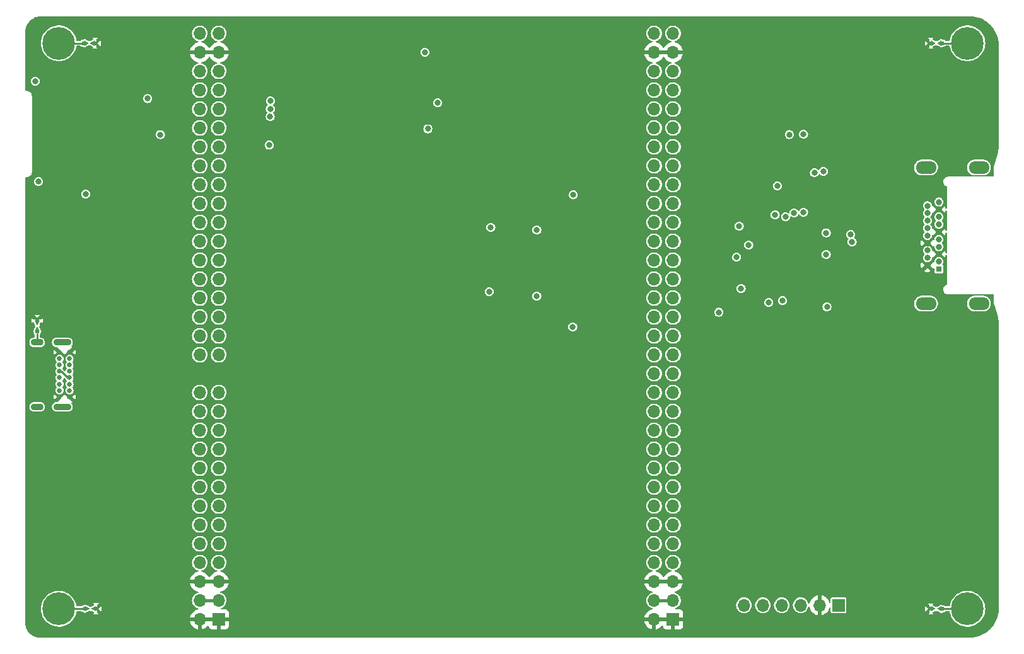
<source format=gbr>
%TF.GenerationSoftware,KiCad,Pcbnew,8.0.7*%
%TF.CreationDate,2024-12-30T23:17:17-08:00*%
%TF.ProjectId,expansionboardB,65787061-6e73-4696-9f6e-626f61726442,3*%
%TF.SameCoordinates,Original*%
%TF.FileFunction,Copper,L1,Top*%
%TF.FilePolarity,Positive*%
%FSLAX46Y46*%
G04 Gerber Fmt 4.6, Leading zero omitted, Abs format (unit mm)*
G04 Created by KiCad (PCBNEW 8.0.7) date 2024-12-30 23:17:17*
%MOMM*%
%LPD*%
G01*
G04 APERTURE LIST*
%TA.AperFunction,EtchedComponent*%
%ADD10C,0.000000*%
%TD*%
%TA.AperFunction,ComponentPad*%
%ADD11C,4.400000*%
%TD*%
%TA.AperFunction,ComponentPad*%
%ADD12C,0.650000*%
%TD*%
%TA.AperFunction,ComponentPad*%
%ADD13O,1.700000X0.900000*%
%TD*%
%TA.AperFunction,ComponentPad*%
%ADD14O,2.400000X0.900000*%
%TD*%
%TA.AperFunction,ComponentPad*%
%ADD15R,0.800000X0.800000*%
%TD*%
%TA.AperFunction,ComponentPad*%
%ADD16C,0.800000*%
%TD*%
%TA.AperFunction,ComponentPad*%
%ADD17O,2.800000X1.700000*%
%TD*%
%TA.AperFunction,SMDPad,CuDef*%
%ADD18R,0.500000X0.500000*%
%TD*%
%TA.AperFunction,ComponentPad*%
%ADD19R,1.700000X1.700000*%
%TD*%
%TA.AperFunction,ComponentPad*%
%ADD20O,1.700000X1.700000*%
%TD*%
%TA.AperFunction,HeatsinkPad*%
%ADD21C,0.600000*%
%TD*%
%TA.AperFunction,ViaPad*%
%ADD22C,0.800000*%
%TD*%
%TA.AperFunction,Conductor*%
%ADD23C,0.250000*%
%TD*%
%TA.AperFunction,Conductor*%
%ADD24C,0.400000*%
%TD*%
G04 APERTURE END LIST*
D10*
%TA.AperFunction,EtchedComponent*%
%TO.C,E1*%
G36*
X23850600Y-82449200D02*
G01*
X23500600Y-81799200D01*
X24200600Y-81799200D01*
X23850600Y-82449200D01*
G37*
%TD.AperFunction*%
%TA.AperFunction,EtchedComponent*%
G36*
X24200600Y-83199200D02*
G01*
X23500600Y-83199200D01*
X23850600Y-82549200D01*
X24200600Y-83199200D01*
G37*
%TD.AperFunction*%
%TA.AperFunction,EtchedComponent*%
G36*
X144526800Y-120511300D02*
G01*
X143876800Y-120861300D01*
X143876800Y-120161300D01*
X144526800Y-120511300D01*
G37*
%TD.AperFunction*%
%TA.AperFunction,EtchedComponent*%
G36*
X145276800Y-120861300D02*
G01*
X144626800Y-120511300D01*
X145276800Y-120161300D01*
X145276800Y-120861300D01*
G37*
%TD.AperFunction*%
%TA.AperFunction,EtchedComponent*%
G36*
X144526800Y-44500800D02*
G01*
X143876800Y-44850800D01*
X143876800Y-44150800D01*
X144526800Y-44500800D01*
G37*
%TD.AperFunction*%
%TA.AperFunction,EtchedComponent*%
G36*
X145276800Y-44850800D02*
G01*
X144626800Y-44500800D01*
X145276800Y-44150800D01*
X145276800Y-44850800D01*
G37*
%TD.AperFunction*%
%TA.AperFunction,EtchedComponent*%
G36*
X30811000Y-44500800D02*
G01*
X30161000Y-44850800D01*
X30161000Y-44150800D01*
X30811000Y-44500800D01*
G37*
%TD.AperFunction*%
%TA.AperFunction,EtchedComponent*%
G36*
X31561000Y-44850800D02*
G01*
X30911000Y-44500800D01*
X31561000Y-44150800D01*
X31561000Y-44850800D01*
G37*
%TD.AperFunction*%
%TA.AperFunction,EtchedComponent*%
G36*
X30938000Y-120485900D02*
G01*
X30288000Y-120835900D01*
X30288000Y-120135900D01*
X30938000Y-120485900D01*
G37*
%TD.AperFunction*%
%TA.AperFunction,EtchedComponent*%
G36*
X31688000Y-120835900D02*
G01*
X31038000Y-120485900D01*
X31688000Y-120135900D01*
X31688000Y-120835900D01*
G37*
%TD.AperFunction*%
%TD*%
D11*
%TO.P,REF\u002A\u002A,1*%
%TO.N,SHLD*%
X148750000Y-120500000D03*
%TD*%
%TO.P,REF\u002A\u002A,1*%
%TO.N,SHLD*%
X26750000Y-120500000D03*
%TD*%
%TO.P,REF\u002A\u002A,1*%
%TO.N,SHLD*%
X26750000Y-44500000D03*
%TD*%
D12*
%TO.P,J1,A1,GND*%
%TO.N,GND*%
X28200000Y-86050000D03*
%TO.P,J1,A4,VBUS*%
%TO.N,5V*%
X28200000Y-86900000D03*
%TO.P,J1,A5,CC1*%
%TO.N,unconnected-(J1-CC1-PadA5)*%
X28200000Y-87750000D03*
%TO.P,J1,A6,D+*%
%TO.N,ESP2D_P*%
X28200000Y-88600000D03*
%TO.P,J1,A7,D-*%
%TO.N,ESP2D_N*%
X28200000Y-89450000D03*
%TO.P,J1,A8,SBU1*%
%TO.N,unconnected-(J1-SBU1-PadA8)*%
X28200000Y-90300000D03*
%TO.P,J1,A9,VBUS*%
%TO.N,5V*%
X28200000Y-91150000D03*
%TO.P,J1,A12,GND*%
%TO.N,GND*%
X28200000Y-92000000D03*
%TO.P,J1,B1,GND*%
X26850000Y-92000000D03*
%TO.P,J1,B4,VBUS*%
%TO.N,5V*%
X26850000Y-91150000D03*
%TO.P,J1,B5,CC2*%
%TO.N,unconnected-(J1-CC2-PadB5)*%
X26850000Y-90300000D03*
%TO.P,J1,B6,D+*%
%TO.N,ESP2D_P*%
X26850000Y-89450000D03*
%TO.P,J1,B7,D-*%
%TO.N,ESP2D_N*%
X26850000Y-88600000D03*
%TO.P,J1,B8,SBU2*%
%TO.N,unconnected-(J1-SBU2-PadB8)*%
X26850000Y-87750000D03*
%TO.P,J1,B9,VBUS*%
%TO.N,5V*%
X26850000Y-86900000D03*
%TO.P,J1,B12,GND*%
%TO.N,GND*%
X26850000Y-86050000D03*
D13*
%TO.P,J1,S1,SHIELD*%
%TO.N,SHLD*%
X23840000Y-84700000D03*
%TO.P,J1,S2*%
%TO.N,N/C*%
X23840000Y-93350000D03*
D14*
%TO.P,J1,S3*%
X27220000Y-84700000D03*
%TO.P,J1,S4*%
X27220000Y-93350000D03*
%TD*%
D11*
%TO.P,REF\u002A\u002A,1*%
%TO.N,SHLD*%
X148750000Y-44500000D03*
%TD*%
D15*
%TO.P,J3,1,D2+*%
%TO.N,D2_P*%
X144920000Y-74840000D03*
D16*
%TO.P,J3,2,D2S*%
%TO.N,GND*%
X143370000Y-74340000D03*
%TO.P,J3,3,D2-*%
%TO.N,D2_N*%
X144920000Y-73840000D03*
%TO.P,J3,4,D1+*%
%TO.N,D1_P*%
X143370000Y-73340000D03*
%TO.P,J3,5,D1S*%
%TO.N,GND*%
X144920000Y-72840000D03*
%TO.P,J3,6,D1-*%
%TO.N,D1_N*%
X143370000Y-72340000D03*
%TO.P,J3,7,D0+*%
%TO.N,D0_P*%
X144920000Y-71840000D03*
%TO.P,J3,8,D0S*%
%TO.N,GND*%
X143370000Y-71340000D03*
%TO.P,J3,9,D0-*%
%TO.N,D0_N*%
X144920000Y-70840000D03*
%TO.P,J3,10,CK+*%
%TO.N,CK_P*%
X143370000Y-70340000D03*
%TO.P,J3,11,CKS*%
%TO.N,GND*%
X144920000Y-69840000D03*
%TO.P,J3,12,CK-*%
%TO.N,CK_N*%
X143370000Y-69340000D03*
%TO.P,J3,13,CEC*%
%TO.N,D_CEC*%
X144920000Y-68840000D03*
%TO.P,J3,14,UTILITY*%
%TO.N,unconnected-(J3-UTILITY-Pad14)*%
X143370000Y-68340000D03*
%TO.P,J3,15,SCL*%
%TO.N,D_SCL*%
X144920000Y-67840000D03*
%TO.P,J3,16,SDA*%
%TO.N,D_SDA*%
X143370000Y-67340000D03*
%TO.P,J3,17,GND*%
%TO.N,GND*%
X144920000Y-66840000D03*
%TO.P,J3,18,+5V*%
%TO.N,unconnected-(J3-+5V-Pad18)*%
X143370000Y-66340000D03*
%TO.P,J3,19,HPD*%
%TO.N,D_HPD*%
X144920000Y-65840000D03*
D17*
%TO.P,J3,S1*%
%TO.N,N/C*%
X143200000Y-61190000D03*
%TO.P,J3,S2*%
X143200000Y-79490000D03*
%TO.P,J3,S3*%
X150300000Y-79490000D03*
%TO.P,J3,S4*%
X150300000Y-61190000D03*
%TD*%
D18*
%TO.P,E1,1*%
%TO.N,SHLD*%
X23850600Y-83249200D03*
%TO.P,E1,2*%
%TO.N,GND*%
X23850600Y-81749200D03*
%TD*%
%TO.P,E1,1*%
%TO.N,SHLD*%
X145326800Y-120511300D03*
%TO.P,E1,2*%
%TO.N,GND*%
X143826800Y-120511300D03*
%TD*%
%TO.P,E1,1*%
%TO.N,SHLD*%
X145326800Y-44500800D03*
%TO.P,E1,2*%
%TO.N,GND*%
X143826800Y-44500800D03*
%TD*%
%TO.P,E1,1*%
%TO.N,SHLD*%
X30111000Y-44500800D03*
%TO.P,E1,2*%
%TO.N,GND*%
X31611000Y-44500800D03*
%TD*%
%TO.P,E1,1*%
%TO.N,SHLD*%
X30238000Y-120485900D03*
%TO.P,E1,2*%
%TO.N,GND*%
X31738000Y-120485900D03*
%TD*%
D19*
%TO.P,JTAG1,1,Pin_1*%
%TO.N,REG3V3*%
X131445000Y-120015000D03*
D20*
%TO.P,JTAG1,2,Pin_2*%
%TO.N,GND*%
X128905000Y-120015000D03*
%TO.P,JTAG1,3,Pin_3*%
%TO.N,TCK*%
X126365000Y-120015000D03*
%TO.P,JTAG1,4,Pin_4*%
%TO.N,TDO*%
X123825000Y-120015000D03*
%TO.P,JTAG1,5,Pin_5*%
%TO.N,TDI*%
X121285000Y-120015000D03*
%TO.P,JTAG1,6,Pin_6*%
%TO.N,TMS*%
X118745000Y-120015000D03*
%TD*%
D19*
%TO.P,U2,1,Pin_1*%
%TO.N,GND*%
X48220000Y-121920000D03*
D20*
%TO.P,U2,2,Pin_2*%
X45680000Y-121920000D03*
%TO.P,U2,3,Pin_3*%
%TO.N,3V3*%
X48220000Y-119380000D03*
%TO.P,U2,4,Pin_4*%
X45680000Y-119380000D03*
%TO.P,U2,5,Pin_5*%
%TO.N,GND*%
X48220000Y-116840000D03*
%TO.P,U2,6,Pin_6*%
X45680000Y-116840000D03*
%TO.P,U2,7,Pin_7*%
%TO.N,unconnected-(U2-Pin_7-Pad7)*%
X48220000Y-114300000D03*
%TO.P,U2,8,Pin_8*%
%TO.N,unconnected-(U2-Pin_8-Pad8)*%
X45680000Y-114300000D03*
%TO.P,U2,9,Pin_9*%
%TO.N,unconnected-(U2-Pin_9-Pad9)*%
X48220000Y-111760000D03*
%TO.P,U2,10,Pin_10*%
%TO.N,unconnected-(U2-Pin_10-Pad10)*%
X45680000Y-111760000D03*
%TO.P,U2,11,Pin_11*%
%TO.N,unconnected-(U2-Pin_11-Pad11)*%
X48220000Y-109220000D03*
%TO.P,U2,12,Pin_12*%
%TO.N,unconnected-(U2-Pin_12-Pad12)*%
X45680000Y-109220000D03*
%TO.P,U2,13,Pin_13*%
%TO.N,unconnected-(U2-Pin_13-Pad13)*%
X48220000Y-106680000D03*
%TO.P,U2,14,Pin_14*%
%TO.N,unconnected-(U2-Pin_14-Pad14)*%
X45680000Y-106680000D03*
%TO.P,U2,15,Pin_15*%
%TO.N,unconnected-(U2-Pin_15-Pad15)*%
X48220000Y-104140000D03*
%TO.P,U2,16,Pin_16*%
%TO.N,unconnected-(U2-Pin_16-Pad16)*%
X45680000Y-104140000D03*
%TO.P,U2,17,Pin_17*%
%TO.N,unconnected-(U2-Pin_17-Pad17)*%
X48220000Y-101600000D03*
%TO.P,U2,18,Pin_18*%
%TO.N,unconnected-(U2-Pin_18-Pad18)*%
X45680000Y-101600000D03*
%TO.P,U2,19,Pin_19*%
%TO.N,unconnected-(U2-Pin_19-Pad19)*%
X48220000Y-99060000D03*
%TO.P,U2,20,Pin_20*%
%TO.N,unconnected-(U2-Pin_20-Pad20)*%
X45680000Y-99060000D03*
%TO.P,U2,21,Pin_21*%
%TO.N,unconnected-(U2-Pin_21-Pad21)*%
X48220000Y-96520000D03*
%TO.P,U2,22,Pin_22*%
%TO.N,unconnected-(U2-Pin_22-Pad22)*%
X45680000Y-96520000D03*
%TO.P,U2,23,Pin_23*%
%TO.N,unconnected-(U2-Pin_23-Pad23)*%
X48220000Y-93980000D03*
%TO.P,U2,24,Pin_24*%
%TO.N,unconnected-(U2-Pin_24-Pad24)*%
X45680000Y-93980000D03*
%TO.P,U2,25,Pin_25*%
%TO.N,unconnected-(U2-Pin_25-Pad25)*%
X48220000Y-91440000D03*
%TO.P,U2,26,Pin_26*%
%TO.N,unconnected-(U2-Pin_26-Pad26)*%
X45680000Y-91440000D03*
%TO.P,U2,29,Pin_29*%
%TO.N,unconnected-(U2-Pin_29-Pad29)*%
X48220000Y-86360000D03*
%TO.P,U2,30,Pin_30*%
%TO.N,unconnected-(U2-Pin_30-Pad30)*%
X45680000Y-86360000D03*
%TO.P,U2,31,Pin_31*%
%TO.N,unconnected-(U2-Pin_31-Pad31)*%
X48220000Y-83820000D03*
%TO.P,U2,32,Pin_32*%
%TO.N,unconnected-(U2-Pin_32-Pad32)*%
X45680000Y-83820000D03*
%TO.P,U2,33,Pin_33*%
%TO.N,IO10*%
X48220000Y-81280000D03*
%TO.P,U2,34,Pin_34*%
%TO.N,unconnected-(U2-Pin_34-Pad34)*%
X45680000Y-81280000D03*
%TO.P,U2,35,Pin_35*%
%TO.N,IO11*%
X48220000Y-78740000D03*
%TO.P,U2,36,Pin_36*%
%TO.N,unconnected-(U2-Pin_36-Pad36)*%
X45680000Y-78740000D03*
%TO.P,U2,37,Pin_37*%
%TO.N,IO12*%
X48220000Y-76200000D03*
%TO.P,U2,38,Pin_38*%
%TO.N,LED0*%
X45680000Y-76200000D03*
%TO.P,U2,39,Pin_39*%
%TO.N,IO13*%
X48220000Y-73660000D03*
%TO.P,U2,40,Pin_40*%
%TO.N,LED1*%
X45680000Y-73660000D03*
%TO.P,U2,41,Pin_41*%
%TO.N,IO22*%
X48220000Y-71120000D03*
%TO.P,U2,42,Pin_42*%
%TO.N,LED2*%
X45680000Y-71120000D03*
%TO.P,U2,43,Pin_43*%
%TO.N,IO21*%
X48220000Y-68580000D03*
%TO.P,U2,44,Pin_44*%
%TO.N,LED3*%
X45680000Y-68580000D03*
%TO.P,U2,45,Pin_45*%
%TO.N,IO47*%
X48220000Y-66040000D03*
%TO.P,U2,46,Pin_46*%
%TO.N,SDSWTCH*%
X45680000Y-66040000D03*
%TO.P,U2,47,Pin_47*%
%TO.N,IO48*%
X48220000Y-63500000D03*
%TO.P,U2,48,Pin_48*%
%TO.N,SDDAT1*%
X45680000Y-63500000D03*
%TO.P,U2,49,Pin_49*%
%TO.N,CPU_RESET*%
X48220000Y-60960000D03*
%TO.P,U2,50,Pin_50*%
%TO.N,SDDAT0*%
X45680000Y-60960000D03*
%TO.P,U2,51,Pin_51*%
%TO.N,S3_MCLK*%
X48220000Y-58420000D03*
%TO.P,U2,52,Pin_52*%
%TO.N,SDCLK*%
X45680000Y-58420000D03*
%TO.P,U2,53,Pin_53*%
%TO.N,S3_MOSI*%
X48220000Y-55880000D03*
%TO.P,U2,54,Pin_54*%
%TO.N,SDCMD*%
X45680000Y-55880000D03*
%TO.P,U2,55,Pin_55*%
%TO.N,S3_MISO*%
X48220000Y-53340000D03*
%TO.P,U2,56,Pin_56*%
%TO.N,SDDAT3*%
X45680000Y-53340000D03*
%TO.P,U2,57,Pin_57*%
%TO.N,RXD1*%
X48220000Y-50800000D03*
%TO.P,U2,58,Pin_58*%
%TO.N,SDDAT2*%
X45680000Y-50800000D03*
%TO.P,U2,59,Pin_59*%
%TO.N,TXD1*%
X48220000Y-48260000D03*
%TO.P,U2,60,Pin_60*%
%TO.N,ESP_RST*%
X45680000Y-48260000D03*
%TO.P,U2,61,Pin_61*%
%TO.N,GND*%
X48220000Y-45720000D03*
%TO.P,U2,62,Pin_62*%
X45680000Y-45720000D03*
%TO.P,U2,63,Pin_63*%
%TO.N,5V*%
X48220000Y-43180000D03*
%TO.P,U2,64,Pin_64*%
X45680000Y-43180000D03*
%TD*%
D19*
%TO.P,U4,1,Pin_1*%
%TO.N,GND*%
X109220000Y-121920000D03*
D20*
%TO.P,U4,2,Pin_2*%
X106680000Y-121920000D03*
%TO.P,U4,3,Pin_3*%
%TO.N,VCC*%
X109220000Y-119380000D03*
%TO.P,U4,4,Pin_4*%
X106680000Y-119380000D03*
%TO.P,U4,5,Pin_5*%
%TO.N,GND*%
X109220000Y-116840000D03*
%TO.P,U4,6,Pin_6*%
X106680000Y-116840000D03*
%TO.P,U4,7,Pin_7*%
%TO.N,TMS*%
X109220000Y-114300000D03*
%TO.P,U4,8,Pin_8*%
%TO.N,unconnected-(U4-Pin_8-Pad8)*%
X106680000Y-114300000D03*
%TO.P,U4,9,Pin_9*%
%TO.N,TDI*%
X109220000Y-111760000D03*
%TO.P,U4,10,Pin_10*%
%TO.N,unconnected-(U4-Pin_10-Pad10)*%
X106680000Y-111760000D03*
%TO.P,U4,11,Pin_11*%
%TO.N,TDO*%
X109220000Y-109220000D03*
%TO.P,U4,12,Pin_12*%
%TO.N,unconnected-(U4-Pin_12-Pad12)*%
X106680000Y-109220000D03*
%TO.P,U4,13,Pin_13*%
%TO.N,TCK*%
X109220000Y-106680000D03*
%TO.P,U4,14,Pin_14*%
%TO.N,unconnected-(U4-Pin_14-Pad14)*%
X106680000Y-106680000D03*
%TO.P,U4,15,Pin_15*%
%TO.N,unconnected-(U4-Pin_15-Pad15)*%
X109220000Y-104140000D03*
%TO.P,U4,16,Pin_16*%
%TO.N,unconnected-(U4-Pin_16-Pad16)*%
X106680000Y-104140000D03*
%TO.P,U4,17,Pin_17*%
%TO.N,unconnected-(U4-Pin_17-Pad17)*%
X109220000Y-101600000D03*
%TO.P,U4,18,Pin_18*%
%TO.N,unconnected-(U4-Pin_18-Pad18)*%
X106680000Y-101600000D03*
%TO.P,U4,19,Pin_19*%
%TO.N,unconnected-(U4-Pin_19-Pad19)*%
X109220000Y-99060000D03*
%TO.P,U4,20,Pin_20*%
%TO.N,unconnected-(U4-Pin_20-Pad20)*%
X106680000Y-99060000D03*
%TO.P,U4,21,Pin_21*%
%TO.N,unconnected-(U4-Pin_21-Pad21)*%
X109220000Y-96520000D03*
%TO.P,U4,22,Pin_22*%
%TO.N,unconnected-(U4-Pin_22-Pad22)*%
X106680000Y-96520000D03*
%TO.P,U4,23,Pin_23*%
%TO.N,unconnected-(U4-Pin_23-Pad23)*%
X109220000Y-93980000D03*
%TO.P,U4,24,Pin_24*%
%TO.N,unconnected-(U4-Pin_24-Pad24)*%
X106680000Y-93980000D03*
%TO.P,U4,25,Pin_25*%
%TO.N,VR6*%
X109220000Y-91440000D03*
%TO.P,U4,26,Pin_26*%
%TO.N,VR7*%
X106680000Y-91440000D03*
%TO.P,U4,27,Pin_27*%
%TO.N,VR4*%
X109220000Y-88900000D03*
%TO.P,U4,28,Pin_28*%
%TO.N,VR5*%
X106680000Y-88900000D03*
%TO.P,U4,29,Pin_29*%
%TO.N,VR2*%
X109220000Y-86360000D03*
%TO.P,U4,30,Pin_30*%
%TO.N,VR3*%
X106680000Y-86360000D03*
%TO.P,U4,31,Pin_31*%
%TO.N,VR0*%
X109220000Y-83820000D03*
%TO.P,U4,32,Pin_32*%
%TO.N,VR1*%
X106680000Y-83820000D03*
%TO.P,U4,33,Pin_33*%
%TO.N,VG6*%
X109220000Y-81280000D03*
%TO.P,U4,34,Pin_34*%
%TO.N,VG7*%
X106680000Y-81280000D03*
%TO.P,U4,35,Pin_35*%
%TO.N,VG4*%
X109220000Y-78740000D03*
%TO.P,U4,36,Pin_36*%
%TO.N,VG5*%
X106680000Y-78740000D03*
%TO.P,U4,37,Pin_37*%
%TO.N,VG2*%
X109220000Y-76200000D03*
%TO.P,U4,38,Pin_38*%
%TO.N,VG3*%
X106680000Y-76200000D03*
%TO.P,U4,39,Pin_39*%
%TO.N,VG0*%
X109220000Y-73660000D03*
%TO.P,U4,40,Pin_40*%
%TO.N,VG1*%
X106680000Y-73660000D03*
%TO.P,U4,41,Pin_41*%
%TO.N,VB6*%
X109220000Y-71120000D03*
%TO.P,U4,42,Pin_42*%
%TO.N,VB7*%
X106680000Y-71120000D03*
%TO.P,U4,43,Pin_43*%
%TO.N,VB4*%
X109220000Y-68580000D03*
%TO.P,U4,44,Pin_44*%
%TO.N,VB5*%
X106680000Y-68580000D03*
%TO.P,U4,45,Pin_45*%
%TO.N,VB2*%
X109220000Y-66040000D03*
%TO.P,U4,46,Pin_46*%
%TO.N,VB3*%
X106680000Y-66040000D03*
%TO.P,U4,47,Pin_47*%
%TO.N,VB0*%
X109220000Y-63500000D03*
%TO.P,U4,48,Pin_48*%
%TO.N,VB1*%
X106680000Y-63500000D03*
%TO.P,U4,49,Pin_49*%
%TO.N,VVSYNC*%
X109220000Y-60960000D03*
%TO.P,U4,50,Pin_50*%
%TO.N,VCLK*%
X106680000Y-60960000D03*
%TO.P,U4,51,Pin_51*%
%TO.N,VDE*%
X109220000Y-58420000D03*
%TO.P,U4,52,Pin_52*%
%TO.N,VHSYNC*%
X106680000Y-58420000D03*
%TO.P,U4,53,Pin_53*%
%TO.N,AU_SDIN*%
X109220000Y-55880000D03*
%TO.P,U4,54,Pin_54*%
%TO.N,AU_LRCLK*%
X106680000Y-55880000D03*
%TO.P,U4,55,Pin_55*%
%TO.N,AU_SCLK*%
X109220000Y-53340000D03*
%TO.P,U4,56,Pin_56*%
%TO.N,AU_MCLK*%
X106680000Y-53340000D03*
%TO.P,U4,57,Pin_57*%
%TO.N,VID_SCL*%
X109220000Y-50800000D03*
%TO.P,U4,58,Pin_58*%
%TO.N,VID_SDA*%
X106680000Y-50800000D03*
%TO.P,U4,59,Pin_59*%
%TO.N,VID_INT*%
X109220000Y-48260000D03*
%TO.P,U4,60,Pin_60*%
%TO.N,VID_RESETN*%
X106680000Y-48260000D03*
%TO.P,U4,61,Pin_61*%
%TO.N,GND*%
X109220000Y-45720000D03*
%TO.P,U4,62,Pin_62*%
X106680000Y-45720000D03*
%TO.P,U4,63,Pin_63*%
%TO.N,5V*%
X109220000Y-43180000D03*
%TO.P,U4,64,Pin_64*%
X106680000Y-43180000D03*
%TD*%
D21*
%TO.P,U1,41,GND*%
%TO.N,GND*%
X64950000Y-50520000D03*
X64950000Y-49120000D03*
X64250000Y-51220000D03*
X64250000Y-49820000D03*
X64250000Y-48420000D03*
X63550000Y-50520000D03*
X63550000Y-49120000D03*
X62850000Y-51220000D03*
X62850000Y-49820000D03*
X62850000Y-48420000D03*
X62150000Y-50520000D03*
X62150000Y-49120000D03*
%TD*%
D22*
%TO.N,GND*%
X127762000Y-69723000D03*
X133604000Y-62738000D03*
X116775000Y-86575000D03*
X43180000Y-58928000D03*
X35560000Y-58420000D03*
X62450000Y-41775000D03*
X113250000Y-76950000D03*
X86487000Y-77470000D03*
X62400000Y-57600000D03*
X93091000Y-87782400D03*
X130429000Y-50673000D03*
X99187000Y-53086000D03*
X129159000Y-56642000D03*
X116550000Y-53350000D03*
X56125000Y-45425000D03*
X136194800Y-74701400D03*
X114427000Y-60452000D03*
X24130000Y-88900000D03*
X26924000Y-80060800D03*
X93091000Y-62204600D03*
X143002000Y-52197000D03*
X80375000Y-51575000D03*
X70739000Y-118872000D03*
X141500000Y-70750000D03*
X27432000Y-54102000D03*
X118175000Y-70650000D03*
X85625000Y-66950000D03*
X36068000Y-66802000D03*
X67900000Y-54300000D03*
X139446000Y-66167000D03*
X86325000Y-70500000D03*
X112600000Y-65875000D03*
X30226000Y-110490000D03*
X77597000Y-75565000D03*
X70104000Y-65532000D03*
X79675000Y-79925000D03*
%TO.N,SHLD*%
X24021200Y-63092000D03*
X23571200Y-49592000D03*
X30353000Y-64770000D03*
X38671200Y-51942000D03*
%TO.N,D0_P*%
X133263464Y-71180000D03*
%TO.N,D_HPD*%
X129889898Y-79926770D03*
%TO.N,D0_N*%
X133071930Y-70198511D03*
%TO.N,ESP_RST*%
X77622400Y-52501800D03*
%TO.N,Net-(U1-IO0)*%
X55000000Y-58200000D03*
X76300000Y-56000000D03*
%TO.N,REG1V2*%
X129794000Y-69980000D03*
X129794000Y-72898000D03*
X122936000Y-67564000D03*
X118110000Y-69088000D03*
X123925000Y-79100000D03*
X118364000Y-77470000D03*
X119380000Y-71628000D03*
X95758000Y-82626200D03*
%TO.N,5V*%
X90932000Y-69596000D03*
X90932000Y-78486000D03*
X126746000Y-56745500D03*
X124841000Y-56769000D03*
%TO.N,REG3V3*%
X40386000Y-56769000D03*
X123225000Y-63675000D03*
X115375000Y-80650000D03*
X122075000Y-79350000D03*
X75900000Y-45700000D03*
X117750000Y-73250000D03*
X95834200Y-64871600D03*
%TO.N,S3_MCLK*%
X55126142Y-54373858D03*
%TO.N,S3_MOSI*%
X55137347Y-53337347D03*
%TO.N,S3_MISO*%
X55150000Y-52250000D03*
%TO.N,D_CEC*%
X124333000Y-67818000D03*
%TO.N,VID_SCL*%
X129413000Y-61722000D03*
%TO.N,VID_SDA*%
X128201847Y-61907847D03*
%TO.N,/PG_1*%
X84750000Y-69250000D03*
X84525001Y-77883873D03*
%TO.N,D_SCL*%
X126746000Y-67220000D03*
%TO.N,D_SDA*%
X125476000Y-67310000D03*
%TD*%
D23*
%TO.N,SHLD*%
X23840000Y-83534800D02*
X23850600Y-83524200D01*
X148750000Y-44500000D02*
X145602600Y-44500000D01*
X145613100Y-120500000D02*
X145601800Y-120511300D01*
X148750000Y-120500000D02*
X145613100Y-120500000D01*
X29948900Y-120500000D02*
X29963000Y-120485900D01*
X29836000Y-44500000D02*
X29836000Y-44500800D01*
X145602600Y-44500000D02*
X145601800Y-44500800D01*
X26750000Y-44500000D02*
X29836000Y-44500000D01*
X23840000Y-84700000D02*
X23840000Y-83534800D01*
X26750000Y-120500000D02*
X29948900Y-120500000D01*
D24*
%TO.N,3V3*%
X48220000Y-119380000D02*
X45680000Y-119380000D01*
%TO.N,VCC*%
X109220000Y-119380000D02*
X106680000Y-119380000D01*
D23*
%TO.N,ESP2D_N*%
X27100000Y-88600000D02*
X27950000Y-89450000D01*
X26850000Y-88600000D02*
X27100000Y-88600000D01*
X27950000Y-89450000D02*
X28200000Y-89450000D01*
%TO.N,IO47*%
X48220000Y-66040000D02*
X48220000Y-65521200D01*
%TD*%
%TA.AperFunction,Conductor*%
%TO.N,GND*%
G36*
X47754075Y-121727007D02*
G01*
X47720000Y-121854174D01*
X47720000Y-121985826D01*
X47754075Y-122112993D01*
X47786988Y-122170000D01*
X46113012Y-122170000D01*
X46145925Y-122112993D01*
X46180000Y-121985826D01*
X46180000Y-121854174D01*
X46145925Y-121727007D01*
X46113012Y-121670000D01*
X47786988Y-121670000D01*
X47754075Y-121727007D01*
G37*
%TD.AperFunction*%
%TA.AperFunction,Conductor*%
G36*
X47754075Y-116647007D02*
G01*
X47720000Y-116774174D01*
X47720000Y-116905826D01*
X47754075Y-117032993D01*
X47786988Y-117090000D01*
X46113012Y-117090000D01*
X46145925Y-117032993D01*
X46180000Y-116905826D01*
X46180000Y-116774174D01*
X46145925Y-116647007D01*
X46113012Y-116590000D01*
X47786988Y-116590000D01*
X47754075Y-116647007D01*
G37*
%TD.AperFunction*%
%TA.AperFunction,Conductor*%
G36*
X108754075Y-121727007D02*
G01*
X108720000Y-121854174D01*
X108720000Y-121985826D01*
X108754075Y-122112993D01*
X108786988Y-122170000D01*
X107113012Y-122170000D01*
X107145925Y-122112993D01*
X107180000Y-121985826D01*
X107180000Y-121854174D01*
X107145925Y-121727007D01*
X107113012Y-121670000D01*
X108786988Y-121670000D01*
X108754075Y-121727007D01*
G37*
%TD.AperFunction*%
%TA.AperFunction,Conductor*%
G36*
X108754075Y-116647007D02*
G01*
X108720000Y-116774174D01*
X108720000Y-116905826D01*
X108754075Y-117032993D01*
X108786988Y-117090000D01*
X107113012Y-117090000D01*
X107145925Y-117032993D01*
X107180000Y-116905826D01*
X107180000Y-116774174D01*
X107145925Y-116647007D01*
X107113012Y-116590000D01*
X108786988Y-116590000D01*
X108754075Y-116647007D01*
G37*
%TD.AperFunction*%
%TA.AperFunction,Conductor*%
G36*
X47754075Y-45527007D02*
G01*
X47720000Y-45654174D01*
X47720000Y-45785826D01*
X47754075Y-45912993D01*
X47786988Y-45970000D01*
X46113012Y-45970000D01*
X46145925Y-45912993D01*
X46180000Y-45785826D01*
X46180000Y-45654174D01*
X46145925Y-45527007D01*
X46113012Y-45470000D01*
X47786988Y-45470000D01*
X47754075Y-45527007D01*
G37*
%TD.AperFunction*%
%TA.AperFunction,Conductor*%
G36*
X108754075Y-45527007D02*
G01*
X108720000Y-45654174D01*
X108720000Y-45785826D01*
X108754075Y-45912993D01*
X108786988Y-45970000D01*
X107113012Y-45970000D01*
X107145925Y-45912993D01*
X107180000Y-45785826D01*
X107180000Y-45654174D01*
X107145925Y-45527007D01*
X107113012Y-45470000D01*
X108786988Y-45470000D01*
X108754075Y-45527007D01*
G37*
%TD.AperFunction*%
%TA.AperFunction,Conductor*%
G36*
X149098429Y-40889019D02*
G01*
X149468483Y-40907199D01*
X149478123Y-40908149D01*
X149842199Y-40962155D01*
X149851705Y-40964045D01*
X150208749Y-41053481D01*
X150218020Y-41056293D01*
X150564570Y-41180290D01*
X150573539Y-41184005D01*
X150906258Y-41341371D01*
X150914818Y-41345947D01*
X151098205Y-41455865D01*
X151230507Y-41535164D01*
X151238583Y-41540560D01*
X151488720Y-41726076D01*
X151534192Y-41759800D01*
X151541703Y-41765963D01*
X151814418Y-42013140D01*
X151821287Y-42020010D01*
X152068442Y-42292705D01*
X152074606Y-42300215D01*
X152293856Y-42595843D01*
X152299253Y-42603921D01*
X152324909Y-42646725D01*
X152448841Y-42853496D01*
X152488462Y-42919599D01*
X152493039Y-42928162D01*
X152567800Y-43086232D01*
X152650402Y-43260880D01*
X152654120Y-43269857D01*
X152778110Y-43616394D01*
X152780930Y-43625690D01*
X152870353Y-43982695D01*
X152872249Y-43992224D01*
X152926252Y-44356298D01*
X152927204Y-44365967D01*
X152945381Y-44736003D01*
X152945500Y-44740860D01*
X152945500Y-58366205D01*
X152945440Y-58369648D01*
X152936310Y-58632017D01*
X152935832Y-58638886D01*
X152908665Y-58898294D01*
X152907710Y-58905112D01*
X152862580Y-59162003D01*
X152861153Y-59168739D01*
X152797802Y-59423784D01*
X152796915Y-59427109D01*
X152308846Y-61135806D01*
X152305119Y-61146497D01*
X152299500Y-61160063D01*
X152299500Y-61160702D01*
X152299169Y-61168795D01*
X152299002Y-61170820D01*
X152299500Y-61179499D01*
X152299500Y-62340500D01*
X152280593Y-62398691D01*
X152231093Y-62434655D01*
X152200500Y-62439500D01*
X146184351Y-62439500D01*
X146150000Y-62439500D01*
X146076706Y-62439500D01*
X146051907Y-62445160D01*
X145933798Y-62472117D01*
X145933792Y-62472120D01*
X145801724Y-62535719D01*
X145687121Y-62627113D01*
X145687113Y-62627121D01*
X145595719Y-62741724D01*
X145532120Y-62873792D01*
X145532117Y-62873798D01*
X145499500Y-63016707D01*
X145499500Y-63163292D01*
X145532117Y-63306201D01*
X145532118Y-63306204D01*
X145532119Y-63306206D01*
X145553319Y-63350229D01*
X145595719Y-63438275D01*
X145663303Y-63523021D01*
X145687117Y-63552883D01*
X145687121Y-63552886D01*
X145801724Y-63644280D01*
X145938803Y-63710293D01*
X145938221Y-63711500D01*
X145981873Y-63744730D01*
X145999500Y-63801116D01*
X145999500Y-66624836D01*
X145980593Y-66683027D01*
X145931093Y-66718991D01*
X145869907Y-66718991D01*
X145820407Y-66683027D01*
X145806346Y-66655429D01*
X145746720Y-66471925D01*
X145746714Y-66471911D01*
X145708255Y-66405298D01*
X145273553Y-66839999D01*
X145708254Y-67274700D01*
X145746717Y-67208082D01*
X145746722Y-67208070D01*
X145806346Y-67024570D01*
X145842310Y-66975070D01*
X145900500Y-66956163D01*
X145958691Y-66975071D01*
X145994655Y-67024571D01*
X145999500Y-67055163D01*
X145999500Y-69624836D01*
X145980593Y-69683027D01*
X145931093Y-69718991D01*
X145869907Y-69718991D01*
X145820407Y-69683027D01*
X145806346Y-69655429D01*
X145746720Y-69471925D01*
X145746714Y-69471911D01*
X145708255Y-69405298D01*
X145273553Y-69839999D01*
X145708254Y-70274700D01*
X145746717Y-70208082D01*
X145746722Y-70208070D01*
X145806346Y-70024570D01*
X145842310Y-69975070D01*
X145900500Y-69956163D01*
X145958691Y-69975071D01*
X145994655Y-70024571D01*
X145999500Y-70055163D01*
X145999500Y-72624836D01*
X145980593Y-72683027D01*
X145931093Y-72718991D01*
X145869907Y-72718991D01*
X145820407Y-72683027D01*
X145806346Y-72655429D01*
X145746720Y-72471925D01*
X145746714Y-72471911D01*
X145708255Y-72405298D01*
X145273553Y-72839999D01*
X145708254Y-73274700D01*
X145746717Y-73208082D01*
X145746722Y-73208070D01*
X145806346Y-73024570D01*
X145842310Y-72975070D01*
X145900500Y-72956163D01*
X145958691Y-72975071D01*
X145994655Y-73024571D01*
X145999500Y-73055163D01*
X145999500Y-76878883D01*
X145980593Y-76937074D01*
X145938253Y-76968567D01*
X145938802Y-76969707D01*
X145801724Y-77035719D01*
X145687121Y-77127113D01*
X145687113Y-77127121D01*
X145595719Y-77241724D01*
X145532120Y-77373792D01*
X145532117Y-77373798D01*
X145510160Y-77470000D01*
X145499500Y-77516706D01*
X145499500Y-77663294D01*
X145508951Y-77704700D01*
X145532117Y-77806201D01*
X145532118Y-77806204D01*
X145532119Y-77806206D01*
X145553319Y-77850229D01*
X145595719Y-77938275D01*
X145614212Y-77961464D01*
X145687117Y-78052883D01*
X145689827Y-78055044D01*
X145801724Y-78144280D01*
X145820968Y-78153547D01*
X145933794Y-78207881D01*
X146076706Y-78240500D01*
X146120064Y-78240500D01*
X152200500Y-78240500D01*
X152258691Y-78259407D01*
X152294655Y-78308907D01*
X152299500Y-78339500D01*
X152299500Y-79494095D01*
X152299233Y-79500104D01*
X152299500Y-79505007D01*
X152299500Y-79519936D01*
X152322413Y-79575251D01*
X152322414Y-79575252D01*
X152324580Y-79580481D01*
X152327571Y-79588716D01*
X152768197Y-80992288D01*
X152769247Y-80995869D01*
X152840075Y-81255682D01*
X152844754Y-81272846D01*
X152846455Y-81280176D01*
X152900335Y-81560170D01*
X152901476Y-81567609D01*
X152933935Y-81850923D01*
X152934506Y-81858427D01*
X152945428Y-82145424D01*
X152945500Y-82149189D01*
X152945500Y-120505564D01*
X152945381Y-120510422D01*
X152927202Y-120880467D01*
X152926249Y-120890135D01*
X152872247Y-121254184D01*
X152870352Y-121263713D01*
X152780924Y-121620731D01*
X152778104Y-121630028D01*
X152654112Y-121976560D01*
X152650394Y-121985536D01*
X152493034Y-122318247D01*
X152488454Y-122326815D01*
X152299244Y-122642492D01*
X152293847Y-122650570D01*
X152074597Y-122946194D01*
X152068433Y-122953704D01*
X151821274Y-123226404D01*
X151814404Y-123233274D01*
X151541704Y-123480433D01*
X151534194Y-123486597D01*
X151238570Y-123705847D01*
X151230492Y-123711244D01*
X150914815Y-123900454D01*
X150906247Y-123905034D01*
X150573536Y-124062394D01*
X150564560Y-124066112D01*
X150218028Y-124190104D01*
X150208731Y-124192924D01*
X149851713Y-124282352D01*
X149842184Y-124284247D01*
X149478135Y-124338249D01*
X149468467Y-124339202D01*
X149098422Y-124357381D01*
X149093564Y-124357500D01*
X149061648Y-124357500D01*
X24137481Y-124357773D01*
X24131102Y-124357567D01*
X23902791Y-124342825D01*
X23890136Y-124341184D01*
X23668747Y-124297810D01*
X23656410Y-124294555D01*
X23442445Y-124223070D01*
X23430629Y-124218255D01*
X23227624Y-124119839D01*
X23216525Y-124113545D01*
X23027875Y-123989844D01*
X23017677Y-123982174D01*
X22963665Y-123935809D01*
X22846492Y-123835225D01*
X22837371Y-123826312D01*
X22739910Y-123717946D01*
X22686511Y-123658572D01*
X22678617Y-123648566D01*
X22566977Y-123486597D01*
X22549025Y-123460552D01*
X22545573Y-123455180D01*
X22512062Y-123399145D01*
X22509447Y-123394493D01*
X22420265Y-123225289D01*
X22415808Y-123215600D01*
X22367464Y-123093600D01*
X22346333Y-123040274D01*
X22342947Y-123030170D01*
X22340406Y-123020971D01*
X22292740Y-122848388D01*
X22290458Y-122837969D01*
X22288816Y-122827905D01*
X22260098Y-122651836D01*
X22258951Y-122641232D01*
X22248644Y-122450164D01*
X22248500Y-122444831D01*
X22248500Y-120500000D01*
X24344754Y-120500000D01*
X24363720Y-120801462D01*
X24414297Y-121066591D01*
X24420319Y-121098160D01*
X24513659Y-121385430D01*
X24513661Y-121385436D01*
X24642267Y-121658736D01*
X24642274Y-121658749D01*
X24804114Y-121913767D01*
X24996645Y-122146497D01*
X24996655Y-122146508D01*
X25216837Y-122353274D01*
X25216840Y-122353276D01*
X25461192Y-122530807D01*
X25461196Y-122530809D01*
X25461205Y-122530816D01*
X25725896Y-122676332D01*
X26006738Y-122787525D01*
X26299302Y-122862642D01*
X26499082Y-122887880D01*
X26598972Y-122900500D01*
X26598973Y-122900500D01*
X26901028Y-122900500D01*
X26950972Y-122894190D01*
X27200698Y-122862642D01*
X27493262Y-122787525D01*
X27774104Y-122676332D01*
X28038795Y-122530816D01*
X28283162Y-122353274D01*
X28503349Y-122146504D01*
X28695885Y-121913768D01*
X28850585Y-121670000D01*
X28857725Y-121658749D01*
X28857726Y-121658746D01*
X28857733Y-121658736D01*
X28986341Y-121385430D01*
X29079681Y-121098160D01*
X29116347Y-120905947D01*
X29145823Y-120852332D01*
X29201185Y-120826281D01*
X29213593Y-120825500D01*
X29753814Y-120825500D01*
X29812005Y-120844407D01*
X29836128Y-120869496D01*
X29843448Y-120880452D01*
X29909769Y-120924767D01*
X29954231Y-120933611D01*
X29968241Y-120936398D01*
X29968246Y-120936398D01*
X29968252Y-120936400D01*
X30057954Y-120936400D01*
X30116145Y-120955307D01*
X30132492Y-120970246D01*
X30133277Y-120971144D01*
X30133279Y-120971147D01*
X30207283Y-121024884D01*
X30297274Y-121041191D01*
X30297274Y-121041190D01*
X30297275Y-121041191D01*
X30385421Y-121016839D01*
X30385421Y-121016838D01*
X30385428Y-121016837D01*
X30537600Y-120934897D01*
X30565222Y-120924967D01*
X30566231Y-120924767D01*
X30603067Y-120900152D01*
X30611103Y-120895318D01*
X30849085Y-120767174D01*
X30909285Y-120756235D01*
X30964418Y-120782768D01*
X30993425Y-120836640D01*
X30994354Y-120843073D01*
X30994403Y-120843281D01*
X31003276Y-120867070D01*
X31059396Y-120810950D01*
X31113912Y-120783172D01*
X31174344Y-120792743D01*
X31176286Y-120793759D01*
X31441185Y-120936398D01*
X31453944Y-120943268D01*
X31496215Y-120987504D01*
X31504412Y-121048138D01*
X31477012Y-121100438D01*
X31356829Y-121220622D01*
X31356829Y-121220623D01*
X31380618Y-121229496D01*
X31380629Y-121229498D01*
X31440176Y-121235900D01*
X32035825Y-121235900D01*
X32035824Y-121235899D01*
X32095375Y-121229498D01*
X32119170Y-121220621D01*
X31902633Y-121004085D01*
X31874855Y-120949568D01*
X31876117Y-120912055D01*
X31893500Y-120835900D01*
X31893500Y-120485898D01*
X32091552Y-120485898D01*
X32472722Y-120867068D01*
X32481598Y-120843274D01*
X32488000Y-120783724D01*
X32488000Y-120188075D01*
X32481598Y-120128524D01*
X32472721Y-120104729D01*
X32091552Y-120485898D01*
X31893500Y-120485898D01*
X31893500Y-120135900D01*
X31893499Y-120135897D01*
X31893499Y-120135888D01*
X31886081Y-120081180D01*
X31883325Y-120072705D01*
X31885101Y-120072127D01*
X31876140Y-120022852D01*
X31902667Y-119967716D01*
X31904245Y-119966101D01*
X32119168Y-119751177D01*
X32095373Y-119742301D01*
X32095375Y-119742301D01*
X32035824Y-119735900D01*
X31440176Y-119735900D01*
X31380625Y-119742301D01*
X31356828Y-119751177D01*
X31477011Y-119871361D01*
X31504788Y-119925877D01*
X31495217Y-119986309D01*
X31453943Y-120028531D01*
X31176335Y-120178012D01*
X31116136Y-120188953D01*
X31061003Y-120162420D01*
X31059395Y-120160849D01*
X31003276Y-120104730D01*
X30994399Y-120128531D01*
X30992977Y-120134553D01*
X30991674Y-120134245D01*
X30969431Y-120183879D01*
X30916369Y-120214342D01*
X30855534Y-120207799D01*
X30849085Y-120204623D01*
X30652276Y-120098650D01*
X30611113Y-120076485D01*
X30603050Y-120071635D01*
X30566231Y-120047033D01*
X30566230Y-120047032D01*
X30566229Y-120047032D01*
X30565218Y-120046831D01*
X30537599Y-120036901D01*
X30385430Y-119954964D01*
X30385429Y-119954963D01*
X30385428Y-119954963D01*
X30333728Y-119935552D01*
X30242272Y-119935552D01*
X30159872Y-119975234D01*
X30141617Y-119998126D01*
X30090553Y-120031832D01*
X30064216Y-120035400D01*
X29968252Y-120035400D01*
X29968251Y-120035400D01*
X29968241Y-120035401D01*
X29909772Y-120047032D01*
X29909766Y-120047034D01*
X29843451Y-120091345D01*
X29843446Y-120091350D01*
X29826478Y-120116745D01*
X29817287Y-120130501D01*
X29817286Y-120130502D01*
X29769236Y-120168381D01*
X29734971Y-120174500D01*
X29213593Y-120174500D01*
X29155402Y-120155593D01*
X29119438Y-120106093D01*
X29116347Y-120094051D01*
X29115832Y-120091350D01*
X29079681Y-119901840D01*
X28986341Y-119614570D01*
X28984682Y-119611045D01*
X28939487Y-119515000D01*
X28857733Y-119341264D01*
X28857729Y-119341259D01*
X28857725Y-119341250D01*
X28695885Y-119086232D01*
X28503354Y-118853502D01*
X28503344Y-118853491D01*
X28283162Y-118646725D01*
X28283159Y-118646723D01*
X28038807Y-118469192D01*
X28038800Y-118469187D01*
X28038795Y-118469184D01*
X27774104Y-118323668D01*
X27774102Y-118323667D01*
X27774100Y-118323666D01*
X27493262Y-118212475D01*
X27453009Y-118202140D01*
X27200698Y-118137358D01*
X27200691Y-118137357D01*
X27200695Y-118137357D01*
X26901028Y-118099500D01*
X26901027Y-118099500D01*
X26598973Y-118099500D01*
X26598972Y-118099500D01*
X26299306Y-118137357D01*
X26006737Y-118212475D01*
X25725899Y-118323666D01*
X25461213Y-118469179D01*
X25461192Y-118469192D01*
X25216840Y-118646723D01*
X25216837Y-118646725D01*
X24996655Y-118853491D01*
X24996645Y-118853502D01*
X24804114Y-119086232D01*
X24642274Y-119341250D01*
X24642267Y-119341263D01*
X24513661Y-119614563D01*
X24513659Y-119614570D01*
X24430223Y-119871361D01*
X24420320Y-119901838D01*
X24420317Y-119901848D01*
X24363720Y-120198537D01*
X24344754Y-120500000D01*
X22248500Y-120500000D01*
X22248500Y-116590000D01*
X44349364Y-116590000D01*
X45246988Y-116590000D01*
X45214075Y-116647007D01*
X45180000Y-116774174D01*
X45180000Y-116905826D01*
X45214075Y-117032993D01*
X45246988Y-117090000D01*
X44349364Y-117090000D01*
X44406569Y-117303489D01*
X44506399Y-117517577D01*
X44641886Y-117711073D01*
X44808926Y-117878113D01*
X45002422Y-118013600D01*
X45216509Y-118113430D01*
X45423213Y-118168816D01*
X45474527Y-118202140D01*
X45496454Y-118259261D01*
X45480619Y-118318362D01*
X45433069Y-118356867D01*
X45426329Y-118359180D01*
X45330637Y-118388208D01*
X45276046Y-118404768D01*
X45276044Y-118404768D01*
X45276044Y-118404769D01*
X45093547Y-118502316D01*
X44933595Y-118633585D01*
X44933585Y-118633595D01*
X44802316Y-118793547D01*
X44704768Y-118976045D01*
X44644699Y-119174065D01*
X44644698Y-119174070D01*
X44624417Y-119379996D01*
X44624417Y-119380003D01*
X44644698Y-119585929D01*
X44644699Y-119585934D01*
X44704768Y-119783954D01*
X44802316Y-119966452D01*
X44904817Y-120091350D01*
X44933590Y-120126410D01*
X44938123Y-120130130D01*
X45093547Y-120257683D01*
X45093548Y-120257683D01*
X45093550Y-120257685D01*
X45276046Y-120355232D01*
X45418571Y-120398466D01*
X45426328Y-120400819D01*
X45476525Y-120435804D01*
X45496571Y-120493612D01*
X45478810Y-120552163D01*
X45430026Y-120589092D01*
X45423213Y-120591183D01*
X45216505Y-120646570D01*
X45002432Y-120746394D01*
X45002424Y-120746398D01*
X44808926Y-120881886D01*
X44641886Y-121048926D01*
X44506398Y-121242424D01*
X44506394Y-121242432D01*
X44406570Y-121456505D01*
X44349364Y-121670000D01*
X45246988Y-121670000D01*
X45214075Y-121727007D01*
X45180000Y-121854174D01*
X45180000Y-121985826D01*
X45214075Y-122112993D01*
X45246988Y-122170000D01*
X44349364Y-122170000D01*
X44406569Y-122383489D01*
X44506399Y-122597577D01*
X44641886Y-122791073D01*
X44808926Y-122958113D01*
X45002422Y-123093600D01*
X45216509Y-123193430D01*
X45430000Y-123250634D01*
X45430000Y-122353012D01*
X45487007Y-122385925D01*
X45614174Y-122420000D01*
X45745826Y-122420000D01*
X45872993Y-122385925D01*
X45930000Y-122353012D01*
X45930000Y-123250633D01*
X46143490Y-123193430D01*
X46357577Y-123093600D01*
X46551074Y-122958112D01*
X46551077Y-122958109D01*
X46706340Y-122802847D01*
X46760857Y-122775069D01*
X46821289Y-122784640D01*
X46864554Y-122827905D01*
X46874776Y-122862264D01*
X46876399Y-122877364D01*
X46876403Y-122877381D01*
X46926646Y-123012088D01*
X46926647Y-123012090D01*
X47012807Y-123127184D01*
X47012815Y-123127192D01*
X47127909Y-123213352D01*
X47127911Y-123213353D01*
X47262618Y-123263596D01*
X47262629Y-123263598D01*
X47322176Y-123270000D01*
X47969999Y-123270000D01*
X47970000Y-123269999D01*
X47970000Y-122353012D01*
X48027007Y-122385925D01*
X48154174Y-122420000D01*
X48285826Y-122420000D01*
X48412993Y-122385925D01*
X48470000Y-122353012D01*
X48470000Y-123269999D01*
X48470001Y-123270000D01*
X49117824Y-123270000D01*
X49177370Y-123263598D01*
X49177381Y-123263596D01*
X49312088Y-123213353D01*
X49312090Y-123213352D01*
X49427184Y-123127192D01*
X49427192Y-123127184D01*
X49513352Y-123012090D01*
X49513353Y-123012088D01*
X49563596Y-122877381D01*
X49563598Y-122877370D01*
X49570000Y-122817824D01*
X49570000Y-122170001D01*
X49569999Y-122170000D01*
X48653012Y-122170000D01*
X48685925Y-122112993D01*
X48720000Y-121985826D01*
X48720000Y-121854174D01*
X48685925Y-121727007D01*
X48653012Y-121670000D01*
X49569999Y-121670000D01*
X49570000Y-121669999D01*
X49570000Y-121022175D01*
X49563598Y-120962629D01*
X49563596Y-120962618D01*
X49513353Y-120827911D01*
X49513352Y-120827909D01*
X49427192Y-120712815D01*
X49427184Y-120712807D01*
X49312090Y-120626647D01*
X49312088Y-120626646D01*
X49177381Y-120576403D01*
X49177370Y-120576401D01*
X49117824Y-120570000D01*
X48583361Y-120570000D01*
X48525170Y-120551093D01*
X48489206Y-120501593D01*
X48489206Y-120440407D01*
X48525170Y-120390907D01*
X48554623Y-120376263D01*
X48623954Y-120355232D01*
X48806450Y-120257685D01*
X48966410Y-120126410D01*
X49097685Y-119966450D01*
X49195232Y-119783954D01*
X49255300Y-119585934D01*
X49255301Y-119585929D01*
X49275583Y-119380003D01*
X49275583Y-119379996D01*
X49255301Y-119174070D01*
X49255300Y-119174065D01*
X49228656Y-119086232D01*
X49195232Y-118976046D01*
X49097685Y-118793550D01*
X49055026Y-118741570D01*
X48977190Y-118646726D01*
X48966410Y-118633590D01*
X48966404Y-118633585D01*
X48806452Y-118502316D01*
X48623954Y-118404768D01*
X48473671Y-118359180D01*
X48423474Y-118324195D01*
X48403428Y-118266387D01*
X48421189Y-118207836D01*
X48469974Y-118170907D01*
X48476786Y-118168816D01*
X48683490Y-118113430D01*
X48897577Y-118013600D01*
X49091073Y-117878113D01*
X49258113Y-117711073D01*
X49393600Y-117517577D01*
X49493430Y-117303489D01*
X49550636Y-117090000D01*
X48653012Y-117090000D01*
X48685925Y-117032993D01*
X48720000Y-116905826D01*
X48720000Y-116774174D01*
X48685925Y-116647007D01*
X48653012Y-116590000D01*
X49550636Y-116590000D01*
X105349364Y-116590000D01*
X106246988Y-116590000D01*
X106214075Y-116647007D01*
X106180000Y-116774174D01*
X106180000Y-116905826D01*
X106214075Y-117032993D01*
X106246988Y-117090000D01*
X105349364Y-117090000D01*
X105406569Y-117303489D01*
X105506399Y-117517577D01*
X105641886Y-117711073D01*
X105808926Y-117878113D01*
X106002422Y-118013600D01*
X106216509Y-118113430D01*
X106423213Y-118168816D01*
X106474527Y-118202140D01*
X106496454Y-118259261D01*
X106480619Y-118318362D01*
X106433069Y-118356867D01*
X106426329Y-118359180D01*
X106330637Y-118388208D01*
X106276046Y-118404768D01*
X106276044Y-118404768D01*
X106276044Y-118404769D01*
X106093547Y-118502316D01*
X105933595Y-118633585D01*
X105933585Y-118633595D01*
X105802316Y-118793547D01*
X105704768Y-118976045D01*
X105644699Y-119174065D01*
X105644698Y-119174070D01*
X105624417Y-119379996D01*
X105624417Y-119380003D01*
X105644698Y-119585929D01*
X105644699Y-119585934D01*
X105704768Y-119783954D01*
X105802316Y-119966452D01*
X105904817Y-120091350D01*
X105933590Y-120126410D01*
X105938123Y-120130130D01*
X106093547Y-120257683D01*
X106093548Y-120257683D01*
X106093550Y-120257685D01*
X106276046Y-120355232D01*
X106418571Y-120398466D01*
X106426328Y-120400819D01*
X106476525Y-120435804D01*
X106496571Y-120493612D01*
X106478810Y-120552163D01*
X106430026Y-120589092D01*
X106423213Y-120591183D01*
X106216505Y-120646570D01*
X106002432Y-120746394D01*
X106002424Y-120746398D01*
X105808926Y-120881886D01*
X105641886Y-121048926D01*
X105506398Y-121242424D01*
X105506394Y-121242432D01*
X105406570Y-121456505D01*
X105349364Y-121670000D01*
X106246988Y-121670000D01*
X106214075Y-121727007D01*
X106180000Y-121854174D01*
X106180000Y-121985826D01*
X106214075Y-122112993D01*
X106246988Y-122170000D01*
X105349364Y-122170000D01*
X105406569Y-122383489D01*
X105506399Y-122597577D01*
X105641886Y-122791073D01*
X105808926Y-122958113D01*
X106002422Y-123093600D01*
X106216509Y-123193430D01*
X106430000Y-123250634D01*
X106430000Y-122353012D01*
X106487007Y-122385925D01*
X106614174Y-122420000D01*
X106745826Y-122420000D01*
X106872993Y-122385925D01*
X106930000Y-122353012D01*
X106930000Y-123250633D01*
X107143490Y-123193430D01*
X107357577Y-123093600D01*
X107551074Y-122958112D01*
X107551077Y-122958109D01*
X107706340Y-122802847D01*
X107760857Y-122775069D01*
X107821289Y-122784640D01*
X107864554Y-122827905D01*
X107874776Y-122862264D01*
X107876399Y-122877364D01*
X107876403Y-122877381D01*
X107926646Y-123012088D01*
X107926647Y-123012090D01*
X108012807Y-123127184D01*
X108012815Y-123127192D01*
X108127909Y-123213352D01*
X108127911Y-123213353D01*
X108262618Y-123263596D01*
X108262629Y-123263598D01*
X108322176Y-123270000D01*
X108969999Y-123270000D01*
X108970000Y-123269999D01*
X108970000Y-122353012D01*
X109027007Y-122385925D01*
X109154174Y-122420000D01*
X109285826Y-122420000D01*
X109412993Y-122385925D01*
X109470000Y-122353012D01*
X109470000Y-123269999D01*
X109470001Y-123270000D01*
X110117824Y-123270000D01*
X110177370Y-123263598D01*
X110177381Y-123263596D01*
X110312088Y-123213353D01*
X110312090Y-123213352D01*
X110427184Y-123127192D01*
X110427192Y-123127184D01*
X110513352Y-123012090D01*
X110513353Y-123012088D01*
X110563596Y-122877381D01*
X110563598Y-122877370D01*
X110570000Y-122817824D01*
X110570000Y-122170001D01*
X110569999Y-122170000D01*
X109653012Y-122170000D01*
X109685925Y-122112993D01*
X109720000Y-121985826D01*
X109720000Y-121854174D01*
X109685925Y-121727007D01*
X109653012Y-121670000D01*
X110569999Y-121670000D01*
X110570000Y-121669999D01*
X110570000Y-121022175D01*
X110563598Y-120962629D01*
X110563596Y-120962618D01*
X110513353Y-120827911D01*
X110513352Y-120827909D01*
X110427192Y-120712815D01*
X110427184Y-120712807D01*
X110312090Y-120626647D01*
X110312088Y-120626646D01*
X110177381Y-120576403D01*
X110177370Y-120576401D01*
X110117824Y-120570000D01*
X109583361Y-120570000D01*
X109525170Y-120551093D01*
X109489206Y-120501593D01*
X109489206Y-120440407D01*
X109525170Y-120390907D01*
X109554623Y-120376263D01*
X109623954Y-120355232D01*
X109806450Y-120257685D01*
X109966410Y-120126410D01*
X110057845Y-120014996D01*
X117689417Y-120014996D01*
X117689417Y-120015003D01*
X117709698Y-120220929D01*
X117709699Y-120220934D01*
X117769768Y-120418954D01*
X117867316Y-120601452D01*
X117948101Y-120699889D01*
X117998590Y-120761410D01*
X117998595Y-120761414D01*
X118158547Y-120892683D01*
X118158548Y-120892683D01*
X118158550Y-120892685D01*
X118341046Y-120990232D01*
X118455280Y-121024884D01*
X118539065Y-121050300D01*
X118539070Y-121050301D01*
X118744997Y-121070583D01*
X118745000Y-121070583D01*
X118745003Y-121070583D01*
X118950929Y-121050301D01*
X118950934Y-121050300D01*
X118950987Y-121050284D01*
X119148954Y-120990232D01*
X119331450Y-120892685D01*
X119491410Y-120761410D01*
X119622685Y-120601450D01*
X119720232Y-120418954D01*
X119780300Y-120220934D01*
X119780301Y-120220929D01*
X119800583Y-120015003D01*
X119800583Y-120014996D01*
X120229417Y-120014996D01*
X120229417Y-120015003D01*
X120249698Y-120220929D01*
X120249699Y-120220934D01*
X120309768Y-120418954D01*
X120407316Y-120601452D01*
X120488101Y-120699889D01*
X120538590Y-120761410D01*
X120538595Y-120761414D01*
X120698547Y-120892683D01*
X120698548Y-120892683D01*
X120698550Y-120892685D01*
X120881046Y-120990232D01*
X120995280Y-121024884D01*
X121079065Y-121050300D01*
X121079070Y-121050301D01*
X121284997Y-121070583D01*
X121285000Y-121070583D01*
X121285003Y-121070583D01*
X121490929Y-121050301D01*
X121490934Y-121050300D01*
X121490987Y-121050284D01*
X121688954Y-120990232D01*
X121871450Y-120892685D01*
X122031410Y-120761410D01*
X122162685Y-120601450D01*
X122260232Y-120418954D01*
X122320300Y-120220934D01*
X122320301Y-120220929D01*
X122340583Y-120015003D01*
X122340583Y-120014996D01*
X122769417Y-120014996D01*
X122769417Y-120015003D01*
X122789698Y-120220929D01*
X122789699Y-120220934D01*
X122849768Y-120418954D01*
X122947316Y-120601452D01*
X123028101Y-120699889D01*
X123078590Y-120761410D01*
X123078595Y-120761414D01*
X123238547Y-120892683D01*
X123238548Y-120892683D01*
X123238550Y-120892685D01*
X123421046Y-120990232D01*
X123535280Y-121024884D01*
X123619065Y-121050300D01*
X123619070Y-121050301D01*
X123824997Y-121070583D01*
X123825000Y-121070583D01*
X123825003Y-121070583D01*
X124030929Y-121050301D01*
X124030934Y-121050300D01*
X124030987Y-121050284D01*
X124228954Y-120990232D01*
X124411450Y-120892685D01*
X124571410Y-120761410D01*
X124702685Y-120601450D01*
X124800232Y-120418954D01*
X124860300Y-120220934D01*
X124860301Y-120220929D01*
X124880583Y-120015003D01*
X124880583Y-120014996D01*
X125309417Y-120014996D01*
X125309417Y-120015003D01*
X125329698Y-120220929D01*
X125329699Y-120220934D01*
X125389768Y-120418954D01*
X125487316Y-120601452D01*
X125568101Y-120699889D01*
X125618590Y-120761410D01*
X125618595Y-120761414D01*
X125778547Y-120892683D01*
X125778548Y-120892683D01*
X125778550Y-120892685D01*
X125961046Y-120990232D01*
X126075280Y-121024884D01*
X126159065Y-121050300D01*
X126159070Y-121050301D01*
X126364997Y-121070583D01*
X126365000Y-121070583D01*
X126365003Y-121070583D01*
X126570929Y-121050301D01*
X126570934Y-121050300D01*
X126570987Y-121050284D01*
X126768954Y-120990232D01*
X126951450Y-120892685D01*
X127111410Y-120761410D01*
X127242685Y-120601450D01*
X127340232Y-120418954D01*
X127385819Y-120268670D01*
X127420804Y-120218474D01*
X127478612Y-120198428D01*
X127537163Y-120216189D01*
X127574092Y-120264973D01*
X127576183Y-120271786D01*
X127631569Y-120478489D01*
X127731399Y-120692577D01*
X127866886Y-120886073D01*
X128033926Y-121053113D01*
X128227422Y-121188600D01*
X128441509Y-121288430D01*
X128655000Y-121345634D01*
X128655000Y-120448012D01*
X128712007Y-120480925D01*
X128839174Y-120515000D01*
X128970826Y-120515000D01*
X129097993Y-120480925D01*
X129155000Y-120448012D01*
X129155000Y-121345633D01*
X129368490Y-121288430D01*
X129582577Y-121188600D01*
X129776073Y-121053113D01*
X129943113Y-120886073D01*
X130078600Y-120692577D01*
X130178430Y-120478490D01*
X130199873Y-120398466D01*
X130233197Y-120347152D01*
X130290318Y-120325225D01*
X130349419Y-120341060D01*
X130387924Y-120388610D01*
X130394500Y-120424089D01*
X130394500Y-120884746D01*
X130394501Y-120884758D01*
X130406132Y-120943227D01*
X130406134Y-120943233D01*
X130446795Y-121004085D01*
X130450448Y-121009552D01*
X130516769Y-121053867D01*
X130555887Y-121061648D01*
X130575241Y-121065498D01*
X130575246Y-121065498D01*
X130575252Y-121065500D01*
X130575253Y-121065500D01*
X132314747Y-121065500D01*
X132314748Y-121065500D01*
X132373231Y-121053867D01*
X132439552Y-121009552D01*
X132483867Y-120943231D01*
X132495500Y-120884748D01*
X132495500Y-120809124D01*
X143076799Y-120809124D01*
X143083201Y-120868674D01*
X143092077Y-120892468D01*
X143473246Y-120511300D01*
X143092076Y-120130130D01*
X143083201Y-120153926D01*
X143076800Y-120213475D01*
X143076800Y-120809124D01*
X143076799Y-120809124D01*
X132495500Y-120809124D01*
X132495500Y-119776577D01*
X143445627Y-119776577D01*
X143662166Y-119993114D01*
X143689944Y-120047631D01*
X143688681Y-120085147D01*
X143671300Y-120161300D01*
X143671300Y-120861311D01*
X143678718Y-120916019D01*
X143681475Y-120924495D01*
X143679699Y-120925072D01*
X143688656Y-120974357D01*
X143662123Y-121029490D01*
X143660553Y-121031096D01*
X143445628Y-121246020D01*
X143445629Y-121246021D01*
X143469424Y-121254898D01*
X143528975Y-121261299D01*
X143528975Y-121261300D01*
X144124625Y-121261300D01*
X144124624Y-121261299D01*
X144184175Y-121254898D01*
X144207970Y-121246021D01*
X144087787Y-121125838D01*
X144060010Y-121071321D01*
X144069581Y-121010889D01*
X144110851Y-120968670D01*
X144388467Y-120819185D01*
X144448661Y-120808245D01*
X144503794Y-120834778D01*
X144505401Y-120836349D01*
X144561522Y-120892469D01*
X144570398Y-120868673D01*
X144571823Y-120862646D01*
X144573129Y-120862954D01*
X144595353Y-120813336D01*
X144648408Y-120782860D01*
X144709244Y-120789390D01*
X144715714Y-120792575D01*
X144826691Y-120852332D01*
X144901231Y-120892469D01*
X144953681Y-120920711D01*
X144961747Y-120925563D01*
X144998567Y-120950166D01*
X144998569Y-120950167D01*
X144999572Y-120950366D01*
X145027201Y-120960299D01*
X145179363Y-121042233D01*
X145179368Y-121042234D01*
X145179372Y-121042237D01*
X145231072Y-121061648D01*
X145231073Y-121061648D01*
X145322528Y-121061648D01*
X145404927Y-121021966D01*
X145423183Y-120999074D01*
X145474247Y-120965368D01*
X145500584Y-120961800D01*
X145596547Y-120961800D01*
X145596548Y-120961800D01*
X145655031Y-120950167D01*
X145721352Y-120905852D01*
X145745643Y-120869497D01*
X145793693Y-120831619D01*
X145827958Y-120825500D01*
X146286407Y-120825500D01*
X146344598Y-120844407D01*
X146380562Y-120893907D01*
X146383651Y-120905942D01*
X146395617Y-120968667D01*
X146411869Y-121053867D01*
X146420319Y-121098160D01*
X146513659Y-121385430D01*
X146513661Y-121385436D01*
X146642267Y-121658736D01*
X146642274Y-121658749D01*
X146804114Y-121913767D01*
X146996645Y-122146497D01*
X146996655Y-122146508D01*
X147216837Y-122353274D01*
X147216840Y-122353276D01*
X147461192Y-122530807D01*
X147461196Y-122530809D01*
X147461205Y-122530816D01*
X147725896Y-122676332D01*
X148006738Y-122787525D01*
X148299302Y-122862642D01*
X148499082Y-122887880D01*
X148598972Y-122900500D01*
X148598973Y-122900500D01*
X148901028Y-122900500D01*
X148950972Y-122894190D01*
X149200698Y-122862642D01*
X149493262Y-122787525D01*
X149774104Y-122676332D01*
X150038795Y-122530816D01*
X150283162Y-122353274D01*
X150503349Y-122146504D01*
X150695885Y-121913768D01*
X150850585Y-121670000D01*
X150857725Y-121658749D01*
X150857726Y-121658746D01*
X150857733Y-121658736D01*
X150986341Y-121385430D01*
X151079681Y-121098160D01*
X151136280Y-120801457D01*
X151155246Y-120500000D01*
X151136280Y-120198543D01*
X151079681Y-119901840D01*
X150986341Y-119614570D01*
X150984682Y-119611045D01*
X150939487Y-119515000D01*
X150857733Y-119341264D01*
X150857729Y-119341259D01*
X150857725Y-119341250D01*
X150695885Y-119086232D01*
X150503354Y-118853502D01*
X150503344Y-118853491D01*
X150283162Y-118646725D01*
X150283159Y-118646723D01*
X150038807Y-118469192D01*
X150038800Y-118469187D01*
X150038795Y-118469184D01*
X149774104Y-118323668D01*
X149774102Y-118323667D01*
X149774100Y-118323666D01*
X149493262Y-118212475D01*
X149453009Y-118202140D01*
X149200698Y-118137358D01*
X149200691Y-118137357D01*
X149200695Y-118137357D01*
X148901028Y-118099500D01*
X148901027Y-118099500D01*
X148598973Y-118099500D01*
X148598972Y-118099500D01*
X148299306Y-118137357D01*
X148006737Y-118212475D01*
X147725899Y-118323666D01*
X147461213Y-118469179D01*
X147461192Y-118469192D01*
X147216840Y-118646723D01*
X147216837Y-118646725D01*
X146996655Y-118853491D01*
X146996645Y-118853502D01*
X146804114Y-119086232D01*
X146642274Y-119341250D01*
X146642267Y-119341263D01*
X146513661Y-119614563D01*
X146513659Y-119614570D01*
X146430223Y-119871361D01*
X146420320Y-119901838D01*
X146420317Y-119901848D01*
X146407752Y-119967716D01*
X146384169Y-120091348D01*
X146383653Y-120094051D01*
X146354177Y-120147668D01*
X146298815Y-120173719D01*
X146286407Y-120174500D01*
X145812857Y-120174500D01*
X145754666Y-120155593D01*
X145730542Y-120130502D01*
X145721352Y-120116748D01*
X145705406Y-120106093D01*
X145655033Y-120072434D01*
X145655031Y-120072433D01*
X145655028Y-120072432D01*
X145655027Y-120072432D01*
X145596558Y-120060801D01*
X145596548Y-120060800D01*
X145596547Y-120060800D01*
X145506846Y-120060800D01*
X145448655Y-120041893D01*
X145432308Y-120026954D01*
X145431522Y-120026055D01*
X145431521Y-120026053D01*
X145357517Y-119972316D01*
X145332132Y-119967716D01*
X145267524Y-119956008D01*
X145179376Y-119980361D01*
X145179369Y-119980363D01*
X145027196Y-120062302D01*
X144999585Y-120072230D01*
X144998574Y-120072432D01*
X144998569Y-120072433D01*
X144961743Y-120097038D01*
X144953680Y-120101888D01*
X144715714Y-120230023D01*
X144655514Y-120240963D01*
X144600381Y-120214431D01*
X144571374Y-120160559D01*
X144570444Y-120154121D01*
X144570397Y-120153921D01*
X144561522Y-120130128D01*
X144561521Y-120130127D01*
X144505401Y-120186248D01*
X144450884Y-120214025D01*
X144390452Y-120204453D01*
X144388462Y-120203411D01*
X144110854Y-120053930D01*
X144068583Y-120009694D01*
X144060386Y-119949060D01*
X144087786Y-119896759D01*
X144207969Y-119776575D01*
X144184177Y-119767702D01*
X144124624Y-119761300D01*
X143528976Y-119761300D01*
X143469425Y-119767701D01*
X143445627Y-119776577D01*
X132495500Y-119776577D01*
X132495500Y-119145252D01*
X132493921Y-119137316D01*
X132492711Y-119131231D01*
X132483867Y-119086769D01*
X132439552Y-119020448D01*
X132439548Y-119020445D01*
X132373233Y-118976134D01*
X132373231Y-118976133D01*
X132373228Y-118976132D01*
X132373227Y-118976132D01*
X132314758Y-118964501D01*
X132314748Y-118964500D01*
X130575252Y-118964500D01*
X130575251Y-118964500D01*
X130575241Y-118964501D01*
X130516772Y-118976132D01*
X130516766Y-118976134D01*
X130450451Y-119020445D01*
X130450445Y-119020451D01*
X130406134Y-119086766D01*
X130406132Y-119086772D01*
X130394501Y-119145241D01*
X130394500Y-119145253D01*
X130394500Y-119605910D01*
X130375593Y-119664101D01*
X130326093Y-119700065D01*
X130264907Y-119700065D01*
X130215407Y-119664101D01*
X130199873Y-119631533D01*
X130178429Y-119551505D01*
X130078605Y-119337432D01*
X130078601Y-119337424D01*
X129943113Y-119143926D01*
X129776073Y-118976886D01*
X129582577Y-118841399D01*
X129368489Y-118741569D01*
X129155000Y-118684364D01*
X129155000Y-119581988D01*
X129097993Y-119549075D01*
X128970826Y-119515000D01*
X128839174Y-119515000D01*
X128712007Y-119549075D01*
X128655000Y-119581988D01*
X128655000Y-118684364D01*
X128441505Y-118741570D01*
X128227432Y-118841394D01*
X128227424Y-118841398D01*
X128033926Y-118976886D01*
X127866886Y-119143926D01*
X127731398Y-119337424D01*
X127731394Y-119337432D01*
X127631570Y-119551505D01*
X127576183Y-119758213D01*
X127542859Y-119809527D01*
X127485737Y-119831454D01*
X127426637Y-119815618D01*
X127388132Y-119768068D01*
X127385819Y-119761328D01*
X127380047Y-119742301D01*
X127340232Y-119611046D01*
X127242685Y-119428550D01*
X127202841Y-119380000D01*
X127111414Y-119268595D01*
X127111410Y-119268590D01*
X127111404Y-119268585D01*
X126951452Y-119137316D01*
X126768954Y-119039768D01*
X126570934Y-118979699D01*
X126570929Y-118979698D01*
X126365003Y-118959417D01*
X126364997Y-118959417D01*
X126159070Y-118979698D01*
X126159065Y-118979699D01*
X125961045Y-119039768D01*
X125778547Y-119137316D01*
X125618595Y-119268585D01*
X125618585Y-119268595D01*
X125487316Y-119428547D01*
X125389768Y-119611045D01*
X125329699Y-119809065D01*
X125329698Y-119809070D01*
X125309417Y-120014996D01*
X124880583Y-120014996D01*
X124860301Y-119809070D01*
X124860300Y-119809065D01*
X124827235Y-119700065D01*
X124800232Y-119611046D01*
X124702685Y-119428550D01*
X124662841Y-119380000D01*
X124571414Y-119268595D01*
X124571410Y-119268590D01*
X124571404Y-119268585D01*
X124411452Y-119137316D01*
X124228954Y-119039768D01*
X124030934Y-118979699D01*
X124030929Y-118979698D01*
X123825003Y-118959417D01*
X123824997Y-118959417D01*
X123619070Y-118979698D01*
X123619065Y-118979699D01*
X123421045Y-119039768D01*
X123238547Y-119137316D01*
X123078595Y-119268585D01*
X123078585Y-119268595D01*
X122947316Y-119428547D01*
X122849768Y-119611045D01*
X122789699Y-119809065D01*
X122789698Y-119809070D01*
X122769417Y-120014996D01*
X122340583Y-120014996D01*
X122320301Y-119809070D01*
X122320300Y-119809065D01*
X122287235Y-119700065D01*
X122260232Y-119611046D01*
X122162685Y-119428550D01*
X122122841Y-119380000D01*
X122031414Y-119268595D01*
X122031410Y-119268590D01*
X122031404Y-119268585D01*
X121871452Y-119137316D01*
X121688954Y-119039768D01*
X121490934Y-118979699D01*
X121490929Y-118979698D01*
X121285003Y-118959417D01*
X121284997Y-118959417D01*
X121079070Y-118979698D01*
X121079065Y-118979699D01*
X120881045Y-119039768D01*
X120698547Y-119137316D01*
X120538595Y-119268585D01*
X120538585Y-119268595D01*
X120407316Y-119428547D01*
X120309768Y-119611045D01*
X120249699Y-119809065D01*
X120249698Y-119809070D01*
X120229417Y-120014996D01*
X119800583Y-120014996D01*
X119780301Y-119809070D01*
X119780300Y-119809065D01*
X119747235Y-119700065D01*
X119720232Y-119611046D01*
X119622685Y-119428550D01*
X119582841Y-119380000D01*
X119491414Y-119268595D01*
X119491410Y-119268590D01*
X119491404Y-119268585D01*
X119331452Y-119137316D01*
X119148954Y-119039768D01*
X118950934Y-118979699D01*
X118950929Y-118979698D01*
X118745003Y-118959417D01*
X118744997Y-118959417D01*
X118539070Y-118979698D01*
X118539065Y-118979699D01*
X118341045Y-119039768D01*
X118158547Y-119137316D01*
X117998595Y-119268585D01*
X117998585Y-119268595D01*
X117867316Y-119428547D01*
X117769768Y-119611045D01*
X117709699Y-119809065D01*
X117709698Y-119809070D01*
X117689417Y-120014996D01*
X110057845Y-120014996D01*
X110097685Y-119966450D01*
X110195232Y-119783954D01*
X110255300Y-119585934D01*
X110255301Y-119585929D01*
X110275583Y-119380003D01*
X110275583Y-119379996D01*
X110255301Y-119174070D01*
X110255300Y-119174065D01*
X110228656Y-119086232D01*
X110195232Y-118976046D01*
X110097685Y-118793550D01*
X110055026Y-118741570D01*
X109977190Y-118646726D01*
X109966410Y-118633590D01*
X109966404Y-118633585D01*
X109806452Y-118502316D01*
X109623954Y-118404768D01*
X109473671Y-118359180D01*
X109423474Y-118324195D01*
X109403428Y-118266387D01*
X109421189Y-118207836D01*
X109469974Y-118170907D01*
X109476786Y-118168816D01*
X109683490Y-118113430D01*
X109897577Y-118013600D01*
X110091073Y-117878113D01*
X110258113Y-117711073D01*
X110393600Y-117517577D01*
X110493430Y-117303489D01*
X110550636Y-117090000D01*
X109653012Y-117090000D01*
X109685925Y-117032993D01*
X109720000Y-116905826D01*
X109720000Y-116774174D01*
X109685925Y-116647007D01*
X109653012Y-116590000D01*
X110550636Y-116590000D01*
X110493429Y-116376505D01*
X110393605Y-116162432D01*
X110393601Y-116162424D01*
X110258113Y-115968926D01*
X110091073Y-115801886D01*
X109897577Y-115666399D01*
X109683489Y-115566569D01*
X109476786Y-115511183D01*
X109425472Y-115477859D01*
X109403545Y-115420737D01*
X109419381Y-115361637D01*
X109466931Y-115323132D01*
X109473663Y-115320821D01*
X109623954Y-115275232D01*
X109806450Y-115177685D01*
X109966410Y-115046410D01*
X110097685Y-114886450D01*
X110195232Y-114703954D01*
X110255300Y-114505934D01*
X110255301Y-114505929D01*
X110275583Y-114300003D01*
X110275583Y-114299996D01*
X110255301Y-114094070D01*
X110255300Y-114094065D01*
X110237078Y-114033997D01*
X110195232Y-113896046D01*
X110097685Y-113713550D01*
X109966410Y-113553590D01*
X109966404Y-113553585D01*
X109806452Y-113422316D01*
X109623954Y-113324768D01*
X109425934Y-113264699D01*
X109425929Y-113264698D01*
X109220003Y-113244417D01*
X109219997Y-113244417D01*
X109014070Y-113264698D01*
X109014065Y-113264699D01*
X108816045Y-113324768D01*
X108633547Y-113422316D01*
X108473595Y-113553585D01*
X108473585Y-113553595D01*
X108342316Y-113713547D01*
X108244768Y-113896045D01*
X108184699Y-114094065D01*
X108184698Y-114094070D01*
X108164417Y-114299996D01*
X108164417Y-114300003D01*
X108184698Y-114505929D01*
X108184699Y-114505934D01*
X108244768Y-114703954D01*
X108342316Y-114886452D01*
X108473585Y-115046404D01*
X108473590Y-115046410D01*
X108473595Y-115046414D01*
X108633547Y-115177683D01*
X108633548Y-115177683D01*
X108633550Y-115177685D01*
X108816046Y-115275232D01*
X108966328Y-115320819D01*
X109016525Y-115355804D01*
X109036571Y-115413612D01*
X109018810Y-115472163D01*
X108970026Y-115509092D01*
X108963213Y-115511183D01*
X108756505Y-115566570D01*
X108542432Y-115666394D01*
X108542424Y-115666398D01*
X108348926Y-115801886D01*
X108181886Y-115968926D01*
X108046398Y-116162424D01*
X108046396Y-116162428D01*
X108039724Y-116176737D01*
X107997995Y-116221485D01*
X107937934Y-116233159D01*
X107882481Y-116207300D01*
X107860276Y-116176737D01*
X107853603Y-116162428D01*
X107853601Y-116162424D01*
X107718113Y-115968926D01*
X107551073Y-115801886D01*
X107357577Y-115666399D01*
X107143489Y-115566569D01*
X106936786Y-115511183D01*
X106885472Y-115477859D01*
X106863545Y-115420737D01*
X106879381Y-115361637D01*
X106926931Y-115323132D01*
X106933663Y-115320821D01*
X107083954Y-115275232D01*
X107266450Y-115177685D01*
X107426410Y-115046410D01*
X107557685Y-114886450D01*
X107655232Y-114703954D01*
X107715300Y-114505934D01*
X107715301Y-114505929D01*
X107735583Y-114300003D01*
X107735583Y-114299996D01*
X107715301Y-114094070D01*
X107715300Y-114094065D01*
X107697078Y-114033997D01*
X107655232Y-113896046D01*
X107557685Y-113713550D01*
X107426410Y-113553590D01*
X107426404Y-113553585D01*
X107266452Y-113422316D01*
X107083954Y-113324768D01*
X106885934Y-113264699D01*
X106885929Y-113264698D01*
X106680003Y-113244417D01*
X106679997Y-113244417D01*
X106474070Y-113264698D01*
X106474065Y-113264699D01*
X106276045Y-113324768D01*
X106093547Y-113422316D01*
X105933595Y-113553585D01*
X105933585Y-113553595D01*
X105802316Y-113713547D01*
X105704768Y-113896045D01*
X105644699Y-114094065D01*
X105644698Y-114094070D01*
X105624417Y-114299996D01*
X105624417Y-114300003D01*
X105644698Y-114505929D01*
X105644699Y-114505934D01*
X105704768Y-114703954D01*
X105802316Y-114886452D01*
X105933585Y-115046404D01*
X105933590Y-115046410D01*
X105933595Y-115046414D01*
X106093547Y-115177683D01*
X106093548Y-115177683D01*
X106093550Y-115177685D01*
X106276046Y-115275232D01*
X106426328Y-115320819D01*
X106476525Y-115355804D01*
X106496571Y-115413612D01*
X106478810Y-115472163D01*
X106430026Y-115509092D01*
X106423213Y-115511183D01*
X106216505Y-115566570D01*
X106002432Y-115666394D01*
X106002424Y-115666398D01*
X105808926Y-115801886D01*
X105641886Y-115968926D01*
X105506398Y-116162424D01*
X105506394Y-116162432D01*
X105406570Y-116376505D01*
X105349364Y-116590000D01*
X49550636Y-116590000D01*
X49493429Y-116376505D01*
X49393605Y-116162432D01*
X49393601Y-116162424D01*
X49258113Y-115968926D01*
X49091073Y-115801886D01*
X48897577Y-115666399D01*
X48683489Y-115566569D01*
X48476786Y-115511183D01*
X48425472Y-115477859D01*
X48403545Y-115420737D01*
X48419381Y-115361637D01*
X48466931Y-115323132D01*
X48473663Y-115320821D01*
X48623954Y-115275232D01*
X48806450Y-115177685D01*
X48966410Y-115046410D01*
X49097685Y-114886450D01*
X49195232Y-114703954D01*
X49255300Y-114505934D01*
X49255301Y-114505929D01*
X49275583Y-114300003D01*
X49275583Y-114299996D01*
X49255301Y-114094070D01*
X49255300Y-114094065D01*
X49237078Y-114033997D01*
X49195232Y-113896046D01*
X49097685Y-113713550D01*
X48966410Y-113553590D01*
X48966404Y-113553585D01*
X48806452Y-113422316D01*
X48623954Y-113324768D01*
X48425934Y-113264699D01*
X48425929Y-113264698D01*
X48220003Y-113244417D01*
X48219997Y-113244417D01*
X48014070Y-113264698D01*
X48014065Y-113264699D01*
X47816045Y-113324768D01*
X47633547Y-113422316D01*
X47473595Y-113553585D01*
X47473585Y-113553595D01*
X47342316Y-113713547D01*
X47244768Y-113896045D01*
X47184699Y-114094065D01*
X47184698Y-114094070D01*
X47164417Y-114299996D01*
X47164417Y-114300003D01*
X47184698Y-114505929D01*
X47184699Y-114505934D01*
X47244768Y-114703954D01*
X47342316Y-114886452D01*
X47473585Y-115046404D01*
X47473590Y-115046410D01*
X47473595Y-115046414D01*
X47633547Y-115177683D01*
X47633548Y-115177683D01*
X47633550Y-115177685D01*
X47816046Y-115275232D01*
X47966328Y-115320819D01*
X48016525Y-115355804D01*
X48036571Y-115413612D01*
X48018810Y-115472163D01*
X47970026Y-115509092D01*
X47963213Y-115511183D01*
X47756505Y-115566570D01*
X47542432Y-115666394D01*
X47542424Y-115666398D01*
X47348926Y-115801886D01*
X47181886Y-115968926D01*
X47046398Y-116162424D01*
X47046396Y-116162428D01*
X47039724Y-116176737D01*
X46997995Y-116221485D01*
X46937934Y-116233159D01*
X46882481Y-116207300D01*
X46860276Y-116176737D01*
X46853603Y-116162428D01*
X46853601Y-116162424D01*
X46718113Y-115968926D01*
X46551073Y-115801886D01*
X46357577Y-115666399D01*
X46143489Y-115566569D01*
X45936786Y-115511183D01*
X45885472Y-115477859D01*
X45863545Y-115420737D01*
X45879381Y-115361637D01*
X45926931Y-115323132D01*
X45933663Y-115320821D01*
X46083954Y-115275232D01*
X46266450Y-115177685D01*
X46426410Y-115046410D01*
X46557685Y-114886450D01*
X46655232Y-114703954D01*
X46715300Y-114505934D01*
X46715301Y-114505929D01*
X46735583Y-114300003D01*
X46735583Y-114299996D01*
X46715301Y-114094070D01*
X46715300Y-114094065D01*
X46697078Y-114033997D01*
X46655232Y-113896046D01*
X46557685Y-113713550D01*
X46426410Y-113553590D01*
X46426404Y-113553585D01*
X46266452Y-113422316D01*
X46083954Y-113324768D01*
X45885934Y-113264699D01*
X45885929Y-113264698D01*
X45680003Y-113244417D01*
X45679997Y-113244417D01*
X45474070Y-113264698D01*
X45474065Y-113264699D01*
X45276045Y-113324768D01*
X45093547Y-113422316D01*
X44933595Y-113553585D01*
X44933585Y-113553595D01*
X44802316Y-113713547D01*
X44704768Y-113896045D01*
X44644699Y-114094065D01*
X44644698Y-114094070D01*
X44624417Y-114299996D01*
X44624417Y-114300003D01*
X44644698Y-114505929D01*
X44644699Y-114505934D01*
X44704768Y-114703954D01*
X44802316Y-114886452D01*
X44933585Y-115046404D01*
X44933590Y-115046410D01*
X44933595Y-115046414D01*
X45093547Y-115177683D01*
X45093548Y-115177683D01*
X45093550Y-115177685D01*
X45276046Y-115275232D01*
X45426328Y-115320819D01*
X45476525Y-115355804D01*
X45496571Y-115413612D01*
X45478810Y-115472163D01*
X45430026Y-115509092D01*
X45423213Y-115511183D01*
X45216505Y-115566570D01*
X45002432Y-115666394D01*
X45002424Y-115666398D01*
X44808926Y-115801886D01*
X44641886Y-115968926D01*
X44506398Y-116162424D01*
X44506394Y-116162432D01*
X44406570Y-116376505D01*
X44349364Y-116590000D01*
X22248500Y-116590000D01*
X22248500Y-111759996D01*
X44624417Y-111759996D01*
X44624417Y-111760003D01*
X44644698Y-111965929D01*
X44644699Y-111965934D01*
X44704768Y-112163954D01*
X44802316Y-112346452D01*
X44933585Y-112506404D01*
X44933590Y-112506410D01*
X44933595Y-112506414D01*
X45093547Y-112637683D01*
X45093548Y-112637683D01*
X45093550Y-112637685D01*
X45276046Y-112735232D01*
X45413997Y-112777078D01*
X45474065Y-112795300D01*
X45474070Y-112795301D01*
X45679997Y-112815583D01*
X45680000Y-112815583D01*
X45680003Y-112815583D01*
X45885929Y-112795301D01*
X45885934Y-112795300D01*
X46083954Y-112735232D01*
X46266450Y-112637685D01*
X46426410Y-112506410D01*
X46557685Y-112346450D01*
X46655232Y-112163954D01*
X46715300Y-111965934D01*
X46715301Y-111965929D01*
X46735583Y-111760003D01*
X46735583Y-111759996D01*
X47164417Y-111759996D01*
X47164417Y-111760003D01*
X47184698Y-111965929D01*
X47184699Y-111965934D01*
X47244768Y-112163954D01*
X47342316Y-112346452D01*
X47473585Y-112506404D01*
X47473590Y-112506410D01*
X47473595Y-112506414D01*
X47633547Y-112637683D01*
X47633548Y-112637683D01*
X47633550Y-112637685D01*
X47816046Y-112735232D01*
X47953997Y-112777078D01*
X48014065Y-112795300D01*
X48014070Y-112795301D01*
X48219997Y-112815583D01*
X48220000Y-112815583D01*
X48220003Y-112815583D01*
X48425929Y-112795301D01*
X48425934Y-112795300D01*
X48623954Y-112735232D01*
X48806450Y-112637685D01*
X48966410Y-112506410D01*
X49097685Y-112346450D01*
X49195232Y-112163954D01*
X49255300Y-111965934D01*
X49255301Y-111965929D01*
X49275583Y-111760003D01*
X49275583Y-111759996D01*
X105624417Y-111759996D01*
X105624417Y-111760003D01*
X105644698Y-111965929D01*
X105644699Y-111965934D01*
X105704768Y-112163954D01*
X105802316Y-112346452D01*
X105933585Y-112506404D01*
X105933590Y-112506410D01*
X105933595Y-112506414D01*
X106093547Y-112637683D01*
X106093548Y-112637683D01*
X106093550Y-112637685D01*
X106276046Y-112735232D01*
X106413997Y-112777078D01*
X106474065Y-112795300D01*
X106474070Y-112795301D01*
X106679997Y-112815583D01*
X106680000Y-112815583D01*
X106680003Y-112815583D01*
X106885929Y-112795301D01*
X106885934Y-112795300D01*
X107083954Y-112735232D01*
X107266450Y-112637685D01*
X107426410Y-112506410D01*
X107557685Y-112346450D01*
X107655232Y-112163954D01*
X107715300Y-111965934D01*
X107715301Y-111965929D01*
X107735583Y-111760003D01*
X107735583Y-111759996D01*
X108164417Y-111759996D01*
X108164417Y-111760003D01*
X108184698Y-111965929D01*
X108184699Y-111965934D01*
X108244768Y-112163954D01*
X108342316Y-112346452D01*
X108473585Y-112506404D01*
X108473590Y-112506410D01*
X108473595Y-112506414D01*
X108633547Y-112637683D01*
X108633548Y-112637683D01*
X108633550Y-112637685D01*
X108816046Y-112735232D01*
X108953997Y-112777078D01*
X109014065Y-112795300D01*
X109014070Y-112795301D01*
X109219997Y-112815583D01*
X109220000Y-112815583D01*
X109220003Y-112815583D01*
X109425929Y-112795301D01*
X109425934Y-112795300D01*
X109623954Y-112735232D01*
X109806450Y-112637685D01*
X109966410Y-112506410D01*
X110097685Y-112346450D01*
X110195232Y-112163954D01*
X110255300Y-111965934D01*
X110255301Y-111965929D01*
X110275583Y-111760003D01*
X110275583Y-111759996D01*
X110255301Y-111554070D01*
X110255300Y-111554065D01*
X110237078Y-111493997D01*
X110195232Y-111356046D01*
X110097685Y-111173550D01*
X109966410Y-111013590D01*
X109966404Y-111013585D01*
X109806452Y-110882316D01*
X109623954Y-110784768D01*
X109425934Y-110724699D01*
X109425929Y-110724698D01*
X109220003Y-110704417D01*
X109219997Y-110704417D01*
X109014070Y-110724698D01*
X109014065Y-110724699D01*
X108816045Y-110784768D01*
X108633547Y-110882316D01*
X108473595Y-111013585D01*
X108473585Y-111013595D01*
X108342316Y-111173547D01*
X108244768Y-111356045D01*
X108184699Y-111554065D01*
X108184698Y-111554070D01*
X108164417Y-111759996D01*
X107735583Y-111759996D01*
X107715301Y-111554070D01*
X107715300Y-111554065D01*
X107697078Y-111493997D01*
X107655232Y-111356046D01*
X107557685Y-111173550D01*
X107426410Y-111013590D01*
X107426404Y-111013585D01*
X107266452Y-110882316D01*
X107083954Y-110784768D01*
X106885934Y-110724699D01*
X106885929Y-110724698D01*
X106680003Y-110704417D01*
X106679997Y-110704417D01*
X106474070Y-110724698D01*
X106474065Y-110724699D01*
X106276045Y-110784768D01*
X106093547Y-110882316D01*
X105933595Y-111013585D01*
X105933585Y-111013595D01*
X105802316Y-111173547D01*
X105704768Y-111356045D01*
X105644699Y-111554065D01*
X105644698Y-111554070D01*
X105624417Y-111759996D01*
X49275583Y-111759996D01*
X49255301Y-111554070D01*
X49255300Y-111554065D01*
X49237078Y-111493997D01*
X49195232Y-111356046D01*
X49097685Y-111173550D01*
X48966410Y-111013590D01*
X48966404Y-111013585D01*
X48806452Y-110882316D01*
X48623954Y-110784768D01*
X48425934Y-110724699D01*
X48425929Y-110724698D01*
X48220003Y-110704417D01*
X48219997Y-110704417D01*
X48014070Y-110724698D01*
X48014065Y-110724699D01*
X47816045Y-110784768D01*
X47633547Y-110882316D01*
X47473595Y-111013585D01*
X47473585Y-111013595D01*
X47342316Y-111173547D01*
X47244768Y-111356045D01*
X47184699Y-111554065D01*
X47184698Y-111554070D01*
X47164417Y-111759996D01*
X46735583Y-111759996D01*
X46715301Y-111554070D01*
X46715300Y-111554065D01*
X46697078Y-111493997D01*
X46655232Y-111356046D01*
X46557685Y-111173550D01*
X46426410Y-111013590D01*
X46426404Y-111013585D01*
X46266452Y-110882316D01*
X46083954Y-110784768D01*
X45885934Y-110724699D01*
X45885929Y-110724698D01*
X45680003Y-110704417D01*
X45679997Y-110704417D01*
X45474070Y-110724698D01*
X45474065Y-110724699D01*
X45276045Y-110784768D01*
X45093547Y-110882316D01*
X44933595Y-111013585D01*
X44933585Y-111013595D01*
X44802316Y-111173547D01*
X44704768Y-111356045D01*
X44644699Y-111554065D01*
X44644698Y-111554070D01*
X44624417Y-111759996D01*
X22248500Y-111759996D01*
X22248500Y-109219996D01*
X44624417Y-109219996D01*
X44624417Y-109220003D01*
X44644698Y-109425929D01*
X44644699Y-109425934D01*
X44704768Y-109623954D01*
X44802316Y-109806452D01*
X44933585Y-109966404D01*
X44933590Y-109966410D01*
X44933595Y-109966414D01*
X45093547Y-110097683D01*
X45093548Y-110097683D01*
X45093550Y-110097685D01*
X45276046Y-110195232D01*
X45413997Y-110237078D01*
X45474065Y-110255300D01*
X45474070Y-110255301D01*
X45679997Y-110275583D01*
X45680000Y-110275583D01*
X45680003Y-110275583D01*
X45885929Y-110255301D01*
X45885934Y-110255300D01*
X46083954Y-110195232D01*
X46266450Y-110097685D01*
X46426410Y-109966410D01*
X46557685Y-109806450D01*
X46655232Y-109623954D01*
X46715300Y-109425934D01*
X46715301Y-109425929D01*
X46735583Y-109220003D01*
X46735583Y-109219996D01*
X47164417Y-109219996D01*
X47164417Y-109220003D01*
X47184698Y-109425929D01*
X47184699Y-109425934D01*
X47244768Y-109623954D01*
X47342316Y-109806452D01*
X47473585Y-109966404D01*
X47473590Y-109966410D01*
X47473595Y-109966414D01*
X47633547Y-110097683D01*
X47633548Y-110097683D01*
X47633550Y-110097685D01*
X47816046Y-110195232D01*
X47953997Y-110237078D01*
X48014065Y-110255300D01*
X48014070Y-110255301D01*
X48219997Y-110275583D01*
X48220000Y-110275583D01*
X48220003Y-110275583D01*
X48425929Y-110255301D01*
X48425934Y-110255300D01*
X48623954Y-110195232D01*
X48806450Y-110097685D01*
X48966410Y-109966410D01*
X49097685Y-109806450D01*
X49195232Y-109623954D01*
X49255300Y-109425934D01*
X49255301Y-109425929D01*
X49275583Y-109220003D01*
X49275583Y-109219996D01*
X105624417Y-109219996D01*
X105624417Y-109220003D01*
X105644698Y-109425929D01*
X105644699Y-109425934D01*
X105704768Y-109623954D01*
X105802316Y-109806452D01*
X105933585Y-109966404D01*
X105933590Y-109966410D01*
X105933595Y-109966414D01*
X106093547Y-110097683D01*
X106093548Y-110097683D01*
X106093550Y-110097685D01*
X106276046Y-110195232D01*
X106413997Y-110237078D01*
X106474065Y-110255300D01*
X106474070Y-110255301D01*
X106679997Y-110275583D01*
X106680000Y-110275583D01*
X106680003Y-110275583D01*
X106885929Y-110255301D01*
X106885934Y-110255300D01*
X107083954Y-110195232D01*
X107266450Y-110097685D01*
X107426410Y-109966410D01*
X107557685Y-109806450D01*
X107655232Y-109623954D01*
X107715300Y-109425934D01*
X107715301Y-109425929D01*
X107735583Y-109220003D01*
X107735583Y-109219996D01*
X108164417Y-109219996D01*
X108164417Y-109220003D01*
X108184698Y-109425929D01*
X108184699Y-109425934D01*
X108244768Y-109623954D01*
X108342316Y-109806452D01*
X108473585Y-109966404D01*
X108473590Y-109966410D01*
X108473595Y-109966414D01*
X108633547Y-110097683D01*
X108633548Y-110097683D01*
X108633550Y-110097685D01*
X108816046Y-110195232D01*
X108953997Y-110237078D01*
X109014065Y-110255300D01*
X109014070Y-110255301D01*
X109219997Y-110275583D01*
X109220000Y-110275583D01*
X109220003Y-110275583D01*
X109425929Y-110255301D01*
X109425934Y-110255300D01*
X109623954Y-110195232D01*
X109806450Y-110097685D01*
X109966410Y-109966410D01*
X110097685Y-109806450D01*
X110195232Y-109623954D01*
X110255300Y-109425934D01*
X110255301Y-109425929D01*
X110275583Y-109220003D01*
X110275583Y-109219996D01*
X110255301Y-109014070D01*
X110255300Y-109014065D01*
X110237078Y-108953997D01*
X110195232Y-108816046D01*
X110097685Y-108633550D01*
X109966410Y-108473590D01*
X109966404Y-108473585D01*
X109806452Y-108342316D01*
X109623954Y-108244768D01*
X109425934Y-108184699D01*
X109425929Y-108184698D01*
X109220003Y-108164417D01*
X109219997Y-108164417D01*
X109014070Y-108184698D01*
X109014065Y-108184699D01*
X108816045Y-108244768D01*
X108633547Y-108342316D01*
X108473595Y-108473585D01*
X108473585Y-108473595D01*
X108342316Y-108633547D01*
X108244768Y-108816045D01*
X108184699Y-109014065D01*
X108184698Y-109014070D01*
X108164417Y-109219996D01*
X107735583Y-109219996D01*
X107715301Y-109014070D01*
X107715300Y-109014065D01*
X107697078Y-108953997D01*
X107655232Y-108816046D01*
X107557685Y-108633550D01*
X107426410Y-108473590D01*
X107426404Y-108473585D01*
X107266452Y-108342316D01*
X107083954Y-108244768D01*
X106885934Y-108184699D01*
X106885929Y-108184698D01*
X106680003Y-108164417D01*
X106679997Y-108164417D01*
X106474070Y-108184698D01*
X106474065Y-108184699D01*
X106276045Y-108244768D01*
X106093547Y-108342316D01*
X105933595Y-108473585D01*
X105933585Y-108473595D01*
X105802316Y-108633547D01*
X105704768Y-108816045D01*
X105644699Y-109014065D01*
X105644698Y-109014070D01*
X105624417Y-109219996D01*
X49275583Y-109219996D01*
X49255301Y-109014070D01*
X49255300Y-109014065D01*
X49237078Y-108953997D01*
X49195232Y-108816046D01*
X49097685Y-108633550D01*
X48966410Y-108473590D01*
X48966404Y-108473585D01*
X48806452Y-108342316D01*
X48623954Y-108244768D01*
X48425934Y-108184699D01*
X48425929Y-108184698D01*
X48220003Y-108164417D01*
X48219997Y-108164417D01*
X48014070Y-108184698D01*
X48014065Y-108184699D01*
X47816045Y-108244768D01*
X47633547Y-108342316D01*
X47473595Y-108473585D01*
X47473585Y-108473595D01*
X47342316Y-108633547D01*
X47244768Y-108816045D01*
X47184699Y-109014065D01*
X47184698Y-109014070D01*
X47164417Y-109219996D01*
X46735583Y-109219996D01*
X46715301Y-109014070D01*
X46715300Y-109014065D01*
X46697078Y-108953997D01*
X46655232Y-108816046D01*
X46557685Y-108633550D01*
X46426410Y-108473590D01*
X46426404Y-108473585D01*
X46266452Y-108342316D01*
X46083954Y-108244768D01*
X45885934Y-108184699D01*
X45885929Y-108184698D01*
X45680003Y-108164417D01*
X45679997Y-108164417D01*
X45474070Y-108184698D01*
X45474065Y-108184699D01*
X45276045Y-108244768D01*
X45093547Y-108342316D01*
X44933595Y-108473585D01*
X44933585Y-108473595D01*
X44802316Y-108633547D01*
X44704768Y-108816045D01*
X44644699Y-109014065D01*
X44644698Y-109014070D01*
X44624417Y-109219996D01*
X22248500Y-109219996D01*
X22248500Y-106679996D01*
X44624417Y-106679996D01*
X44624417Y-106680003D01*
X44644698Y-106885929D01*
X44644699Y-106885934D01*
X44704768Y-107083954D01*
X44802316Y-107266452D01*
X44933585Y-107426404D01*
X44933590Y-107426410D01*
X44933595Y-107426414D01*
X45093547Y-107557683D01*
X45093548Y-107557683D01*
X45093550Y-107557685D01*
X45276046Y-107655232D01*
X45413997Y-107697078D01*
X45474065Y-107715300D01*
X45474070Y-107715301D01*
X45679997Y-107735583D01*
X45680000Y-107735583D01*
X45680003Y-107735583D01*
X45885929Y-107715301D01*
X45885934Y-107715300D01*
X46083954Y-107655232D01*
X46266450Y-107557685D01*
X46426410Y-107426410D01*
X46557685Y-107266450D01*
X46655232Y-107083954D01*
X46715300Y-106885934D01*
X46715301Y-106885929D01*
X46735583Y-106680003D01*
X46735583Y-106679996D01*
X47164417Y-106679996D01*
X47164417Y-106680003D01*
X47184698Y-106885929D01*
X47184699Y-106885934D01*
X47244768Y-107083954D01*
X47342316Y-107266452D01*
X47473585Y-107426404D01*
X47473590Y-107426410D01*
X47473595Y-107426414D01*
X47633547Y-107557683D01*
X47633548Y-107557683D01*
X47633550Y-107557685D01*
X47816046Y-107655232D01*
X47953997Y-107697078D01*
X48014065Y-107715300D01*
X48014070Y-107715301D01*
X48219997Y-107735583D01*
X48220000Y-107735583D01*
X48220003Y-107735583D01*
X48425929Y-107715301D01*
X48425934Y-107715300D01*
X48623954Y-107655232D01*
X48806450Y-107557685D01*
X48966410Y-107426410D01*
X49097685Y-107266450D01*
X49195232Y-107083954D01*
X49255300Y-106885934D01*
X49255301Y-106885929D01*
X49275583Y-106680003D01*
X49275583Y-106679996D01*
X105624417Y-106679996D01*
X105624417Y-106680003D01*
X105644698Y-106885929D01*
X105644699Y-106885934D01*
X105704768Y-107083954D01*
X105802316Y-107266452D01*
X105933585Y-107426404D01*
X105933590Y-107426410D01*
X105933595Y-107426414D01*
X106093547Y-107557683D01*
X106093548Y-107557683D01*
X106093550Y-107557685D01*
X106276046Y-107655232D01*
X106413997Y-107697078D01*
X106474065Y-107715300D01*
X106474070Y-107715301D01*
X106679997Y-107735583D01*
X106680000Y-107735583D01*
X106680003Y-107735583D01*
X106885929Y-107715301D01*
X106885934Y-107715300D01*
X107083954Y-107655232D01*
X107266450Y-107557685D01*
X107426410Y-107426410D01*
X107557685Y-107266450D01*
X107655232Y-107083954D01*
X107715300Y-106885934D01*
X107715301Y-106885929D01*
X107735583Y-106680003D01*
X107735583Y-106679996D01*
X108164417Y-106679996D01*
X108164417Y-106680003D01*
X108184698Y-106885929D01*
X108184699Y-106885934D01*
X108244768Y-107083954D01*
X108342316Y-107266452D01*
X108473585Y-107426404D01*
X108473590Y-107426410D01*
X108473595Y-107426414D01*
X108633547Y-107557683D01*
X108633548Y-107557683D01*
X108633550Y-107557685D01*
X108816046Y-107655232D01*
X108953997Y-107697078D01*
X109014065Y-107715300D01*
X109014070Y-107715301D01*
X109219997Y-107735583D01*
X109220000Y-107735583D01*
X109220003Y-107735583D01*
X109425929Y-107715301D01*
X109425934Y-107715300D01*
X109623954Y-107655232D01*
X109806450Y-107557685D01*
X109966410Y-107426410D01*
X110097685Y-107266450D01*
X110195232Y-107083954D01*
X110255300Y-106885934D01*
X110255301Y-106885929D01*
X110275583Y-106680003D01*
X110275583Y-106679996D01*
X110255301Y-106474070D01*
X110255300Y-106474065D01*
X110237078Y-106413997D01*
X110195232Y-106276046D01*
X110097685Y-106093550D01*
X109966410Y-105933590D01*
X109966404Y-105933585D01*
X109806452Y-105802316D01*
X109623954Y-105704768D01*
X109425934Y-105644699D01*
X109425929Y-105644698D01*
X109220003Y-105624417D01*
X109219997Y-105624417D01*
X109014070Y-105644698D01*
X109014065Y-105644699D01*
X108816045Y-105704768D01*
X108633547Y-105802316D01*
X108473595Y-105933585D01*
X108473585Y-105933595D01*
X108342316Y-106093547D01*
X108244768Y-106276045D01*
X108184699Y-106474065D01*
X108184698Y-106474070D01*
X108164417Y-106679996D01*
X107735583Y-106679996D01*
X107715301Y-106474070D01*
X107715300Y-106474065D01*
X107697078Y-106413997D01*
X107655232Y-106276046D01*
X107557685Y-106093550D01*
X107426410Y-105933590D01*
X107426404Y-105933585D01*
X107266452Y-105802316D01*
X107083954Y-105704768D01*
X106885934Y-105644699D01*
X106885929Y-105644698D01*
X106680003Y-105624417D01*
X106679997Y-105624417D01*
X106474070Y-105644698D01*
X106474065Y-105644699D01*
X106276045Y-105704768D01*
X106093547Y-105802316D01*
X105933595Y-105933585D01*
X105933585Y-105933595D01*
X105802316Y-106093547D01*
X105704768Y-106276045D01*
X105644699Y-106474065D01*
X105644698Y-106474070D01*
X105624417Y-106679996D01*
X49275583Y-106679996D01*
X49255301Y-106474070D01*
X49255300Y-106474065D01*
X49237078Y-106413997D01*
X49195232Y-106276046D01*
X49097685Y-106093550D01*
X48966410Y-105933590D01*
X48966404Y-105933585D01*
X48806452Y-105802316D01*
X48623954Y-105704768D01*
X48425934Y-105644699D01*
X48425929Y-105644698D01*
X48220003Y-105624417D01*
X48219997Y-105624417D01*
X48014070Y-105644698D01*
X48014065Y-105644699D01*
X47816045Y-105704768D01*
X47633547Y-105802316D01*
X47473595Y-105933585D01*
X47473585Y-105933595D01*
X47342316Y-106093547D01*
X47244768Y-106276045D01*
X47184699Y-106474065D01*
X47184698Y-106474070D01*
X47164417Y-106679996D01*
X46735583Y-106679996D01*
X46715301Y-106474070D01*
X46715300Y-106474065D01*
X46697078Y-106413997D01*
X46655232Y-106276046D01*
X46557685Y-106093550D01*
X46426410Y-105933590D01*
X46426404Y-105933585D01*
X46266452Y-105802316D01*
X46083954Y-105704768D01*
X45885934Y-105644699D01*
X45885929Y-105644698D01*
X45680003Y-105624417D01*
X45679997Y-105624417D01*
X45474070Y-105644698D01*
X45474065Y-105644699D01*
X45276045Y-105704768D01*
X45093547Y-105802316D01*
X44933595Y-105933585D01*
X44933585Y-105933595D01*
X44802316Y-106093547D01*
X44704768Y-106276045D01*
X44644699Y-106474065D01*
X44644698Y-106474070D01*
X44624417Y-106679996D01*
X22248500Y-106679996D01*
X22248500Y-104139996D01*
X44624417Y-104139996D01*
X44624417Y-104140003D01*
X44644698Y-104345929D01*
X44644699Y-104345934D01*
X44704768Y-104543954D01*
X44802316Y-104726452D01*
X44933585Y-104886404D01*
X44933590Y-104886410D01*
X44933595Y-104886414D01*
X45093547Y-105017683D01*
X45093548Y-105017683D01*
X45093550Y-105017685D01*
X45276046Y-105115232D01*
X45413997Y-105157078D01*
X45474065Y-105175300D01*
X45474070Y-105175301D01*
X45679997Y-105195583D01*
X45680000Y-105195583D01*
X45680003Y-105195583D01*
X45885929Y-105175301D01*
X45885934Y-105175300D01*
X46083954Y-105115232D01*
X46266450Y-105017685D01*
X46426410Y-104886410D01*
X46557685Y-104726450D01*
X46655232Y-104543954D01*
X46715300Y-104345934D01*
X46715301Y-104345929D01*
X46735583Y-104140003D01*
X46735583Y-104139996D01*
X47164417Y-104139996D01*
X47164417Y-104140003D01*
X47184698Y-104345929D01*
X47184699Y-104345934D01*
X47244768Y-104543954D01*
X47342316Y-104726452D01*
X47473585Y-104886404D01*
X47473590Y-104886410D01*
X47473595Y-104886414D01*
X47633547Y-105017683D01*
X47633548Y-105017683D01*
X47633550Y-105017685D01*
X47816046Y-105115232D01*
X47953997Y-105157078D01*
X48014065Y-105175300D01*
X48014070Y-105175301D01*
X48219997Y-105195583D01*
X48220000Y-105195583D01*
X48220003Y-105195583D01*
X48425929Y-105175301D01*
X48425934Y-105175300D01*
X48623954Y-105115232D01*
X48806450Y-105017685D01*
X48966410Y-104886410D01*
X49097685Y-104726450D01*
X49195232Y-104543954D01*
X49255300Y-104345934D01*
X49255301Y-104345929D01*
X49275583Y-104140003D01*
X49275583Y-104139996D01*
X105624417Y-104139996D01*
X105624417Y-104140003D01*
X105644698Y-104345929D01*
X105644699Y-104345934D01*
X105704768Y-104543954D01*
X105802316Y-104726452D01*
X105933585Y-104886404D01*
X105933590Y-104886410D01*
X105933595Y-104886414D01*
X106093547Y-105017683D01*
X106093548Y-105017683D01*
X106093550Y-105017685D01*
X106276046Y-105115232D01*
X106413997Y-105157078D01*
X106474065Y-105175300D01*
X106474070Y-105175301D01*
X106679997Y-105195583D01*
X106680000Y-105195583D01*
X106680003Y-105195583D01*
X106885929Y-105175301D01*
X106885934Y-105175300D01*
X107083954Y-105115232D01*
X107266450Y-105017685D01*
X107426410Y-104886410D01*
X107557685Y-104726450D01*
X107655232Y-104543954D01*
X107715300Y-104345934D01*
X107715301Y-104345929D01*
X107735583Y-104140003D01*
X107735583Y-104139996D01*
X108164417Y-104139996D01*
X108164417Y-104140003D01*
X108184698Y-104345929D01*
X108184699Y-104345934D01*
X108244768Y-104543954D01*
X108342316Y-104726452D01*
X108473585Y-104886404D01*
X108473590Y-104886410D01*
X108473595Y-104886414D01*
X108633547Y-105017683D01*
X108633548Y-105017683D01*
X108633550Y-105017685D01*
X108816046Y-105115232D01*
X108953997Y-105157078D01*
X109014065Y-105175300D01*
X109014070Y-105175301D01*
X109219997Y-105195583D01*
X109220000Y-105195583D01*
X109220003Y-105195583D01*
X109425929Y-105175301D01*
X109425934Y-105175300D01*
X109623954Y-105115232D01*
X109806450Y-105017685D01*
X109966410Y-104886410D01*
X110097685Y-104726450D01*
X110195232Y-104543954D01*
X110255300Y-104345934D01*
X110255301Y-104345929D01*
X110275583Y-104140003D01*
X110275583Y-104139996D01*
X110255301Y-103934070D01*
X110255300Y-103934065D01*
X110237078Y-103873997D01*
X110195232Y-103736046D01*
X110097685Y-103553550D01*
X109966410Y-103393590D01*
X109966404Y-103393585D01*
X109806452Y-103262316D01*
X109623954Y-103164768D01*
X109425934Y-103104699D01*
X109425929Y-103104698D01*
X109220003Y-103084417D01*
X109219997Y-103084417D01*
X109014070Y-103104698D01*
X109014065Y-103104699D01*
X108816045Y-103164768D01*
X108633547Y-103262316D01*
X108473595Y-103393585D01*
X108473585Y-103393595D01*
X108342316Y-103553547D01*
X108244768Y-103736045D01*
X108184699Y-103934065D01*
X108184698Y-103934070D01*
X108164417Y-104139996D01*
X107735583Y-104139996D01*
X107715301Y-103934070D01*
X107715300Y-103934065D01*
X107697078Y-103873997D01*
X107655232Y-103736046D01*
X107557685Y-103553550D01*
X107426410Y-103393590D01*
X107426404Y-103393585D01*
X107266452Y-103262316D01*
X107083954Y-103164768D01*
X106885934Y-103104699D01*
X106885929Y-103104698D01*
X106680003Y-103084417D01*
X106679997Y-103084417D01*
X106474070Y-103104698D01*
X106474065Y-103104699D01*
X106276045Y-103164768D01*
X106093547Y-103262316D01*
X105933595Y-103393585D01*
X105933585Y-103393595D01*
X105802316Y-103553547D01*
X105704768Y-103736045D01*
X105644699Y-103934065D01*
X105644698Y-103934070D01*
X105624417Y-104139996D01*
X49275583Y-104139996D01*
X49255301Y-103934070D01*
X49255300Y-103934065D01*
X49237078Y-103873997D01*
X49195232Y-103736046D01*
X49097685Y-103553550D01*
X48966410Y-103393590D01*
X48966404Y-103393585D01*
X48806452Y-103262316D01*
X48623954Y-103164768D01*
X48425934Y-103104699D01*
X48425929Y-103104698D01*
X48220003Y-103084417D01*
X48219997Y-103084417D01*
X48014070Y-103104698D01*
X48014065Y-103104699D01*
X47816045Y-103164768D01*
X47633547Y-103262316D01*
X47473595Y-103393585D01*
X47473585Y-103393595D01*
X47342316Y-103553547D01*
X47244768Y-103736045D01*
X47184699Y-103934065D01*
X47184698Y-103934070D01*
X47164417Y-104139996D01*
X46735583Y-104139996D01*
X46715301Y-103934070D01*
X46715300Y-103934065D01*
X46697078Y-103873997D01*
X46655232Y-103736046D01*
X46557685Y-103553550D01*
X46426410Y-103393590D01*
X46426404Y-103393585D01*
X46266452Y-103262316D01*
X46083954Y-103164768D01*
X45885934Y-103104699D01*
X45885929Y-103104698D01*
X45680003Y-103084417D01*
X45679997Y-103084417D01*
X45474070Y-103104698D01*
X45474065Y-103104699D01*
X45276045Y-103164768D01*
X45093547Y-103262316D01*
X44933595Y-103393585D01*
X44933585Y-103393595D01*
X44802316Y-103553547D01*
X44704768Y-103736045D01*
X44644699Y-103934065D01*
X44644698Y-103934070D01*
X44624417Y-104139996D01*
X22248500Y-104139996D01*
X22248500Y-101599996D01*
X44624417Y-101599996D01*
X44624417Y-101600003D01*
X44644698Y-101805929D01*
X44644699Y-101805934D01*
X44704768Y-102003954D01*
X44802316Y-102186452D01*
X44933585Y-102346404D01*
X44933590Y-102346410D01*
X44933595Y-102346414D01*
X45093547Y-102477683D01*
X45093548Y-102477683D01*
X45093550Y-102477685D01*
X45276046Y-102575232D01*
X45413997Y-102617078D01*
X45474065Y-102635300D01*
X45474070Y-102635301D01*
X45679997Y-102655583D01*
X45680000Y-102655583D01*
X45680003Y-102655583D01*
X45885929Y-102635301D01*
X45885934Y-102635300D01*
X46083954Y-102575232D01*
X46266450Y-102477685D01*
X46426410Y-102346410D01*
X46557685Y-102186450D01*
X46655232Y-102003954D01*
X46715300Y-101805934D01*
X46715301Y-101805929D01*
X46735583Y-101600003D01*
X46735583Y-101599996D01*
X47164417Y-101599996D01*
X47164417Y-101600003D01*
X47184698Y-101805929D01*
X47184699Y-101805934D01*
X47244768Y-102003954D01*
X47342316Y-102186452D01*
X47473585Y-102346404D01*
X47473590Y-102346410D01*
X47473595Y-102346414D01*
X47633547Y-102477683D01*
X47633548Y-102477683D01*
X47633550Y-102477685D01*
X47816046Y-102575232D01*
X47953997Y-102617078D01*
X48014065Y-102635300D01*
X48014070Y-102635301D01*
X48219997Y-102655583D01*
X48220000Y-102655583D01*
X48220003Y-102655583D01*
X48425929Y-102635301D01*
X48425934Y-102635300D01*
X48623954Y-102575232D01*
X48806450Y-102477685D01*
X48966410Y-102346410D01*
X49097685Y-102186450D01*
X49195232Y-102003954D01*
X49255300Y-101805934D01*
X49255301Y-101805929D01*
X49275583Y-101600003D01*
X49275583Y-101599996D01*
X105624417Y-101599996D01*
X105624417Y-101600003D01*
X105644698Y-101805929D01*
X105644699Y-101805934D01*
X105704768Y-102003954D01*
X105802316Y-102186452D01*
X105933585Y-102346404D01*
X105933590Y-102346410D01*
X105933595Y-102346414D01*
X106093547Y-102477683D01*
X106093548Y-102477683D01*
X106093550Y-102477685D01*
X106276046Y-102575232D01*
X106413997Y-102617078D01*
X106474065Y-102635300D01*
X106474070Y-102635301D01*
X106679997Y-102655583D01*
X106680000Y-102655583D01*
X106680003Y-102655583D01*
X106885929Y-102635301D01*
X106885934Y-102635300D01*
X107083954Y-102575232D01*
X107266450Y-102477685D01*
X107426410Y-102346410D01*
X107557685Y-102186450D01*
X107655232Y-102003954D01*
X107715300Y-101805934D01*
X107715301Y-101805929D01*
X107735583Y-101600003D01*
X107735583Y-101599996D01*
X108164417Y-101599996D01*
X108164417Y-101600003D01*
X108184698Y-101805929D01*
X108184699Y-101805934D01*
X108244768Y-102003954D01*
X108342316Y-102186452D01*
X108473585Y-102346404D01*
X108473590Y-102346410D01*
X108473595Y-102346414D01*
X108633547Y-102477683D01*
X108633548Y-102477683D01*
X108633550Y-102477685D01*
X108816046Y-102575232D01*
X108953997Y-102617078D01*
X109014065Y-102635300D01*
X109014070Y-102635301D01*
X109219997Y-102655583D01*
X109220000Y-102655583D01*
X109220003Y-102655583D01*
X109425929Y-102635301D01*
X109425934Y-102635300D01*
X109623954Y-102575232D01*
X109806450Y-102477685D01*
X109966410Y-102346410D01*
X110097685Y-102186450D01*
X110195232Y-102003954D01*
X110255300Y-101805934D01*
X110255301Y-101805929D01*
X110275583Y-101600003D01*
X110275583Y-101599996D01*
X110255301Y-101394070D01*
X110255300Y-101394065D01*
X110237078Y-101333997D01*
X110195232Y-101196046D01*
X110097685Y-101013550D01*
X109966410Y-100853590D01*
X109966404Y-100853585D01*
X109806452Y-100722316D01*
X109623954Y-100624768D01*
X109425934Y-100564699D01*
X109425929Y-100564698D01*
X109220003Y-100544417D01*
X109219997Y-100544417D01*
X109014070Y-100564698D01*
X109014065Y-100564699D01*
X108816045Y-100624768D01*
X108633547Y-100722316D01*
X108473595Y-100853585D01*
X108473585Y-100853595D01*
X108342316Y-101013547D01*
X108244768Y-101196045D01*
X108184699Y-101394065D01*
X108184698Y-101394070D01*
X108164417Y-101599996D01*
X107735583Y-101599996D01*
X107715301Y-101394070D01*
X107715300Y-101394065D01*
X107697078Y-101333997D01*
X107655232Y-101196046D01*
X107557685Y-101013550D01*
X107426410Y-100853590D01*
X107426404Y-100853585D01*
X107266452Y-100722316D01*
X107083954Y-100624768D01*
X106885934Y-100564699D01*
X106885929Y-100564698D01*
X106680003Y-100544417D01*
X106679997Y-100544417D01*
X106474070Y-100564698D01*
X106474065Y-100564699D01*
X106276045Y-100624768D01*
X106093547Y-100722316D01*
X105933595Y-100853585D01*
X105933585Y-100853595D01*
X105802316Y-101013547D01*
X105704768Y-101196045D01*
X105644699Y-101394065D01*
X105644698Y-101394070D01*
X105624417Y-101599996D01*
X49275583Y-101599996D01*
X49255301Y-101394070D01*
X49255300Y-101394065D01*
X49237078Y-101333997D01*
X49195232Y-101196046D01*
X49097685Y-101013550D01*
X48966410Y-100853590D01*
X48966404Y-100853585D01*
X48806452Y-100722316D01*
X48623954Y-100624768D01*
X48425934Y-100564699D01*
X48425929Y-100564698D01*
X48220003Y-100544417D01*
X48219997Y-100544417D01*
X48014070Y-100564698D01*
X48014065Y-100564699D01*
X47816045Y-100624768D01*
X47633547Y-100722316D01*
X47473595Y-100853585D01*
X47473585Y-100853595D01*
X47342316Y-101013547D01*
X47244768Y-101196045D01*
X47184699Y-101394065D01*
X47184698Y-101394070D01*
X47164417Y-101599996D01*
X46735583Y-101599996D01*
X46715301Y-101394070D01*
X46715300Y-101394065D01*
X46697078Y-101333997D01*
X46655232Y-101196046D01*
X46557685Y-101013550D01*
X46426410Y-100853590D01*
X46426404Y-100853585D01*
X46266452Y-100722316D01*
X46083954Y-100624768D01*
X45885934Y-100564699D01*
X45885929Y-100564698D01*
X45680003Y-100544417D01*
X45679997Y-100544417D01*
X45474070Y-100564698D01*
X45474065Y-100564699D01*
X45276045Y-100624768D01*
X45093547Y-100722316D01*
X44933595Y-100853585D01*
X44933585Y-100853595D01*
X44802316Y-101013547D01*
X44704768Y-101196045D01*
X44644699Y-101394065D01*
X44644698Y-101394070D01*
X44624417Y-101599996D01*
X22248500Y-101599996D01*
X22248500Y-99059996D01*
X44624417Y-99059996D01*
X44624417Y-99060003D01*
X44644698Y-99265929D01*
X44644699Y-99265934D01*
X44704768Y-99463954D01*
X44802316Y-99646452D01*
X44933585Y-99806404D01*
X44933590Y-99806410D01*
X44933595Y-99806414D01*
X45093547Y-99937683D01*
X45093548Y-99937683D01*
X45093550Y-99937685D01*
X45276046Y-100035232D01*
X45413997Y-100077078D01*
X45474065Y-100095300D01*
X45474070Y-100095301D01*
X45679997Y-100115583D01*
X45680000Y-100115583D01*
X45680003Y-100115583D01*
X45885929Y-100095301D01*
X45885934Y-100095300D01*
X46083954Y-100035232D01*
X46266450Y-99937685D01*
X46426410Y-99806410D01*
X46557685Y-99646450D01*
X46655232Y-99463954D01*
X46715300Y-99265934D01*
X46715301Y-99265929D01*
X46735583Y-99060003D01*
X46735583Y-99059996D01*
X47164417Y-99059996D01*
X47164417Y-99060003D01*
X47184698Y-99265929D01*
X47184699Y-99265934D01*
X47244768Y-99463954D01*
X47342316Y-99646452D01*
X47473585Y-99806404D01*
X47473590Y-99806410D01*
X47473595Y-99806414D01*
X47633547Y-99937683D01*
X47633548Y-99937683D01*
X47633550Y-99937685D01*
X47816046Y-100035232D01*
X47953997Y-100077078D01*
X48014065Y-100095300D01*
X48014070Y-100095301D01*
X48219997Y-100115583D01*
X48220000Y-100115583D01*
X48220003Y-100115583D01*
X48425929Y-100095301D01*
X48425934Y-100095300D01*
X48623954Y-100035232D01*
X48806450Y-99937685D01*
X48966410Y-99806410D01*
X49097685Y-99646450D01*
X49195232Y-99463954D01*
X49255300Y-99265934D01*
X49255301Y-99265929D01*
X49275583Y-99060003D01*
X49275583Y-99059996D01*
X105624417Y-99059996D01*
X105624417Y-99060003D01*
X105644698Y-99265929D01*
X105644699Y-99265934D01*
X105704768Y-99463954D01*
X105802316Y-99646452D01*
X105933585Y-99806404D01*
X105933590Y-99806410D01*
X105933595Y-99806414D01*
X106093547Y-99937683D01*
X106093548Y-99937683D01*
X106093550Y-99937685D01*
X106276046Y-100035232D01*
X106413997Y-100077078D01*
X106474065Y-100095300D01*
X106474070Y-100095301D01*
X106679997Y-100115583D01*
X106680000Y-100115583D01*
X106680003Y-100115583D01*
X106885929Y-100095301D01*
X106885934Y-100095300D01*
X107083954Y-100035232D01*
X107266450Y-99937685D01*
X107426410Y-99806410D01*
X107557685Y-99646450D01*
X107655232Y-99463954D01*
X107715300Y-99265934D01*
X107715301Y-99265929D01*
X107735583Y-99060003D01*
X107735583Y-99059996D01*
X108164417Y-99059996D01*
X108164417Y-99060003D01*
X108184698Y-99265929D01*
X108184699Y-99265934D01*
X108244768Y-99463954D01*
X108342316Y-99646452D01*
X108473585Y-99806404D01*
X108473590Y-99806410D01*
X108473595Y-99806414D01*
X108633547Y-99937683D01*
X108633548Y-99937683D01*
X108633550Y-99937685D01*
X108816046Y-100035232D01*
X108953997Y-100077078D01*
X109014065Y-100095300D01*
X109014070Y-100095301D01*
X109219997Y-100115583D01*
X109220000Y-100115583D01*
X109220003Y-100115583D01*
X109425929Y-100095301D01*
X109425934Y-100095300D01*
X109623954Y-100035232D01*
X109806450Y-99937685D01*
X109966410Y-99806410D01*
X110097685Y-99646450D01*
X110195232Y-99463954D01*
X110255300Y-99265934D01*
X110255301Y-99265929D01*
X110275583Y-99060003D01*
X110275583Y-99059996D01*
X110255301Y-98854070D01*
X110255300Y-98854065D01*
X110237078Y-98793997D01*
X110195232Y-98656046D01*
X110097685Y-98473550D01*
X109966410Y-98313590D01*
X109966404Y-98313585D01*
X109806452Y-98182316D01*
X109623954Y-98084768D01*
X109425934Y-98024699D01*
X109425929Y-98024698D01*
X109220003Y-98004417D01*
X109219997Y-98004417D01*
X109014070Y-98024698D01*
X109014065Y-98024699D01*
X108816045Y-98084768D01*
X108633547Y-98182316D01*
X108473595Y-98313585D01*
X108473585Y-98313595D01*
X108342316Y-98473547D01*
X108244768Y-98656045D01*
X108184699Y-98854065D01*
X108184698Y-98854070D01*
X108164417Y-99059996D01*
X107735583Y-99059996D01*
X107715301Y-98854070D01*
X107715300Y-98854065D01*
X107697078Y-98793997D01*
X107655232Y-98656046D01*
X107557685Y-98473550D01*
X107426410Y-98313590D01*
X107426404Y-98313585D01*
X107266452Y-98182316D01*
X107083954Y-98084768D01*
X106885934Y-98024699D01*
X106885929Y-98024698D01*
X106680003Y-98004417D01*
X106679997Y-98004417D01*
X106474070Y-98024698D01*
X106474065Y-98024699D01*
X106276045Y-98084768D01*
X106093547Y-98182316D01*
X105933595Y-98313585D01*
X105933585Y-98313595D01*
X105802316Y-98473547D01*
X105704768Y-98656045D01*
X105644699Y-98854065D01*
X105644698Y-98854070D01*
X105624417Y-99059996D01*
X49275583Y-99059996D01*
X49255301Y-98854070D01*
X49255300Y-98854065D01*
X49237078Y-98793997D01*
X49195232Y-98656046D01*
X49097685Y-98473550D01*
X48966410Y-98313590D01*
X48966404Y-98313585D01*
X48806452Y-98182316D01*
X48623954Y-98084768D01*
X48425934Y-98024699D01*
X48425929Y-98024698D01*
X48220003Y-98004417D01*
X48219997Y-98004417D01*
X48014070Y-98024698D01*
X48014065Y-98024699D01*
X47816045Y-98084768D01*
X47633547Y-98182316D01*
X47473595Y-98313585D01*
X47473585Y-98313595D01*
X47342316Y-98473547D01*
X47244768Y-98656045D01*
X47184699Y-98854065D01*
X47184698Y-98854070D01*
X47164417Y-99059996D01*
X46735583Y-99059996D01*
X46715301Y-98854070D01*
X46715300Y-98854065D01*
X46697078Y-98793997D01*
X46655232Y-98656046D01*
X46557685Y-98473550D01*
X46426410Y-98313590D01*
X46426404Y-98313585D01*
X46266452Y-98182316D01*
X46083954Y-98084768D01*
X45885934Y-98024699D01*
X45885929Y-98024698D01*
X45680003Y-98004417D01*
X45679997Y-98004417D01*
X45474070Y-98024698D01*
X45474065Y-98024699D01*
X45276045Y-98084768D01*
X45093547Y-98182316D01*
X44933595Y-98313585D01*
X44933585Y-98313595D01*
X44802316Y-98473547D01*
X44704768Y-98656045D01*
X44644699Y-98854065D01*
X44644698Y-98854070D01*
X44624417Y-99059996D01*
X22248500Y-99059996D01*
X22248500Y-96519996D01*
X44624417Y-96519996D01*
X44624417Y-96520003D01*
X44644698Y-96725929D01*
X44644699Y-96725934D01*
X44704768Y-96923954D01*
X44802316Y-97106452D01*
X44933585Y-97266404D01*
X44933590Y-97266410D01*
X44933595Y-97266414D01*
X45093547Y-97397683D01*
X45093548Y-97397683D01*
X45093550Y-97397685D01*
X45276046Y-97495232D01*
X45413997Y-97537078D01*
X45474065Y-97555300D01*
X45474070Y-97555301D01*
X45679997Y-97575583D01*
X45680000Y-97575583D01*
X45680003Y-97575583D01*
X45885929Y-97555301D01*
X45885934Y-97555300D01*
X46083954Y-97495232D01*
X46266450Y-97397685D01*
X46426410Y-97266410D01*
X46557685Y-97106450D01*
X46655232Y-96923954D01*
X46715300Y-96725934D01*
X46715301Y-96725929D01*
X46735583Y-96520003D01*
X46735583Y-96519996D01*
X47164417Y-96519996D01*
X47164417Y-96520003D01*
X47184698Y-96725929D01*
X47184699Y-96725934D01*
X47244768Y-96923954D01*
X47342316Y-97106452D01*
X47473585Y-97266404D01*
X47473590Y-97266410D01*
X47473595Y-97266414D01*
X47633547Y-97397683D01*
X47633548Y-97397683D01*
X47633550Y-97397685D01*
X47816046Y-97495232D01*
X47953997Y-97537078D01*
X48014065Y-97555300D01*
X48014070Y-97555301D01*
X48219997Y-97575583D01*
X48220000Y-97575583D01*
X48220003Y-97575583D01*
X48425929Y-97555301D01*
X48425934Y-97555300D01*
X48623954Y-97495232D01*
X48806450Y-97397685D01*
X48966410Y-97266410D01*
X49097685Y-97106450D01*
X49195232Y-96923954D01*
X49255300Y-96725934D01*
X49255301Y-96725929D01*
X49275583Y-96520003D01*
X49275583Y-96519996D01*
X105624417Y-96519996D01*
X105624417Y-96520003D01*
X105644698Y-96725929D01*
X105644699Y-96725934D01*
X105704768Y-96923954D01*
X105802316Y-97106452D01*
X105933585Y-97266404D01*
X105933590Y-97266410D01*
X105933595Y-97266414D01*
X106093547Y-97397683D01*
X106093548Y-97397683D01*
X106093550Y-97397685D01*
X106276046Y-97495232D01*
X106413997Y-97537078D01*
X106474065Y-97555300D01*
X106474070Y-97555301D01*
X106679997Y-97575583D01*
X106680000Y-97575583D01*
X106680003Y-97575583D01*
X106885929Y-97555301D01*
X106885934Y-97555300D01*
X107083954Y-97495232D01*
X107266450Y-97397685D01*
X107426410Y-97266410D01*
X107557685Y-97106450D01*
X107655232Y-96923954D01*
X107715300Y-96725934D01*
X107715301Y-96725929D01*
X107735583Y-96520003D01*
X107735583Y-96519996D01*
X108164417Y-96519996D01*
X108164417Y-96520003D01*
X108184698Y-96725929D01*
X108184699Y-96725934D01*
X108244768Y-96923954D01*
X108342316Y-97106452D01*
X108473585Y-97266404D01*
X108473590Y-97266410D01*
X108473595Y-97266414D01*
X108633547Y-97397683D01*
X108633548Y-97397683D01*
X108633550Y-97397685D01*
X108816046Y-97495232D01*
X108953997Y-97537078D01*
X109014065Y-97555300D01*
X109014070Y-97555301D01*
X109219997Y-97575583D01*
X109220000Y-97575583D01*
X109220003Y-97575583D01*
X109425929Y-97555301D01*
X109425934Y-97555300D01*
X109623954Y-97495232D01*
X109806450Y-97397685D01*
X109966410Y-97266410D01*
X110097685Y-97106450D01*
X110195232Y-96923954D01*
X110255300Y-96725934D01*
X110255301Y-96725929D01*
X110275583Y-96520003D01*
X110275583Y-96519996D01*
X110255301Y-96314070D01*
X110255300Y-96314065D01*
X110237078Y-96253997D01*
X110195232Y-96116046D01*
X110097685Y-95933550D01*
X109966410Y-95773590D01*
X109966404Y-95773585D01*
X109806452Y-95642316D01*
X109623954Y-95544768D01*
X109425934Y-95484699D01*
X109425929Y-95484698D01*
X109220003Y-95464417D01*
X109219997Y-95464417D01*
X109014070Y-95484698D01*
X109014065Y-95484699D01*
X108816045Y-95544768D01*
X108633547Y-95642316D01*
X108473595Y-95773585D01*
X108473585Y-95773595D01*
X108342316Y-95933547D01*
X108244768Y-96116045D01*
X108184699Y-96314065D01*
X108184698Y-96314070D01*
X108164417Y-96519996D01*
X107735583Y-96519996D01*
X107715301Y-96314070D01*
X107715300Y-96314065D01*
X107697078Y-96253997D01*
X107655232Y-96116046D01*
X107557685Y-95933550D01*
X107426410Y-95773590D01*
X107426404Y-95773585D01*
X107266452Y-95642316D01*
X107083954Y-95544768D01*
X106885934Y-95484699D01*
X106885929Y-95484698D01*
X106680003Y-95464417D01*
X106679997Y-95464417D01*
X106474070Y-95484698D01*
X106474065Y-95484699D01*
X106276045Y-95544768D01*
X106093547Y-95642316D01*
X105933595Y-95773585D01*
X105933585Y-95773595D01*
X105802316Y-95933547D01*
X105704768Y-96116045D01*
X105644699Y-96314065D01*
X105644698Y-96314070D01*
X105624417Y-96519996D01*
X49275583Y-96519996D01*
X49255301Y-96314070D01*
X49255300Y-96314065D01*
X49237078Y-96253997D01*
X49195232Y-96116046D01*
X49097685Y-95933550D01*
X48966410Y-95773590D01*
X48966404Y-95773585D01*
X48806452Y-95642316D01*
X48623954Y-95544768D01*
X48425934Y-95484699D01*
X48425929Y-95484698D01*
X48220003Y-95464417D01*
X48219997Y-95464417D01*
X48014070Y-95484698D01*
X48014065Y-95484699D01*
X47816045Y-95544768D01*
X47633547Y-95642316D01*
X47473595Y-95773585D01*
X47473585Y-95773595D01*
X47342316Y-95933547D01*
X47244768Y-96116045D01*
X47184699Y-96314065D01*
X47184698Y-96314070D01*
X47164417Y-96519996D01*
X46735583Y-96519996D01*
X46715301Y-96314070D01*
X46715300Y-96314065D01*
X46697078Y-96253997D01*
X46655232Y-96116046D01*
X46557685Y-95933550D01*
X46426410Y-95773590D01*
X46426404Y-95773585D01*
X46266452Y-95642316D01*
X46083954Y-95544768D01*
X45885934Y-95484699D01*
X45885929Y-95484698D01*
X45680003Y-95464417D01*
X45679997Y-95464417D01*
X45474070Y-95484698D01*
X45474065Y-95484699D01*
X45276045Y-95544768D01*
X45093547Y-95642316D01*
X44933595Y-95773585D01*
X44933585Y-95773595D01*
X44802316Y-95933547D01*
X44704768Y-96116045D01*
X44644699Y-96314065D01*
X44644698Y-96314070D01*
X44624417Y-96519996D01*
X22248500Y-96519996D01*
X22248500Y-93285930D01*
X22789500Y-93285930D01*
X22789500Y-93414069D01*
X22814499Y-93539742D01*
X22814500Y-93539747D01*
X22863534Y-93658125D01*
X22863538Y-93658133D01*
X22906365Y-93722226D01*
X22934724Y-93764669D01*
X23025331Y-93855276D01*
X23088848Y-93897717D01*
X23131866Y-93926461D01*
X23131870Y-93926463D01*
X23131873Y-93926465D01*
X23250256Y-93975501D01*
X23375931Y-94000500D01*
X23375932Y-94000500D01*
X24304068Y-94000500D01*
X24304069Y-94000500D01*
X24429744Y-93975501D01*
X24548127Y-93926465D01*
X24654669Y-93855276D01*
X24745276Y-93764669D01*
X24816465Y-93658127D01*
X24865501Y-93539744D01*
X24890500Y-93414069D01*
X24890500Y-93285931D01*
X24890500Y-93285930D01*
X25819500Y-93285930D01*
X25819500Y-93414069D01*
X25844499Y-93539742D01*
X25844500Y-93539747D01*
X25893534Y-93658125D01*
X25893538Y-93658133D01*
X25936365Y-93722226D01*
X25964724Y-93764669D01*
X26055331Y-93855276D01*
X26118848Y-93897717D01*
X26161866Y-93926461D01*
X26161870Y-93926463D01*
X26161873Y-93926465D01*
X26280256Y-93975501D01*
X26405931Y-94000500D01*
X26405932Y-94000500D01*
X28034068Y-94000500D01*
X28034069Y-94000500D01*
X28137147Y-93979996D01*
X44624417Y-93979996D01*
X44624417Y-93980003D01*
X44644698Y-94185929D01*
X44644699Y-94185934D01*
X44704768Y-94383954D01*
X44802316Y-94566452D01*
X44933585Y-94726404D01*
X44933590Y-94726410D01*
X44933595Y-94726414D01*
X45093547Y-94857683D01*
X45093548Y-94857683D01*
X45093550Y-94857685D01*
X45276046Y-94955232D01*
X45413997Y-94997078D01*
X45474065Y-95015300D01*
X45474070Y-95015301D01*
X45679997Y-95035583D01*
X45680000Y-95035583D01*
X45680003Y-95035583D01*
X45885929Y-95015301D01*
X45885934Y-95015300D01*
X46083954Y-94955232D01*
X46266450Y-94857685D01*
X46426410Y-94726410D01*
X46557685Y-94566450D01*
X46655232Y-94383954D01*
X46715300Y-94185934D01*
X46715301Y-94185929D01*
X46735583Y-93980003D01*
X46735583Y-93979996D01*
X47164417Y-93979996D01*
X47164417Y-93980003D01*
X47184698Y-94185929D01*
X47184699Y-94185934D01*
X47244768Y-94383954D01*
X47342316Y-94566452D01*
X47473585Y-94726404D01*
X47473590Y-94726410D01*
X47473595Y-94726414D01*
X47633547Y-94857683D01*
X47633548Y-94857683D01*
X47633550Y-94857685D01*
X47816046Y-94955232D01*
X47953997Y-94997078D01*
X48014065Y-95015300D01*
X48014070Y-95015301D01*
X48219997Y-95035583D01*
X48220000Y-95035583D01*
X48220003Y-95035583D01*
X48425929Y-95015301D01*
X48425934Y-95015300D01*
X48623954Y-94955232D01*
X48806450Y-94857685D01*
X48966410Y-94726410D01*
X49097685Y-94566450D01*
X49195232Y-94383954D01*
X49255300Y-94185934D01*
X49255301Y-94185929D01*
X49275583Y-93980003D01*
X49275583Y-93979996D01*
X105624417Y-93979996D01*
X105624417Y-93980003D01*
X105644698Y-94185929D01*
X105644699Y-94185934D01*
X105704768Y-94383954D01*
X105802316Y-94566452D01*
X105933585Y-94726404D01*
X105933590Y-94726410D01*
X105933595Y-94726414D01*
X106093547Y-94857683D01*
X106093548Y-94857683D01*
X106093550Y-94857685D01*
X106276046Y-94955232D01*
X106413997Y-94997078D01*
X106474065Y-95015300D01*
X106474070Y-95015301D01*
X106679997Y-95035583D01*
X106680000Y-95035583D01*
X106680003Y-95035583D01*
X106885929Y-95015301D01*
X106885934Y-95015300D01*
X107083954Y-94955232D01*
X107266450Y-94857685D01*
X107426410Y-94726410D01*
X107557685Y-94566450D01*
X107655232Y-94383954D01*
X107715300Y-94185934D01*
X107715301Y-94185929D01*
X107735583Y-93980003D01*
X107735583Y-93979996D01*
X108164417Y-93979996D01*
X108164417Y-93980003D01*
X108184698Y-94185929D01*
X108184699Y-94185934D01*
X108244768Y-94383954D01*
X108342316Y-94566452D01*
X108473585Y-94726404D01*
X108473590Y-94726410D01*
X108473595Y-94726414D01*
X108633547Y-94857683D01*
X108633548Y-94857683D01*
X108633550Y-94857685D01*
X108816046Y-94955232D01*
X108953997Y-94997078D01*
X109014065Y-95015300D01*
X109014070Y-95015301D01*
X109219997Y-95035583D01*
X109220000Y-95035583D01*
X109220003Y-95035583D01*
X109425929Y-95015301D01*
X109425934Y-95015300D01*
X109623954Y-94955232D01*
X109806450Y-94857685D01*
X109966410Y-94726410D01*
X110097685Y-94566450D01*
X110195232Y-94383954D01*
X110255300Y-94185934D01*
X110255301Y-94185929D01*
X110275583Y-93980003D01*
X110275583Y-93979996D01*
X110255301Y-93774070D01*
X110255300Y-93774065D01*
X110237078Y-93713997D01*
X110195232Y-93576046D01*
X110097685Y-93393550D01*
X109966410Y-93233590D01*
X109877047Y-93160252D01*
X109806452Y-93102316D01*
X109623954Y-93004768D01*
X109425934Y-92944699D01*
X109425929Y-92944698D01*
X109220003Y-92924417D01*
X109219997Y-92924417D01*
X109014070Y-92944698D01*
X109014065Y-92944699D01*
X108816045Y-93004768D01*
X108633547Y-93102316D01*
X108473595Y-93233585D01*
X108473585Y-93233595D01*
X108342316Y-93393547D01*
X108244768Y-93576045D01*
X108184699Y-93774065D01*
X108184698Y-93774070D01*
X108164417Y-93979996D01*
X107735583Y-93979996D01*
X107715301Y-93774070D01*
X107715300Y-93774065D01*
X107697078Y-93713997D01*
X107655232Y-93576046D01*
X107557685Y-93393550D01*
X107426410Y-93233590D01*
X107337047Y-93160252D01*
X107266452Y-93102316D01*
X107083954Y-93004768D01*
X106885934Y-92944699D01*
X106885929Y-92944698D01*
X106680003Y-92924417D01*
X106679997Y-92924417D01*
X106474070Y-92944698D01*
X106474065Y-92944699D01*
X106276045Y-93004768D01*
X106093547Y-93102316D01*
X105933595Y-93233585D01*
X105933585Y-93233595D01*
X105802316Y-93393547D01*
X105704768Y-93576045D01*
X105644699Y-93774065D01*
X105644698Y-93774070D01*
X105624417Y-93979996D01*
X49275583Y-93979996D01*
X49255301Y-93774070D01*
X49255300Y-93774065D01*
X49237078Y-93713997D01*
X49195232Y-93576046D01*
X49097685Y-93393550D01*
X48966410Y-93233590D01*
X48877047Y-93160252D01*
X48806452Y-93102316D01*
X48623954Y-93004768D01*
X48425934Y-92944699D01*
X48425929Y-92944698D01*
X48220003Y-92924417D01*
X48219997Y-92924417D01*
X48014070Y-92944698D01*
X48014065Y-92944699D01*
X47816045Y-93004768D01*
X47633547Y-93102316D01*
X47473595Y-93233585D01*
X47473585Y-93233595D01*
X47342316Y-93393547D01*
X47244768Y-93576045D01*
X47184699Y-93774065D01*
X47184698Y-93774070D01*
X47164417Y-93979996D01*
X46735583Y-93979996D01*
X46715301Y-93774070D01*
X46715300Y-93774065D01*
X46697078Y-93713997D01*
X46655232Y-93576046D01*
X46557685Y-93393550D01*
X46426410Y-93233590D01*
X46337047Y-93160252D01*
X46266452Y-93102316D01*
X46083954Y-93004768D01*
X45885934Y-92944699D01*
X45885929Y-92944698D01*
X45680003Y-92924417D01*
X45679997Y-92924417D01*
X45474070Y-92944698D01*
X45474065Y-92944699D01*
X45276045Y-93004768D01*
X45093547Y-93102316D01*
X44933595Y-93233585D01*
X44933585Y-93233595D01*
X44802316Y-93393547D01*
X44704768Y-93576045D01*
X44644699Y-93774065D01*
X44644698Y-93774070D01*
X44624417Y-93979996D01*
X28137147Y-93979996D01*
X28159744Y-93975501D01*
X28278127Y-93926465D01*
X28384669Y-93855276D01*
X28475276Y-93764669D01*
X28546465Y-93658127D01*
X28595501Y-93539744D01*
X28620500Y-93414069D01*
X28620500Y-93285931D01*
X28595501Y-93160256D01*
X28546465Y-93041873D01*
X28546463Y-93041870D01*
X28546461Y-93041866D01*
X28517717Y-92998848D01*
X28475276Y-92935331D01*
X28470008Y-92930063D01*
X28442231Y-92875546D01*
X28451802Y-92815114D01*
X28495067Y-92771849D01*
X28499745Y-92769618D01*
X28580229Y-92733783D01*
X27806664Y-91960218D01*
X28000000Y-91960218D01*
X28000000Y-92039782D01*
X28030448Y-92113291D01*
X28086709Y-92169552D01*
X28160218Y-92200000D01*
X28239782Y-92200000D01*
X28313291Y-92169552D01*
X28369552Y-92113291D01*
X28400000Y-92039782D01*
X28400000Y-91999999D01*
X28553553Y-91999999D01*
X28933350Y-92379797D01*
X28933351Y-92379797D01*
X28957824Y-92337409D01*
X29011415Y-92172473D01*
X29029543Y-92000000D01*
X29011415Y-91827526D01*
X28957824Y-91662590D01*
X28933350Y-91620201D01*
X28553553Y-91999999D01*
X28400000Y-91999999D01*
X28400000Y-91960218D01*
X28369552Y-91886709D01*
X28313291Y-91830448D01*
X28239782Y-91800000D01*
X28160218Y-91800000D01*
X28086709Y-91830448D01*
X28030448Y-91886709D01*
X28000000Y-91960218D01*
X27806664Y-91960218D01*
X27525000Y-91678554D01*
X27026777Y-92176777D01*
X26533049Y-92670504D01*
X26478532Y-92698281D01*
X26463045Y-92699500D01*
X26405930Y-92699500D01*
X26343093Y-92711999D01*
X26280256Y-92724499D01*
X26280255Y-92724499D01*
X26280252Y-92724500D01*
X26161874Y-92773534D01*
X26161866Y-92773538D01*
X26055331Y-92844724D01*
X26055327Y-92844727D01*
X25964727Y-92935327D01*
X25964724Y-92935331D01*
X25893538Y-93041866D01*
X25893534Y-93041874D01*
X25844500Y-93160252D01*
X25844499Y-93160257D01*
X25819500Y-93285930D01*
X24890500Y-93285930D01*
X24865501Y-93160256D01*
X24816465Y-93041873D01*
X24816463Y-93041870D01*
X24816461Y-93041866D01*
X24787717Y-92998848D01*
X24745276Y-92935331D01*
X24654669Y-92844724D01*
X24610354Y-92815114D01*
X24548133Y-92773538D01*
X24548125Y-92773534D01*
X24429747Y-92724500D01*
X24429745Y-92724499D01*
X24429744Y-92724499D01*
X24304069Y-92699500D01*
X23375931Y-92699500D01*
X23375930Y-92699500D01*
X23313093Y-92711999D01*
X23250256Y-92724499D01*
X23250255Y-92724499D01*
X23250252Y-92724500D01*
X23131874Y-92773534D01*
X23131866Y-92773538D01*
X23025331Y-92844724D01*
X23025327Y-92844727D01*
X22934727Y-92935327D01*
X22934724Y-92935331D01*
X22863538Y-93041866D01*
X22863534Y-93041874D01*
X22814500Y-93160252D01*
X22814499Y-93160257D01*
X22789500Y-93285930D01*
X22248500Y-93285930D01*
X22248500Y-92000000D01*
X26020456Y-92000000D01*
X26038584Y-92172473D01*
X26092175Y-92337407D01*
X26116648Y-92379796D01*
X26496445Y-92000000D01*
X26456663Y-91960218D01*
X26650000Y-91960218D01*
X26650000Y-92039782D01*
X26680448Y-92113291D01*
X26736709Y-92169552D01*
X26810218Y-92200000D01*
X26889782Y-92200000D01*
X26963291Y-92169552D01*
X27019552Y-92113291D01*
X27050000Y-92039782D01*
X27050000Y-91960218D01*
X27019552Y-91886709D01*
X26963291Y-91830448D01*
X26889782Y-91800000D01*
X26810218Y-91800000D01*
X26736709Y-91830448D01*
X26680448Y-91886709D01*
X26650000Y-91960218D01*
X26456663Y-91960218D01*
X26116648Y-91620203D01*
X26092174Y-91662594D01*
X26038584Y-91827526D01*
X26020456Y-92000000D01*
X22248500Y-92000000D01*
X22248500Y-86899999D01*
X26319965Y-86899999D01*
X26319965Y-86900000D01*
X26326081Y-86946452D01*
X26338026Y-87037183D01*
X26390974Y-87165014D01*
X26390976Y-87165018D01*
X26467490Y-87264732D01*
X26487914Y-87322408D01*
X26470537Y-87381074D01*
X26467490Y-87385267D01*
X26390979Y-87484978D01*
X26390974Y-87484986D01*
X26338026Y-87612816D01*
X26338025Y-87612816D01*
X26319965Y-87749999D01*
X26338026Y-87887183D01*
X26390974Y-88015014D01*
X26390976Y-88015018D01*
X26467490Y-88114732D01*
X26487914Y-88172408D01*
X26470537Y-88231074D01*
X26467490Y-88235267D01*
X26390979Y-88334978D01*
X26390974Y-88334986D01*
X26338026Y-88462816D01*
X26338025Y-88462816D01*
X26319965Y-88599999D01*
X26338026Y-88737183D01*
X26390974Y-88865014D01*
X26390976Y-88865018D01*
X26467490Y-88964732D01*
X26487914Y-89022408D01*
X26470537Y-89081074D01*
X26467490Y-89085267D01*
X26390979Y-89184978D01*
X26390974Y-89184986D01*
X26338026Y-89312816D01*
X26338025Y-89312816D01*
X26319965Y-89449999D01*
X26319965Y-89450000D01*
X26326143Y-89496925D01*
X26338026Y-89587183D01*
X26390974Y-89715014D01*
X26390976Y-89715018D01*
X26467490Y-89814732D01*
X26487914Y-89872408D01*
X26470537Y-89931074D01*
X26467490Y-89935267D01*
X26390979Y-90034978D01*
X26390974Y-90034986D01*
X26338026Y-90162816D01*
X26338025Y-90162816D01*
X26319965Y-90299999D01*
X26338026Y-90437183D01*
X26390974Y-90565014D01*
X26390976Y-90565018D01*
X26467490Y-90664732D01*
X26487914Y-90722408D01*
X26470537Y-90781074D01*
X26467490Y-90785267D01*
X26390979Y-90884978D01*
X26390974Y-90884986D01*
X26338026Y-91012816D01*
X26338025Y-91012816D01*
X26319965Y-91149999D01*
X26338026Y-91287183D01*
X26390974Y-91415014D01*
X26390976Y-91415018D01*
X26410142Y-91439996D01*
X26475209Y-91524791D01*
X26584982Y-91609024D01*
X26712817Y-91661974D01*
X26850000Y-91680035D01*
X26987183Y-91661974D01*
X27115018Y-91609024D01*
X27224791Y-91524791D01*
X27309024Y-91415018D01*
X27361974Y-91287183D01*
X27380035Y-91150000D01*
X27361974Y-91012817D01*
X27309024Y-90884983D01*
X27232508Y-90785266D01*
X27212085Y-90727592D01*
X27229462Y-90668926D01*
X27232510Y-90664732D01*
X27309020Y-90565023D01*
X27309019Y-90565023D01*
X27309024Y-90565018D01*
X27361974Y-90437183D01*
X27380035Y-90300000D01*
X27361974Y-90162817D01*
X27309024Y-90034983D01*
X27232508Y-89935266D01*
X27212085Y-89877592D01*
X27229462Y-89818926D01*
X27232510Y-89814732D01*
X27309020Y-89715023D01*
X27309019Y-89715023D01*
X27309024Y-89715018D01*
X27361974Y-89587183D01*
X27366586Y-89552149D01*
X27392927Y-89496925D01*
X27446697Y-89467730D01*
X27507359Y-89475716D01*
X27534737Y-89495064D01*
X27686078Y-89646404D01*
X27686094Y-89646421D01*
X27717354Y-89677682D01*
X27738811Y-89709794D01*
X27740973Y-89715013D01*
X27740974Y-89715015D01*
X27817490Y-89814732D01*
X27837914Y-89872408D01*
X27820537Y-89931074D01*
X27817490Y-89935267D01*
X27740979Y-90034978D01*
X27740974Y-90034986D01*
X27688026Y-90162816D01*
X27688025Y-90162816D01*
X27669965Y-90299999D01*
X27688026Y-90437183D01*
X27740974Y-90565014D01*
X27740976Y-90565018D01*
X27817490Y-90664732D01*
X27837914Y-90722408D01*
X27820537Y-90781074D01*
X27817490Y-90785267D01*
X27740979Y-90884978D01*
X27740974Y-90884986D01*
X27688026Y-91012816D01*
X27688025Y-91012816D01*
X27669965Y-91149999D01*
X27688026Y-91287183D01*
X27740974Y-91415014D01*
X27740976Y-91415018D01*
X27760142Y-91439996D01*
X27825209Y-91524791D01*
X27934982Y-91609024D01*
X28062817Y-91661974D01*
X28200000Y-91680035D01*
X28337183Y-91661974D01*
X28465018Y-91609024D01*
X28574791Y-91524791D01*
X28639857Y-91439996D01*
X44624417Y-91439996D01*
X44624417Y-91440003D01*
X44644698Y-91645929D01*
X44644699Y-91645934D01*
X44704768Y-91843954D01*
X44802316Y-92026452D01*
X44813256Y-92039782D01*
X44933590Y-92186410D01*
X44933595Y-92186414D01*
X45093547Y-92317683D01*
X45093548Y-92317683D01*
X45093550Y-92317685D01*
X45276046Y-92415232D01*
X45413997Y-92457078D01*
X45474065Y-92475300D01*
X45474070Y-92475301D01*
X45679997Y-92495583D01*
X45680000Y-92495583D01*
X45680003Y-92495583D01*
X45885929Y-92475301D01*
X45885934Y-92475300D01*
X46083954Y-92415232D01*
X46266450Y-92317685D01*
X46426410Y-92186410D01*
X46557685Y-92026450D01*
X46655232Y-91843954D01*
X46715300Y-91645934D01*
X46715301Y-91645929D01*
X46735583Y-91440003D01*
X46735583Y-91439996D01*
X47164417Y-91439996D01*
X47164417Y-91440003D01*
X47184698Y-91645929D01*
X47184699Y-91645934D01*
X47244768Y-91843954D01*
X47342316Y-92026452D01*
X47353256Y-92039782D01*
X47473590Y-92186410D01*
X47473595Y-92186414D01*
X47633547Y-92317683D01*
X47633548Y-92317683D01*
X47633550Y-92317685D01*
X47816046Y-92415232D01*
X47953997Y-92457078D01*
X48014065Y-92475300D01*
X48014070Y-92475301D01*
X48219997Y-92495583D01*
X48220000Y-92495583D01*
X48220003Y-92495583D01*
X48425929Y-92475301D01*
X48425934Y-92475300D01*
X48623954Y-92415232D01*
X48806450Y-92317685D01*
X48966410Y-92186410D01*
X49097685Y-92026450D01*
X49195232Y-91843954D01*
X49255300Y-91645934D01*
X49255301Y-91645929D01*
X49275583Y-91440003D01*
X49275583Y-91439996D01*
X105624417Y-91439996D01*
X105624417Y-91440003D01*
X105644698Y-91645929D01*
X105644699Y-91645934D01*
X105704768Y-91843954D01*
X105802316Y-92026452D01*
X105813256Y-92039782D01*
X105933590Y-92186410D01*
X105933595Y-92186414D01*
X106093547Y-92317683D01*
X106093548Y-92317683D01*
X106093550Y-92317685D01*
X106276046Y-92415232D01*
X106413997Y-92457078D01*
X106474065Y-92475300D01*
X106474070Y-92475301D01*
X106679997Y-92495583D01*
X106680000Y-92495583D01*
X106680003Y-92495583D01*
X106885929Y-92475301D01*
X106885934Y-92475300D01*
X107083954Y-92415232D01*
X107266450Y-92317685D01*
X107426410Y-92186410D01*
X107557685Y-92026450D01*
X107655232Y-91843954D01*
X107715300Y-91645934D01*
X107715301Y-91645929D01*
X107735583Y-91440003D01*
X107735583Y-91439996D01*
X108164417Y-91439996D01*
X108164417Y-91440003D01*
X108184698Y-91645929D01*
X108184699Y-91645934D01*
X108244768Y-91843954D01*
X108342316Y-92026452D01*
X108353256Y-92039782D01*
X108473590Y-92186410D01*
X108473595Y-92186414D01*
X108633547Y-92317683D01*
X108633548Y-92317683D01*
X108633550Y-92317685D01*
X108816046Y-92415232D01*
X108953997Y-92457078D01*
X109014065Y-92475300D01*
X109014070Y-92475301D01*
X109219997Y-92495583D01*
X109220000Y-92495583D01*
X109220003Y-92495583D01*
X109425929Y-92475301D01*
X109425934Y-92475300D01*
X109623954Y-92415232D01*
X109806450Y-92317685D01*
X109966410Y-92186410D01*
X110097685Y-92026450D01*
X110195232Y-91843954D01*
X110255300Y-91645934D01*
X110255301Y-91645929D01*
X110275583Y-91440003D01*
X110275583Y-91439996D01*
X110255301Y-91234070D01*
X110255300Y-91234065D01*
X110229799Y-91149999D01*
X110195232Y-91036046D01*
X110097685Y-90853550D01*
X109966410Y-90693590D01*
X109809744Y-90565018D01*
X109806452Y-90562316D01*
X109623954Y-90464768D01*
X109425934Y-90404699D01*
X109425929Y-90404698D01*
X109220003Y-90384417D01*
X109219997Y-90384417D01*
X109014070Y-90404698D01*
X109014065Y-90404699D01*
X108816045Y-90464768D01*
X108633547Y-90562316D01*
X108473595Y-90693585D01*
X108473585Y-90693595D01*
X108342316Y-90853547D01*
X108244768Y-91036045D01*
X108184699Y-91234065D01*
X108184698Y-91234070D01*
X108164417Y-91439996D01*
X107735583Y-91439996D01*
X107715301Y-91234070D01*
X107715300Y-91234065D01*
X107689799Y-91149999D01*
X107655232Y-91036046D01*
X107557685Y-90853550D01*
X107426410Y-90693590D01*
X107269744Y-90565018D01*
X107266452Y-90562316D01*
X107083954Y-90464768D01*
X106885934Y-90404699D01*
X106885929Y-90404698D01*
X106680003Y-90384417D01*
X106679997Y-90384417D01*
X106474070Y-90404698D01*
X106474065Y-90404699D01*
X106276045Y-90464768D01*
X106093547Y-90562316D01*
X105933595Y-90693585D01*
X105933585Y-90693595D01*
X105802316Y-90853547D01*
X105704768Y-91036045D01*
X105644699Y-91234065D01*
X105644698Y-91234070D01*
X105624417Y-91439996D01*
X49275583Y-91439996D01*
X49255301Y-91234070D01*
X49255300Y-91234065D01*
X49229799Y-91149999D01*
X49195232Y-91036046D01*
X49097685Y-90853550D01*
X48966410Y-90693590D01*
X48809744Y-90565018D01*
X48806452Y-90562316D01*
X48623954Y-90464768D01*
X48425934Y-90404699D01*
X48425929Y-90404698D01*
X48220003Y-90384417D01*
X48219997Y-90384417D01*
X48014070Y-90404698D01*
X48014065Y-90404699D01*
X47816045Y-90464768D01*
X47633547Y-90562316D01*
X47473595Y-90693585D01*
X47473585Y-90693595D01*
X47342316Y-90853547D01*
X47244768Y-91036045D01*
X47184699Y-91234065D01*
X47184698Y-91234070D01*
X47164417Y-91439996D01*
X46735583Y-91439996D01*
X46715301Y-91234070D01*
X46715300Y-91234065D01*
X46689799Y-91149999D01*
X46655232Y-91036046D01*
X46557685Y-90853550D01*
X46426410Y-90693590D01*
X46269744Y-90565018D01*
X46266452Y-90562316D01*
X46083954Y-90464768D01*
X45885934Y-90404699D01*
X45885929Y-90404698D01*
X45680003Y-90384417D01*
X45679997Y-90384417D01*
X45474070Y-90404698D01*
X45474065Y-90404699D01*
X45276045Y-90464768D01*
X45093547Y-90562316D01*
X44933595Y-90693585D01*
X44933585Y-90693595D01*
X44802316Y-90853547D01*
X44704768Y-91036045D01*
X44644699Y-91234065D01*
X44644698Y-91234070D01*
X44624417Y-91439996D01*
X28639857Y-91439996D01*
X28659024Y-91415018D01*
X28711974Y-91287183D01*
X28730035Y-91150000D01*
X28711974Y-91012817D01*
X28659024Y-90884983D01*
X28582508Y-90785266D01*
X28562085Y-90727592D01*
X28579462Y-90668926D01*
X28582510Y-90664732D01*
X28659020Y-90565023D01*
X28659019Y-90565023D01*
X28659024Y-90565018D01*
X28711974Y-90437183D01*
X28730035Y-90300000D01*
X28711974Y-90162817D01*
X28659024Y-90034983D01*
X28582508Y-89935266D01*
X28562085Y-89877592D01*
X28579462Y-89818926D01*
X28582510Y-89814732D01*
X28659020Y-89715023D01*
X28659019Y-89715023D01*
X28659024Y-89715018D01*
X28711974Y-89587183D01*
X28730035Y-89450000D01*
X28711974Y-89312817D01*
X28659024Y-89184983D01*
X28582508Y-89085266D01*
X28562085Y-89027592D01*
X28579462Y-88968926D01*
X28582510Y-88964732D01*
X28632184Y-88899996D01*
X105624417Y-88899996D01*
X105624417Y-88900003D01*
X105644698Y-89105929D01*
X105644699Y-89105934D01*
X105704768Y-89303954D01*
X105802316Y-89486452D01*
X105856233Y-89552150D01*
X105933590Y-89646410D01*
X105937793Y-89649859D01*
X106093547Y-89777683D01*
X106093548Y-89777683D01*
X106093550Y-89777685D01*
X106276046Y-89875232D01*
X106413997Y-89917078D01*
X106474065Y-89935300D01*
X106474070Y-89935301D01*
X106679997Y-89955583D01*
X106680000Y-89955583D01*
X106680003Y-89955583D01*
X106885929Y-89935301D01*
X106885934Y-89935300D01*
X106899865Y-89931074D01*
X107083954Y-89875232D01*
X107266450Y-89777685D01*
X107426410Y-89646410D01*
X107557685Y-89486450D01*
X107655232Y-89303954D01*
X107715300Y-89105934D01*
X107715301Y-89105929D01*
X107735583Y-88900003D01*
X107735583Y-88899996D01*
X108164417Y-88899996D01*
X108164417Y-88900003D01*
X108184698Y-89105929D01*
X108184699Y-89105934D01*
X108244768Y-89303954D01*
X108342316Y-89486452D01*
X108396233Y-89552150D01*
X108473590Y-89646410D01*
X108477793Y-89649859D01*
X108633547Y-89777683D01*
X108633548Y-89777683D01*
X108633550Y-89777685D01*
X108816046Y-89875232D01*
X108953997Y-89917078D01*
X109014065Y-89935300D01*
X109014070Y-89935301D01*
X109219997Y-89955583D01*
X109220000Y-89955583D01*
X109220003Y-89955583D01*
X109425929Y-89935301D01*
X109425934Y-89935300D01*
X109439865Y-89931074D01*
X109623954Y-89875232D01*
X109806450Y-89777685D01*
X109966410Y-89646410D01*
X110097685Y-89486450D01*
X110195232Y-89303954D01*
X110255300Y-89105934D01*
X110255301Y-89105929D01*
X110275583Y-88900003D01*
X110275583Y-88899996D01*
X110255301Y-88694070D01*
X110255300Y-88694065D01*
X110221387Y-88582268D01*
X110195232Y-88496046D01*
X110097685Y-88313550D01*
X109966410Y-88153590D01*
X109919061Y-88114732D01*
X109806452Y-88022316D01*
X109623954Y-87924768D01*
X109425934Y-87864699D01*
X109425929Y-87864698D01*
X109220003Y-87844417D01*
X109219997Y-87844417D01*
X109014070Y-87864698D01*
X109014065Y-87864699D01*
X108816045Y-87924768D01*
X108633547Y-88022316D01*
X108473595Y-88153585D01*
X108473585Y-88153595D01*
X108342316Y-88313547D01*
X108244768Y-88496045D01*
X108184699Y-88694065D01*
X108184698Y-88694070D01*
X108164417Y-88899996D01*
X107735583Y-88899996D01*
X107715301Y-88694070D01*
X107715300Y-88694065D01*
X107681387Y-88582268D01*
X107655232Y-88496046D01*
X107557685Y-88313550D01*
X107426410Y-88153590D01*
X107379061Y-88114732D01*
X107266452Y-88022316D01*
X107083954Y-87924768D01*
X106885934Y-87864699D01*
X106885929Y-87864698D01*
X106680003Y-87844417D01*
X106679997Y-87844417D01*
X106474070Y-87864698D01*
X106474065Y-87864699D01*
X106276045Y-87924768D01*
X106093547Y-88022316D01*
X105933595Y-88153585D01*
X105933585Y-88153595D01*
X105802316Y-88313547D01*
X105704768Y-88496045D01*
X105644699Y-88694065D01*
X105644698Y-88694070D01*
X105624417Y-88899996D01*
X28632184Y-88899996D01*
X28659020Y-88865023D01*
X28659019Y-88865023D01*
X28659024Y-88865018D01*
X28711974Y-88737183D01*
X28730035Y-88600000D01*
X28727701Y-88582268D01*
X28711974Y-88462816D01*
X28659025Y-88334986D01*
X28659024Y-88334984D01*
X28659024Y-88334983D01*
X28582508Y-88235266D01*
X28562085Y-88177592D01*
X28579462Y-88118926D01*
X28582510Y-88114732D01*
X28659020Y-88015023D01*
X28659019Y-88015023D01*
X28659024Y-88015018D01*
X28711974Y-87887183D01*
X28730035Y-87750000D01*
X28711974Y-87612817D01*
X28659024Y-87484983D01*
X28582508Y-87385266D01*
X28562085Y-87327592D01*
X28579462Y-87268926D01*
X28582510Y-87264732D01*
X28659020Y-87165023D01*
X28659019Y-87165023D01*
X28659024Y-87165018D01*
X28711974Y-87037183D01*
X28730035Y-86900000D01*
X28711974Y-86762817D01*
X28659024Y-86634983D01*
X28574791Y-86525209D01*
X28574789Y-86525208D01*
X28574789Y-86525207D01*
X28465018Y-86440976D01*
X28465014Y-86440974D01*
X28337183Y-86388026D01*
X28332481Y-86387407D01*
X28200000Y-86369965D01*
X28199999Y-86369965D01*
X28062816Y-86388025D01*
X28062816Y-86388026D01*
X27934986Y-86440974D01*
X27934982Y-86440976D01*
X27825211Y-86525207D01*
X27825207Y-86525211D01*
X27740976Y-86634982D01*
X27740974Y-86634986D01*
X27688026Y-86762816D01*
X27688025Y-86762816D01*
X27669965Y-86899999D01*
X27669965Y-86900000D01*
X27676081Y-86946452D01*
X27688026Y-87037183D01*
X27740974Y-87165014D01*
X27740976Y-87165018D01*
X27817490Y-87264732D01*
X27837914Y-87322408D01*
X27820537Y-87381074D01*
X27817490Y-87385267D01*
X27740979Y-87484978D01*
X27740974Y-87484986D01*
X27688026Y-87612816D01*
X27688025Y-87612816D01*
X27669965Y-87749999D01*
X27688026Y-87887183D01*
X27740974Y-88015014D01*
X27740976Y-88015018D01*
X27817490Y-88114732D01*
X27837914Y-88172408D01*
X27820537Y-88231074D01*
X27817490Y-88235267D01*
X27740979Y-88334978D01*
X27740974Y-88334986D01*
X27688026Y-88462815D01*
X27683413Y-88497850D01*
X27657070Y-88553074D01*
X27603299Y-88582268D01*
X27542637Y-88574280D01*
X27515256Y-88554929D01*
X27332644Y-88372317D01*
X27311183Y-88340196D01*
X27309024Y-88334984D01*
X27309023Y-88334982D01*
X27309020Y-88334978D01*
X27232508Y-88235266D01*
X27212085Y-88177592D01*
X27229462Y-88118926D01*
X27232510Y-88114732D01*
X27309020Y-88015023D01*
X27309019Y-88015023D01*
X27309024Y-88015018D01*
X27361974Y-87887183D01*
X27380035Y-87750000D01*
X27361974Y-87612817D01*
X27309024Y-87484983D01*
X27232508Y-87385266D01*
X27212085Y-87327592D01*
X27229462Y-87268926D01*
X27232510Y-87264732D01*
X27309020Y-87165023D01*
X27309019Y-87165023D01*
X27309024Y-87165018D01*
X27361974Y-87037183D01*
X27380035Y-86900000D01*
X27361974Y-86762817D01*
X27309024Y-86634983D01*
X27224791Y-86525209D01*
X27224789Y-86525208D01*
X27224789Y-86525207D01*
X27115018Y-86440976D01*
X27115014Y-86440974D01*
X26987183Y-86388026D01*
X26982481Y-86387407D01*
X26850000Y-86369965D01*
X26849999Y-86369965D01*
X26712816Y-86388025D01*
X26712816Y-86388026D01*
X26584986Y-86440974D01*
X26584982Y-86440976D01*
X26475211Y-86525207D01*
X26475207Y-86525211D01*
X26390976Y-86634982D01*
X26390974Y-86634986D01*
X26338026Y-86762816D01*
X26338025Y-86762816D01*
X26319965Y-86899999D01*
X22248500Y-86899999D01*
X22248500Y-86050000D01*
X26020456Y-86050000D01*
X26038584Y-86222473D01*
X26092175Y-86387407D01*
X26116648Y-86429796D01*
X26496445Y-86050000D01*
X26456663Y-86010218D01*
X26650000Y-86010218D01*
X26650000Y-86089782D01*
X26680448Y-86163291D01*
X26736709Y-86219552D01*
X26810218Y-86250000D01*
X26889782Y-86250000D01*
X26963291Y-86219552D01*
X27019552Y-86163291D01*
X27050000Y-86089782D01*
X27050000Y-86010218D01*
X27019552Y-85936709D01*
X26963291Y-85880448D01*
X26889782Y-85850000D01*
X26810218Y-85850000D01*
X26736709Y-85880448D01*
X26680448Y-85936709D01*
X26650000Y-86010218D01*
X26456663Y-86010218D01*
X26116648Y-85670203D01*
X26092174Y-85712594D01*
X26038584Y-85877526D01*
X26020456Y-86050000D01*
X22248500Y-86050000D01*
X22248500Y-84635931D01*
X22789500Y-84635931D01*
X22789500Y-84764069D01*
X22807647Y-84855300D01*
X22814499Y-84889742D01*
X22814500Y-84889747D01*
X22863534Y-85008125D01*
X22863538Y-85008133D01*
X22906365Y-85072226D01*
X22934724Y-85114669D01*
X23025331Y-85205276D01*
X23076463Y-85239441D01*
X23131866Y-85276461D01*
X23131870Y-85276463D01*
X23131873Y-85276465D01*
X23250256Y-85325501D01*
X23375931Y-85350500D01*
X23375932Y-85350500D01*
X24304068Y-85350500D01*
X24304069Y-85350500D01*
X24429744Y-85325501D01*
X24548127Y-85276465D01*
X24654669Y-85205276D01*
X24745276Y-85114669D01*
X24816465Y-85008127D01*
X24865501Y-84889744D01*
X24890500Y-84764069D01*
X24890500Y-84635931D01*
X25819500Y-84635931D01*
X25819500Y-84764069D01*
X25837647Y-84855300D01*
X25844499Y-84889742D01*
X25844500Y-84889747D01*
X25893534Y-85008125D01*
X25893538Y-85008133D01*
X25936365Y-85072226D01*
X25964724Y-85114669D01*
X26055331Y-85205276D01*
X26106463Y-85239441D01*
X26161866Y-85276461D01*
X26161870Y-85276463D01*
X26161873Y-85276465D01*
X26280256Y-85325501D01*
X26405931Y-85350500D01*
X26405932Y-85350500D01*
X26463045Y-85350500D01*
X26521236Y-85369407D01*
X26533049Y-85379496D01*
X27026777Y-85873223D01*
X27525000Y-86371445D01*
X27886228Y-86010218D01*
X28000000Y-86010218D01*
X28000000Y-86089782D01*
X28030448Y-86163291D01*
X28086709Y-86219552D01*
X28160218Y-86250000D01*
X28239782Y-86250000D01*
X28313291Y-86219552D01*
X28369552Y-86163291D01*
X28400000Y-86089782D01*
X28400000Y-86049999D01*
X28553553Y-86049999D01*
X28933350Y-86429797D01*
X28933351Y-86429797D01*
X28957824Y-86387409D01*
X28966731Y-86359996D01*
X44624417Y-86359996D01*
X44624417Y-86360003D01*
X44644698Y-86565929D01*
X44644699Y-86565934D01*
X44704768Y-86763954D01*
X44802316Y-86946452D01*
X44876777Y-87037183D01*
X44933590Y-87106410D01*
X44933595Y-87106414D01*
X45093547Y-87237683D01*
X45093548Y-87237683D01*
X45093550Y-87237685D01*
X45276046Y-87335232D01*
X45407834Y-87375209D01*
X45474065Y-87395300D01*
X45474070Y-87395301D01*
X45679997Y-87415583D01*
X45680000Y-87415583D01*
X45680003Y-87415583D01*
X45885929Y-87395301D01*
X45885934Y-87395300D01*
X45919005Y-87385268D01*
X46083954Y-87335232D01*
X46266450Y-87237685D01*
X46426410Y-87106410D01*
X46557685Y-86946450D01*
X46655232Y-86763954D01*
X46715300Y-86565934D01*
X46715301Y-86565929D01*
X46735583Y-86360003D01*
X46735583Y-86359996D01*
X47164417Y-86359996D01*
X47164417Y-86360003D01*
X47184698Y-86565929D01*
X47184699Y-86565934D01*
X47244768Y-86763954D01*
X47342316Y-86946452D01*
X47416777Y-87037183D01*
X47473590Y-87106410D01*
X47473595Y-87106414D01*
X47633547Y-87237683D01*
X47633548Y-87237683D01*
X47633550Y-87237685D01*
X47816046Y-87335232D01*
X47947834Y-87375209D01*
X48014065Y-87395300D01*
X48014070Y-87395301D01*
X48219997Y-87415583D01*
X48220000Y-87415583D01*
X48220003Y-87415583D01*
X48425929Y-87395301D01*
X48425934Y-87395300D01*
X48459005Y-87385268D01*
X48623954Y-87335232D01*
X48806450Y-87237685D01*
X48966410Y-87106410D01*
X49097685Y-86946450D01*
X49195232Y-86763954D01*
X49255300Y-86565934D01*
X49255301Y-86565929D01*
X49275583Y-86360003D01*
X49275583Y-86359996D01*
X105624417Y-86359996D01*
X105624417Y-86360003D01*
X105644698Y-86565929D01*
X105644699Y-86565934D01*
X105704768Y-86763954D01*
X105802316Y-86946452D01*
X105876777Y-87037183D01*
X105933590Y-87106410D01*
X105933595Y-87106414D01*
X106093547Y-87237683D01*
X106093548Y-87237683D01*
X106093550Y-87237685D01*
X106276046Y-87335232D01*
X106407834Y-87375209D01*
X106474065Y-87395300D01*
X106474070Y-87395301D01*
X106679997Y-87415583D01*
X106680000Y-87415583D01*
X106680003Y-87415583D01*
X106885929Y-87395301D01*
X106885934Y-87395300D01*
X106919005Y-87385268D01*
X107083954Y-87335232D01*
X107266450Y-87237685D01*
X107426410Y-87106410D01*
X107557685Y-86946450D01*
X107655232Y-86763954D01*
X107715300Y-86565934D01*
X107715301Y-86565929D01*
X107735583Y-86360003D01*
X107735583Y-86359996D01*
X108164417Y-86359996D01*
X108164417Y-86360003D01*
X108184698Y-86565929D01*
X108184699Y-86565934D01*
X108244768Y-86763954D01*
X108342316Y-86946452D01*
X108416777Y-87037183D01*
X108473590Y-87106410D01*
X108473595Y-87106414D01*
X108633547Y-87237683D01*
X108633548Y-87237683D01*
X108633550Y-87237685D01*
X108816046Y-87335232D01*
X108947834Y-87375209D01*
X109014065Y-87395300D01*
X109014070Y-87395301D01*
X109219997Y-87415583D01*
X109220000Y-87415583D01*
X109220003Y-87415583D01*
X109425929Y-87395301D01*
X109425934Y-87395300D01*
X109459005Y-87385268D01*
X109623954Y-87335232D01*
X109806450Y-87237685D01*
X109966410Y-87106410D01*
X110097685Y-86946450D01*
X110195232Y-86763954D01*
X110255300Y-86565934D01*
X110255301Y-86565929D01*
X110275583Y-86360003D01*
X110275583Y-86359996D01*
X110255301Y-86154070D01*
X110255300Y-86154065D01*
X110223732Y-86049999D01*
X110195232Y-85956046D01*
X110097685Y-85773550D01*
X109966410Y-85613590D01*
X109966404Y-85613585D01*
X109806452Y-85482316D01*
X109623954Y-85384768D01*
X109425934Y-85324699D01*
X109425929Y-85324698D01*
X109220003Y-85304417D01*
X109219997Y-85304417D01*
X109014070Y-85324698D01*
X109014065Y-85324699D01*
X108816045Y-85384768D01*
X108633547Y-85482316D01*
X108473595Y-85613585D01*
X108473585Y-85613595D01*
X108342316Y-85773547D01*
X108244768Y-85956045D01*
X108184699Y-86154065D01*
X108184698Y-86154070D01*
X108164417Y-86359996D01*
X107735583Y-86359996D01*
X107715301Y-86154070D01*
X107715300Y-86154065D01*
X107683732Y-86049999D01*
X107655232Y-85956046D01*
X107557685Y-85773550D01*
X107426410Y-85613590D01*
X107426404Y-85613585D01*
X107266452Y-85482316D01*
X107083954Y-85384768D01*
X106885934Y-85324699D01*
X106885929Y-85324698D01*
X106680003Y-85304417D01*
X106679997Y-85304417D01*
X106474070Y-85324698D01*
X106474065Y-85324699D01*
X106276045Y-85384768D01*
X106093547Y-85482316D01*
X105933595Y-85613585D01*
X105933585Y-85613595D01*
X105802316Y-85773547D01*
X105704768Y-85956045D01*
X105644699Y-86154065D01*
X105644698Y-86154070D01*
X105624417Y-86359996D01*
X49275583Y-86359996D01*
X49255301Y-86154070D01*
X49255300Y-86154065D01*
X49223732Y-86049999D01*
X49195232Y-85956046D01*
X49097685Y-85773550D01*
X48966410Y-85613590D01*
X48966404Y-85613585D01*
X48806452Y-85482316D01*
X48623954Y-85384768D01*
X48425934Y-85324699D01*
X48425929Y-85324698D01*
X48220003Y-85304417D01*
X48219997Y-85304417D01*
X48014070Y-85324698D01*
X48014065Y-85324699D01*
X47816045Y-85384768D01*
X47633547Y-85482316D01*
X47473595Y-85613585D01*
X47473585Y-85613595D01*
X47342316Y-85773547D01*
X47244768Y-85956045D01*
X47184699Y-86154065D01*
X47184698Y-86154070D01*
X47164417Y-86359996D01*
X46735583Y-86359996D01*
X46715301Y-86154070D01*
X46715300Y-86154065D01*
X46683732Y-86049999D01*
X46655232Y-85956046D01*
X46557685Y-85773550D01*
X46426410Y-85613590D01*
X46426404Y-85613585D01*
X46266452Y-85482316D01*
X46083954Y-85384768D01*
X45885934Y-85324699D01*
X45885929Y-85324698D01*
X45680003Y-85304417D01*
X45679997Y-85304417D01*
X45474070Y-85324698D01*
X45474065Y-85324699D01*
X45276045Y-85384768D01*
X45093547Y-85482316D01*
X44933595Y-85613585D01*
X44933585Y-85613595D01*
X44802316Y-85773547D01*
X44704768Y-85956045D01*
X44644699Y-86154065D01*
X44644698Y-86154070D01*
X44624417Y-86359996D01*
X28966731Y-86359996D01*
X29011415Y-86222473D01*
X29029543Y-86050000D01*
X29011415Y-85877526D01*
X28957824Y-85712590D01*
X28933350Y-85670201D01*
X28553553Y-86049999D01*
X28400000Y-86049999D01*
X28400000Y-86010218D01*
X28369552Y-85936709D01*
X28313291Y-85880448D01*
X28239782Y-85850000D01*
X28160218Y-85850000D01*
X28086709Y-85880448D01*
X28030448Y-85936709D01*
X28000000Y-86010218D01*
X27886228Y-86010218D01*
X28023223Y-85873223D01*
X28580230Y-85316214D01*
X28580231Y-85316214D01*
X28499746Y-85280381D01*
X28454276Y-85239441D01*
X28441554Y-85179592D01*
X28466440Y-85123697D01*
X28469993Y-85119951D01*
X28475276Y-85114669D01*
X28546465Y-85008127D01*
X28595501Y-84889744D01*
X28620500Y-84764069D01*
X28620500Y-84635931D01*
X28595501Y-84510256D01*
X28546465Y-84391873D01*
X28546463Y-84391870D01*
X28546461Y-84391866D01*
X28517717Y-84348848D01*
X28475276Y-84285331D01*
X28384669Y-84194724D01*
X28342226Y-84166365D01*
X28278133Y-84123538D01*
X28278125Y-84123534D01*
X28159747Y-84074500D01*
X28159745Y-84074499D01*
X28159744Y-84074499D01*
X28034069Y-84049500D01*
X26405931Y-84049500D01*
X26405930Y-84049500D01*
X26343093Y-84061999D01*
X26280256Y-84074499D01*
X26280255Y-84074499D01*
X26280252Y-84074500D01*
X26161874Y-84123534D01*
X26161866Y-84123538D01*
X26055331Y-84194724D01*
X26055327Y-84194727D01*
X25964727Y-84285327D01*
X25964724Y-84285331D01*
X25893538Y-84391866D01*
X25893534Y-84391874D01*
X25844500Y-84510252D01*
X25844499Y-84510255D01*
X25844499Y-84510256D01*
X25819500Y-84635931D01*
X24890500Y-84635931D01*
X24865501Y-84510256D01*
X24816465Y-84391873D01*
X24816463Y-84391870D01*
X24816461Y-84391866D01*
X24787717Y-84348848D01*
X24745276Y-84285331D01*
X24654669Y-84194724D01*
X24612226Y-84166365D01*
X24548133Y-84123538D01*
X24548125Y-84123534D01*
X24429747Y-84074500D01*
X24429745Y-84074499D01*
X24429744Y-84074499D01*
X24304069Y-84049500D01*
X24264500Y-84049500D01*
X24206309Y-84030593D01*
X24170345Y-83981093D01*
X24165500Y-83950500D01*
X24165500Y-83819996D01*
X44624417Y-83819996D01*
X44624417Y-83820003D01*
X44644698Y-84025929D01*
X44644699Y-84025934D01*
X44704768Y-84223954D01*
X44802316Y-84406452D01*
X44933585Y-84566404D01*
X44933590Y-84566410D01*
X44933595Y-84566414D01*
X45093547Y-84697683D01*
X45093548Y-84697683D01*
X45093550Y-84697685D01*
X45276046Y-84795232D01*
X45413997Y-84837078D01*
X45474065Y-84855300D01*
X45474070Y-84855301D01*
X45679997Y-84875583D01*
X45680000Y-84875583D01*
X45680003Y-84875583D01*
X45885929Y-84855301D01*
X45885934Y-84855300D01*
X46083954Y-84795232D01*
X46266450Y-84697685D01*
X46426410Y-84566410D01*
X46557685Y-84406450D01*
X46655232Y-84223954D01*
X46715300Y-84025934D01*
X46715301Y-84025929D01*
X46735583Y-83820003D01*
X46735583Y-83819996D01*
X47164417Y-83819996D01*
X47164417Y-83820003D01*
X47184698Y-84025929D01*
X47184699Y-84025934D01*
X47244768Y-84223954D01*
X47342316Y-84406452D01*
X47473585Y-84566404D01*
X47473590Y-84566410D01*
X47473595Y-84566414D01*
X47633547Y-84697683D01*
X47633548Y-84697683D01*
X47633550Y-84697685D01*
X47816046Y-84795232D01*
X47953997Y-84837078D01*
X48014065Y-84855300D01*
X48014070Y-84855301D01*
X48219997Y-84875583D01*
X48220000Y-84875583D01*
X48220003Y-84875583D01*
X48425929Y-84855301D01*
X48425934Y-84855300D01*
X48623954Y-84795232D01*
X48806450Y-84697685D01*
X48966410Y-84566410D01*
X49097685Y-84406450D01*
X49195232Y-84223954D01*
X49255300Y-84025934D01*
X49255301Y-84025929D01*
X49275583Y-83820003D01*
X49275583Y-83819996D01*
X105624417Y-83819996D01*
X105624417Y-83820003D01*
X105644698Y-84025929D01*
X105644699Y-84025934D01*
X105704768Y-84223954D01*
X105802316Y-84406452D01*
X105933585Y-84566404D01*
X105933590Y-84566410D01*
X105933595Y-84566414D01*
X106093547Y-84697683D01*
X106093548Y-84697683D01*
X106093550Y-84697685D01*
X106276046Y-84795232D01*
X106413997Y-84837078D01*
X106474065Y-84855300D01*
X106474070Y-84855301D01*
X106679997Y-84875583D01*
X106680000Y-84875583D01*
X106680003Y-84875583D01*
X106885929Y-84855301D01*
X106885934Y-84855300D01*
X107083954Y-84795232D01*
X107266450Y-84697685D01*
X107426410Y-84566410D01*
X107557685Y-84406450D01*
X107655232Y-84223954D01*
X107715300Y-84025934D01*
X107715301Y-84025929D01*
X107735583Y-83820003D01*
X107735583Y-83819996D01*
X108164417Y-83819996D01*
X108164417Y-83820003D01*
X108184698Y-84025929D01*
X108184699Y-84025934D01*
X108244768Y-84223954D01*
X108342316Y-84406452D01*
X108473585Y-84566404D01*
X108473590Y-84566410D01*
X108473595Y-84566414D01*
X108633547Y-84697683D01*
X108633548Y-84697683D01*
X108633550Y-84697685D01*
X108816046Y-84795232D01*
X108953997Y-84837078D01*
X109014065Y-84855300D01*
X109014070Y-84855301D01*
X109219997Y-84875583D01*
X109220000Y-84875583D01*
X109220003Y-84875583D01*
X109425929Y-84855301D01*
X109425934Y-84855300D01*
X109623954Y-84795232D01*
X109806450Y-84697685D01*
X109966410Y-84566410D01*
X110097685Y-84406450D01*
X110195232Y-84223954D01*
X110255300Y-84025934D01*
X110255301Y-84025929D01*
X110275583Y-83820003D01*
X110275583Y-83819996D01*
X110255301Y-83614070D01*
X110255300Y-83614065D01*
X110237078Y-83553997D01*
X110195232Y-83416046D01*
X110097685Y-83233550D01*
X110096316Y-83231882D01*
X109966414Y-83073595D01*
X109966410Y-83073590D01*
X109943127Y-83054482D01*
X109806452Y-82942316D01*
X109623954Y-82844768D01*
X109425934Y-82784699D01*
X109425929Y-82784698D01*
X109220003Y-82764417D01*
X109219997Y-82764417D01*
X109014070Y-82784698D01*
X109014065Y-82784699D01*
X108816045Y-82844768D01*
X108633547Y-82942316D01*
X108473595Y-83073585D01*
X108473585Y-83073595D01*
X108342316Y-83233547D01*
X108244768Y-83416045D01*
X108184699Y-83614065D01*
X108184698Y-83614070D01*
X108164417Y-83819996D01*
X107735583Y-83819996D01*
X107715301Y-83614070D01*
X107715300Y-83614065D01*
X107697078Y-83553997D01*
X107655232Y-83416046D01*
X107557685Y-83233550D01*
X107556316Y-83231882D01*
X107426414Y-83073595D01*
X107426410Y-83073590D01*
X107403127Y-83054482D01*
X107266452Y-82942316D01*
X107083954Y-82844768D01*
X106885934Y-82784699D01*
X106885929Y-82784698D01*
X106680003Y-82764417D01*
X106679997Y-82764417D01*
X106474070Y-82784698D01*
X106474065Y-82784699D01*
X106276045Y-82844768D01*
X106093547Y-82942316D01*
X105933595Y-83073585D01*
X105933585Y-83073595D01*
X105802316Y-83233547D01*
X105704768Y-83416045D01*
X105644699Y-83614065D01*
X105644698Y-83614070D01*
X105624417Y-83819996D01*
X49275583Y-83819996D01*
X49255301Y-83614070D01*
X49255300Y-83614065D01*
X49237078Y-83553997D01*
X49195232Y-83416046D01*
X49097685Y-83233550D01*
X49096316Y-83231882D01*
X48966414Y-83073595D01*
X48966410Y-83073590D01*
X48943127Y-83054482D01*
X48806452Y-82942316D01*
X48623954Y-82844768D01*
X48425934Y-82784699D01*
X48425929Y-82784698D01*
X48220003Y-82764417D01*
X48219997Y-82764417D01*
X48014070Y-82784698D01*
X48014065Y-82784699D01*
X47816045Y-82844768D01*
X47633547Y-82942316D01*
X47473595Y-83073585D01*
X47473585Y-83073595D01*
X47342316Y-83233547D01*
X47244768Y-83416045D01*
X47184699Y-83614065D01*
X47184698Y-83614070D01*
X47164417Y-83819996D01*
X46735583Y-83819996D01*
X46715301Y-83614070D01*
X46715300Y-83614065D01*
X46697078Y-83553997D01*
X46655232Y-83416046D01*
X46557685Y-83233550D01*
X46556316Y-83231882D01*
X46426414Y-83073595D01*
X46426410Y-83073590D01*
X46403127Y-83054482D01*
X46266452Y-82942316D01*
X46083954Y-82844768D01*
X45885934Y-82784699D01*
X45885929Y-82784698D01*
X45680003Y-82764417D01*
X45679997Y-82764417D01*
X45474070Y-82784698D01*
X45474065Y-82784699D01*
X45276045Y-82844768D01*
X45093547Y-82942316D01*
X44933595Y-83073585D01*
X44933585Y-83073595D01*
X44802316Y-83233547D01*
X44704768Y-83416045D01*
X44644699Y-83614065D01*
X44644698Y-83614070D01*
X44624417Y-83819996D01*
X24165500Y-83819996D01*
X24165500Y-83749890D01*
X24184407Y-83691699D01*
X24209495Y-83667577D01*
X24245152Y-83643752D01*
X24289467Y-83577431D01*
X24301100Y-83518948D01*
X24301100Y-83429246D01*
X24320007Y-83371055D01*
X24334951Y-83354704D01*
X24335843Y-83353922D01*
X24335847Y-83353921D01*
X24389584Y-83279917D01*
X24405891Y-83189926D01*
X24405890Y-83189925D01*
X24405891Y-83189924D01*
X24381539Y-83101778D01*
X24381538Y-83101775D01*
X24381537Y-83101774D01*
X24381537Y-83101772D01*
X24299596Y-82949596D01*
X24289666Y-82921971D01*
X24289467Y-82920969D01*
X24264863Y-82884147D01*
X24260011Y-82876081D01*
X24131874Y-82638113D01*
X24129709Y-82626199D01*
X95152318Y-82626199D01*
X95152318Y-82626200D01*
X95172955Y-82782958D01*
X95172957Y-82782966D01*
X95233462Y-82929038D01*
X95233462Y-82929039D01*
X95233464Y-82929041D01*
X95329718Y-83054482D01*
X95455159Y-83150736D01*
X95601238Y-83211244D01*
X95718809Y-83226722D01*
X95757999Y-83231882D01*
X95758000Y-83231882D01*
X95758001Y-83231882D01*
X95789352Y-83227754D01*
X95914762Y-83211244D01*
X96060841Y-83150736D01*
X96186282Y-83054482D01*
X96282536Y-82929041D01*
X96343044Y-82782962D01*
X96363682Y-82626200D01*
X96343044Y-82469438D01*
X96325132Y-82426195D01*
X96282537Y-82323361D01*
X96282537Y-82323360D01*
X96186286Y-82197923D01*
X96186285Y-82197922D01*
X96186282Y-82197918D01*
X96186277Y-82197914D01*
X96186276Y-82197913D01*
X96098250Y-82130369D01*
X96060841Y-82101664D01*
X96060840Y-82101663D01*
X96060838Y-82101662D01*
X95914766Y-82041157D01*
X95914758Y-82041155D01*
X95758001Y-82020518D01*
X95757999Y-82020518D01*
X95601241Y-82041155D01*
X95601233Y-82041157D01*
X95455161Y-82101662D01*
X95455160Y-82101662D01*
X95329723Y-82197913D01*
X95329713Y-82197923D01*
X95233462Y-82323360D01*
X95233462Y-82323361D01*
X95172957Y-82469433D01*
X95172955Y-82469441D01*
X95152318Y-82626199D01*
X24129709Y-82626199D01*
X24120934Y-82577916D01*
X24147467Y-82522783D01*
X24201339Y-82493775D01*
X24207785Y-82492843D01*
X24207970Y-82492800D01*
X24231770Y-82483921D01*
X24175650Y-82427802D01*
X24147872Y-82373286D01*
X24157443Y-82312854D01*
X24158421Y-82310984D01*
X24307970Y-82033251D01*
X24352204Y-81990983D01*
X24412838Y-81982786D01*
X24465138Y-82010186D01*
X24585322Y-82130369D01*
X24594198Y-82106574D01*
X24600600Y-82047024D01*
X24600600Y-81451375D01*
X24594198Y-81391823D01*
X24594197Y-81391821D01*
X24585322Y-81368028D01*
X24585321Y-81368027D01*
X24368783Y-81584566D01*
X24314267Y-81612343D01*
X24276752Y-81611080D01*
X24200601Y-81593700D01*
X24200600Y-81593700D01*
X23500600Y-81593700D01*
X23500588Y-81593700D01*
X23445876Y-81601119D01*
X23437398Y-81603876D01*
X23436821Y-81602101D01*
X23387532Y-81611055D01*
X23332401Y-81584518D01*
X23330800Y-81582953D01*
X23115876Y-81368029D01*
X23107003Y-81391818D01*
X23107001Y-81391829D01*
X23100600Y-81451375D01*
X23100600Y-82047024D01*
X23100599Y-82047024D01*
X23107001Y-82106570D01*
X23107003Y-82106581D01*
X23115876Y-82130370D01*
X23236060Y-82010187D01*
X23290577Y-81982410D01*
X23351009Y-81991981D01*
X23393231Y-82033255D01*
X23542712Y-82310863D01*
X23553653Y-82371062D01*
X23527120Y-82426195D01*
X23525549Y-82427802D01*
X23469429Y-82483922D01*
X23469429Y-82483923D01*
X23493218Y-82492796D01*
X23499256Y-82494223D01*
X23498946Y-82495530D01*
X23548565Y-82517755D01*
X23579038Y-82570812D01*
X23572507Y-82631647D01*
X23569323Y-82638114D01*
X23441188Y-82876080D01*
X23436338Y-82884143D01*
X23411733Y-82920969D01*
X23411531Y-82921985D01*
X23401602Y-82949596D01*
X23319665Y-83101765D01*
X23300252Y-83153472D01*
X23300252Y-83244928D01*
X23339934Y-83327327D01*
X23362824Y-83345581D01*
X23396532Y-83396644D01*
X23400100Y-83422983D01*
X23400100Y-83518946D01*
X23400101Y-83518958D01*
X23411732Y-83577427D01*
X23411734Y-83577433D01*
X23456045Y-83643748D01*
X23456048Y-83643752D01*
X23456051Y-83643754D01*
X23470502Y-83653410D01*
X23508381Y-83701460D01*
X23514500Y-83735725D01*
X23514500Y-83950500D01*
X23495593Y-84008691D01*
X23446093Y-84044655D01*
X23415500Y-84049500D01*
X23375930Y-84049500D01*
X23313093Y-84061999D01*
X23250256Y-84074499D01*
X23250255Y-84074499D01*
X23250252Y-84074500D01*
X23131874Y-84123534D01*
X23131866Y-84123538D01*
X23025331Y-84194724D01*
X23025327Y-84194727D01*
X22934727Y-84285327D01*
X22934724Y-84285331D01*
X22863538Y-84391866D01*
X22863534Y-84391874D01*
X22814500Y-84510252D01*
X22814499Y-84510255D01*
X22814499Y-84510256D01*
X22789500Y-84635931D01*
X22248500Y-84635931D01*
X22248500Y-81014476D01*
X23469429Y-81014476D01*
X23850599Y-81395646D01*
X23966249Y-81279996D01*
X44624417Y-81279996D01*
X44624417Y-81280003D01*
X44644698Y-81485929D01*
X44644699Y-81485934D01*
X44704768Y-81683954D01*
X44802316Y-81866452D01*
X44933585Y-82026404D01*
X44933590Y-82026410D01*
X44941931Y-82033255D01*
X45093547Y-82157683D01*
X45093548Y-82157683D01*
X45093550Y-82157685D01*
X45276046Y-82255232D01*
X45413997Y-82297078D01*
X45474065Y-82315300D01*
X45474070Y-82315301D01*
X45679997Y-82335583D01*
X45680000Y-82335583D01*
X45680003Y-82335583D01*
X45885929Y-82315301D01*
X45885934Y-82315300D01*
X45900564Y-82310862D01*
X46083954Y-82255232D01*
X46266450Y-82157685D01*
X46426410Y-82026410D01*
X46557685Y-81866450D01*
X46655232Y-81683954D01*
X46715300Y-81485934D01*
X46715301Y-81485929D01*
X46735583Y-81280003D01*
X46735583Y-81279996D01*
X47164417Y-81279996D01*
X47164417Y-81280003D01*
X47184698Y-81485929D01*
X47184699Y-81485934D01*
X47244768Y-81683954D01*
X47342316Y-81866452D01*
X47473585Y-82026404D01*
X47473590Y-82026410D01*
X47481931Y-82033255D01*
X47633547Y-82157683D01*
X47633548Y-82157683D01*
X47633550Y-82157685D01*
X47816046Y-82255232D01*
X47953997Y-82297078D01*
X48014065Y-82315300D01*
X48014070Y-82315301D01*
X48219997Y-82335583D01*
X48220000Y-82335583D01*
X48220003Y-82335583D01*
X48425929Y-82315301D01*
X48425934Y-82315300D01*
X48440564Y-82310862D01*
X48623954Y-82255232D01*
X48806450Y-82157685D01*
X48966410Y-82026410D01*
X49097685Y-81866450D01*
X49195232Y-81683954D01*
X49255300Y-81485934D01*
X49255301Y-81485929D01*
X49275583Y-81280003D01*
X49275583Y-81279996D01*
X105624417Y-81279996D01*
X105624417Y-81280003D01*
X105644698Y-81485929D01*
X105644699Y-81485934D01*
X105704768Y-81683954D01*
X105802316Y-81866452D01*
X105933585Y-82026404D01*
X105933590Y-82026410D01*
X105941931Y-82033255D01*
X106093547Y-82157683D01*
X106093548Y-82157683D01*
X106093550Y-82157685D01*
X106276046Y-82255232D01*
X106413997Y-82297078D01*
X106474065Y-82315300D01*
X106474070Y-82315301D01*
X106679997Y-82335583D01*
X106680000Y-82335583D01*
X106680003Y-82335583D01*
X106885929Y-82315301D01*
X106885934Y-82315300D01*
X106900564Y-82310862D01*
X107083954Y-82255232D01*
X107266450Y-82157685D01*
X107426410Y-82026410D01*
X107557685Y-81866450D01*
X107655232Y-81683954D01*
X107715300Y-81485934D01*
X107715301Y-81485929D01*
X107735583Y-81280003D01*
X107735583Y-81279996D01*
X108164417Y-81279996D01*
X108164417Y-81280003D01*
X108184698Y-81485929D01*
X108184699Y-81485934D01*
X108244768Y-81683954D01*
X108342316Y-81866452D01*
X108473585Y-82026404D01*
X108473590Y-82026410D01*
X108481931Y-82033255D01*
X108633547Y-82157683D01*
X108633548Y-82157683D01*
X108633550Y-82157685D01*
X108816046Y-82255232D01*
X108953997Y-82297078D01*
X109014065Y-82315300D01*
X109014070Y-82315301D01*
X109219997Y-82335583D01*
X109220000Y-82335583D01*
X109220003Y-82335583D01*
X109425929Y-82315301D01*
X109425934Y-82315300D01*
X109440564Y-82310862D01*
X109623954Y-82255232D01*
X109806450Y-82157685D01*
X109966410Y-82026410D01*
X110097685Y-81866450D01*
X110195232Y-81683954D01*
X110255300Y-81485934D01*
X110255301Y-81485929D01*
X110275583Y-81280003D01*
X110275583Y-81279996D01*
X110255301Y-81074070D01*
X110255300Y-81074065D01*
X110218527Y-80952841D01*
X110195232Y-80876046D01*
X110097685Y-80693550D01*
X110061944Y-80649999D01*
X114769318Y-80649999D01*
X114769318Y-80650000D01*
X114789955Y-80806758D01*
X114789957Y-80806766D01*
X114850462Y-80952838D01*
X114850462Y-80952839D01*
X114897757Y-81014475D01*
X114946718Y-81078282D01*
X115072159Y-81174536D01*
X115218238Y-81235044D01*
X115335809Y-81250522D01*
X115374999Y-81255682D01*
X115375000Y-81255682D01*
X115375001Y-81255682D01*
X115406352Y-81251554D01*
X115531762Y-81235044D01*
X115677841Y-81174536D01*
X115803282Y-81078282D01*
X115899536Y-80952841D01*
X115960044Y-80806762D01*
X115980682Y-80650000D01*
X115960044Y-80493238D01*
X115922383Y-80402316D01*
X115899537Y-80347161D01*
X115899537Y-80347160D01*
X115803286Y-80221723D01*
X115803285Y-80221722D01*
X115803282Y-80221718D01*
X115803277Y-80221714D01*
X115803276Y-80221713D01*
X115677838Y-80125462D01*
X115531766Y-80064957D01*
X115531758Y-80064955D01*
X115375001Y-80044318D01*
X115374999Y-80044318D01*
X115218241Y-80064955D01*
X115218233Y-80064957D01*
X115072161Y-80125462D01*
X115072160Y-80125462D01*
X114946723Y-80221713D01*
X114946713Y-80221723D01*
X114850462Y-80347160D01*
X114850462Y-80347161D01*
X114789957Y-80493233D01*
X114789955Y-80493241D01*
X114769318Y-80649999D01*
X110061944Y-80649999D01*
X109966410Y-80533590D01*
X109925639Y-80500130D01*
X109806452Y-80402316D01*
X109623954Y-80304768D01*
X109425934Y-80244699D01*
X109425929Y-80244698D01*
X109220003Y-80224417D01*
X109219997Y-80224417D01*
X109014070Y-80244698D01*
X109014065Y-80244699D01*
X108816045Y-80304768D01*
X108633547Y-80402316D01*
X108473595Y-80533585D01*
X108473585Y-80533595D01*
X108342316Y-80693547D01*
X108244768Y-80876045D01*
X108184699Y-81074065D01*
X108184698Y-81074070D01*
X108164417Y-81279996D01*
X107735583Y-81279996D01*
X107715301Y-81074070D01*
X107715300Y-81074065D01*
X107678527Y-80952841D01*
X107655232Y-80876046D01*
X107557685Y-80693550D01*
X107426410Y-80533590D01*
X107385639Y-80500130D01*
X107266452Y-80402316D01*
X107083954Y-80304768D01*
X106885934Y-80244699D01*
X106885929Y-80244698D01*
X106680003Y-80224417D01*
X106679997Y-80224417D01*
X106474070Y-80244698D01*
X106474065Y-80244699D01*
X106276045Y-80304768D01*
X106093547Y-80402316D01*
X105933595Y-80533585D01*
X105933585Y-80533595D01*
X105802316Y-80693547D01*
X105704768Y-80876045D01*
X105644699Y-81074065D01*
X105644698Y-81074070D01*
X105624417Y-81279996D01*
X49275583Y-81279996D01*
X49255301Y-81074070D01*
X49255300Y-81074065D01*
X49218527Y-80952841D01*
X49195232Y-80876046D01*
X49097685Y-80693550D01*
X48966410Y-80533590D01*
X48925639Y-80500130D01*
X48806452Y-80402316D01*
X48623954Y-80304768D01*
X48425934Y-80244699D01*
X48425929Y-80244698D01*
X48220003Y-80224417D01*
X48219997Y-80224417D01*
X48014070Y-80244698D01*
X48014065Y-80244699D01*
X47816045Y-80304768D01*
X47633547Y-80402316D01*
X47473595Y-80533585D01*
X47473585Y-80533595D01*
X47342316Y-80693547D01*
X47244768Y-80876045D01*
X47184699Y-81074065D01*
X47184698Y-81074070D01*
X47164417Y-81279996D01*
X46735583Y-81279996D01*
X46715301Y-81074070D01*
X46715300Y-81074065D01*
X46678527Y-80952841D01*
X46655232Y-80876046D01*
X46557685Y-80693550D01*
X46426410Y-80533590D01*
X46385639Y-80500130D01*
X46266452Y-80402316D01*
X46083954Y-80304768D01*
X45885934Y-80244699D01*
X45885929Y-80244698D01*
X45680003Y-80224417D01*
X45679997Y-80224417D01*
X45474070Y-80244698D01*
X45474065Y-80244699D01*
X45276045Y-80304768D01*
X45093547Y-80402316D01*
X44933595Y-80533585D01*
X44933585Y-80533595D01*
X44802316Y-80693547D01*
X44704768Y-80876045D01*
X44644699Y-81074065D01*
X44644698Y-81074070D01*
X44624417Y-81279996D01*
X23966249Y-81279996D01*
X24231769Y-81014475D01*
X24207977Y-81005602D01*
X24148424Y-80999200D01*
X23552776Y-80999200D01*
X23493229Y-81005601D01*
X23493218Y-81005603D01*
X23469429Y-81014476D01*
X22248500Y-81014476D01*
X22248500Y-78739996D01*
X44624417Y-78739996D01*
X44624417Y-78740003D01*
X44644698Y-78945929D01*
X44644699Y-78945934D01*
X44704768Y-79143954D01*
X44802316Y-79326452D01*
X44865005Y-79402839D01*
X44933590Y-79486410D01*
X44933595Y-79486414D01*
X45093547Y-79617683D01*
X45093548Y-79617683D01*
X45093550Y-79617685D01*
X45276046Y-79715232D01*
X45413997Y-79757078D01*
X45474065Y-79775300D01*
X45474070Y-79775301D01*
X45679997Y-79795583D01*
X45680000Y-79795583D01*
X45680003Y-79795583D01*
X45885929Y-79775301D01*
X45885934Y-79775300D01*
X46083954Y-79715232D01*
X46266450Y-79617685D01*
X46426410Y-79486410D01*
X46557685Y-79326450D01*
X46655232Y-79143954D01*
X46715300Y-78945934D01*
X46715301Y-78945929D01*
X46735583Y-78740003D01*
X46735583Y-78739996D01*
X47164417Y-78739996D01*
X47164417Y-78740003D01*
X47184698Y-78945929D01*
X47184699Y-78945934D01*
X47244768Y-79143954D01*
X47342316Y-79326452D01*
X47405005Y-79402839D01*
X47473590Y-79486410D01*
X47473595Y-79486414D01*
X47633547Y-79617683D01*
X47633548Y-79617683D01*
X47633550Y-79617685D01*
X47816046Y-79715232D01*
X47953997Y-79757078D01*
X48014065Y-79775300D01*
X48014070Y-79775301D01*
X48219997Y-79795583D01*
X48220000Y-79795583D01*
X48220003Y-79795583D01*
X48425929Y-79775301D01*
X48425934Y-79775300D01*
X48623954Y-79715232D01*
X48806450Y-79617685D01*
X48966410Y-79486410D01*
X49097685Y-79326450D01*
X49195232Y-79143954D01*
X49255300Y-78945934D01*
X49255301Y-78945929D01*
X49275583Y-78740003D01*
X49275583Y-78739996D01*
X49255301Y-78534070D01*
X49255300Y-78534065D01*
X49237078Y-78473997D01*
X49195232Y-78336046D01*
X49097685Y-78153550D01*
X49090077Y-78144280D01*
X48966414Y-77993595D01*
X48966410Y-77993590D01*
X48966404Y-77993585D01*
X48832718Y-77883872D01*
X83919319Y-77883872D01*
X83919319Y-77883873D01*
X83939956Y-78040631D01*
X83939958Y-78040639D01*
X84000463Y-78186711D01*
X84000463Y-78186712D01*
X84096714Y-78312149D01*
X84096719Y-78312155D01*
X84096723Y-78312158D01*
X84096724Y-78312159D01*
X84118982Y-78329238D01*
X84222160Y-78408409D01*
X84368239Y-78468917D01*
X84485810Y-78484395D01*
X84525000Y-78489555D01*
X84525001Y-78489555D01*
X84525002Y-78489555D01*
X84552009Y-78485999D01*
X90326318Y-78485999D01*
X90326318Y-78486000D01*
X90346955Y-78642758D01*
X90346957Y-78642766D01*
X90407462Y-78788838D01*
X90407462Y-78788839D01*
X90503713Y-78914276D01*
X90503718Y-78914282D01*
X90629159Y-79010536D01*
X90629160Y-79010536D01*
X90629161Y-79010537D01*
X90717577Y-79047160D01*
X90775238Y-79071044D01*
X90892809Y-79086522D01*
X90931999Y-79091682D01*
X90932000Y-79091682D01*
X90932001Y-79091682D01*
X90963352Y-79087554D01*
X91088762Y-79071044D01*
X91234841Y-79010536D01*
X91360282Y-78914282D01*
X91456536Y-78788841D01*
X91476768Y-78739996D01*
X105624417Y-78739996D01*
X105624417Y-78740003D01*
X105644698Y-78945929D01*
X105644699Y-78945934D01*
X105704768Y-79143954D01*
X105802316Y-79326452D01*
X105865005Y-79402839D01*
X105933590Y-79486410D01*
X105933595Y-79486414D01*
X106093547Y-79617683D01*
X106093548Y-79617683D01*
X106093550Y-79617685D01*
X106276046Y-79715232D01*
X106413997Y-79757078D01*
X106474065Y-79775300D01*
X106474070Y-79775301D01*
X106679997Y-79795583D01*
X106680000Y-79795583D01*
X106680003Y-79795583D01*
X106885929Y-79775301D01*
X106885934Y-79775300D01*
X107083954Y-79715232D01*
X107266450Y-79617685D01*
X107426410Y-79486410D01*
X107557685Y-79326450D01*
X107655232Y-79143954D01*
X107715300Y-78945934D01*
X107715301Y-78945929D01*
X107735583Y-78740003D01*
X107735583Y-78739996D01*
X108164417Y-78739996D01*
X108164417Y-78740003D01*
X108184698Y-78945929D01*
X108184699Y-78945934D01*
X108244768Y-79143954D01*
X108342316Y-79326452D01*
X108405005Y-79402839D01*
X108473590Y-79486410D01*
X108473595Y-79486414D01*
X108633547Y-79617683D01*
X108633548Y-79617683D01*
X108633550Y-79617685D01*
X108816046Y-79715232D01*
X108953997Y-79757078D01*
X109014065Y-79775300D01*
X109014070Y-79775301D01*
X109219997Y-79795583D01*
X109220000Y-79795583D01*
X109220003Y-79795583D01*
X109425929Y-79775301D01*
X109425934Y-79775300D01*
X109623954Y-79715232D01*
X109806450Y-79617685D01*
X109966410Y-79486410D01*
X110078359Y-79349999D01*
X121469318Y-79349999D01*
X121469318Y-79350000D01*
X121489955Y-79506758D01*
X121489957Y-79506766D01*
X121550462Y-79652838D01*
X121550462Y-79652839D01*
X121646713Y-79778276D01*
X121646718Y-79778282D01*
X121772159Y-79874536D01*
X121918238Y-79935044D01*
X122035809Y-79950522D01*
X122074999Y-79955682D01*
X122075000Y-79955682D01*
X122075001Y-79955682D01*
X122106352Y-79951554D01*
X122231762Y-79935044D01*
X122251740Y-79926769D01*
X129284216Y-79926769D01*
X129284216Y-79926770D01*
X129304853Y-80083528D01*
X129304855Y-80083536D01*
X129365360Y-80229608D01*
X129365360Y-80229609D01*
X129455560Y-80347160D01*
X129461616Y-80355052D01*
X129587057Y-80451306D01*
X129587058Y-80451306D01*
X129587059Y-80451307D01*
X129688297Y-80493241D01*
X129733136Y-80511814D01*
X129850707Y-80527292D01*
X129889897Y-80532452D01*
X129889898Y-80532452D01*
X129889899Y-80532452D01*
X129921250Y-80528324D01*
X130046660Y-80511814D01*
X130192739Y-80451306D01*
X130318180Y-80355052D01*
X130414434Y-80229611D01*
X130474942Y-80083532D01*
X130495580Y-79926770D01*
X130474942Y-79770008D01*
X130414686Y-79624537D01*
X130414435Y-79623931D01*
X130414435Y-79623930D01*
X130318184Y-79498493D01*
X130318183Y-79498492D01*
X130318180Y-79498488D01*
X130318175Y-79498484D01*
X130318174Y-79498483D01*
X130192736Y-79402232D01*
X130154833Y-79386532D01*
X141599500Y-79386532D01*
X141599500Y-79593467D01*
X141639869Y-79796418D01*
X141719058Y-79987597D01*
X141783162Y-80083536D01*
X141834023Y-80159655D01*
X141980345Y-80305977D01*
X142152402Y-80420941D01*
X142343580Y-80500130D01*
X142546535Y-80540500D01*
X142546536Y-80540500D01*
X143853464Y-80540500D01*
X143853465Y-80540500D01*
X144056420Y-80500130D01*
X144247598Y-80420941D01*
X144419655Y-80305977D01*
X144565977Y-80159655D01*
X144680941Y-79987598D01*
X144760130Y-79796420D01*
X144800500Y-79593465D01*
X144800500Y-79386535D01*
X144800499Y-79386532D01*
X148699500Y-79386532D01*
X148699500Y-79593467D01*
X148739869Y-79796418D01*
X148819058Y-79987597D01*
X148883162Y-80083536D01*
X148934023Y-80159655D01*
X149080345Y-80305977D01*
X149252402Y-80420941D01*
X149443580Y-80500130D01*
X149646535Y-80540500D01*
X149646536Y-80540500D01*
X150953464Y-80540500D01*
X150953465Y-80540500D01*
X151156420Y-80500130D01*
X151347598Y-80420941D01*
X151519655Y-80305977D01*
X151665977Y-80159655D01*
X151780941Y-79987598D01*
X151860130Y-79796420D01*
X151900500Y-79593465D01*
X151900500Y-79386535D01*
X151860130Y-79183580D01*
X151780941Y-78992402D01*
X151665977Y-78820345D01*
X151519655Y-78674023D01*
X151516213Y-78671723D01*
X151347597Y-78559058D01*
X151156418Y-78479869D01*
X150953467Y-78439500D01*
X150953465Y-78439500D01*
X149646535Y-78439500D01*
X149646532Y-78439500D01*
X149443581Y-78479869D01*
X149252402Y-78559058D01*
X149080348Y-78674020D01*
X148934020Y-78820348D01*
X148819058Y-78992402D01*
X148739869Y-79183581D01*
X148699500Y-79386532D01*
X144800499Y-79386532D01*
X144760130Y-79183580D01*
X144680941Y-78992402D01*
X144565977Y-78820345D01*
X144419655Y-78674023D01*
X144416213Y-78671723D01*
X144247597Y-78559058D01*
X144056418Y-78479869D01*
X143853467Y-78439500D01*
X143853465Y-78439500D01*
X142546535Y-78439500D01*
X142546532Y-78439500D01*
X142343581Y-78479869D01*
X142152402Y-78559058D01*
X141980348Y-78674020D01*
X141834020Y-78820348D01*
X141719058Y-78992402D01*
X141639869Y-79183581D01*
X141599500Y-79386532D01*
X130154833Y-79386532D01*
X130046664Y-79341727D01*
X130046656Y-79341725D01*
X129889899Y-79321088D01*
X129889897Y-79321088D01*
X129733139Y-79341725D01*
X129733131Y-79341727D01*
X129587059Y-79402232D01*
X129587058Y-79402232D01*
X129461621Y-79498483D01*
X129461611Y-79498493D01*
X129365360Y-79623930D01*
X129365360Y-79623931D01*
X129304855Y-79770003D01*
X129304853Y-79770011D01*
X129284216Y-79926769D01*
X122251740Y-79926769D01*
X122377841Y-79874536D01*
X122503282Y-79778282D01*
X122599536Y-79652841D01*
X122660044Y-79506762D01*
X122680682Y-79350000D01*
X122660044Y-79193238D01*
X122639630Y-79143954D01*
X122621423Y-79099999D01*
X123319318Y-79099999D01*
X123319318Y-79100000D01*
X123339955Y-79256758D01*
X123339957Y-79256766D01*
X123400462Y-79402838D01*
X123400462Y-79402839D01*
X123480202Y-79506758D01*
X123496718Y-79528282D01*
X123622159Y-79624536D01*
X123768238Y-79685044D01*
X123885809Y-79700522D01*
X123924999Y-79705682D01*
X123925000Y-79705682D01*
X123925001Y-79705682D01*
X123956352Y-79701554D01*
X124081762Y-79685044D01*
X124227841Y-79624536D01*
X124353282Y-79528282D01*
X124449536Y-79402841D01*
X124510044Y-79256762D01*
X124530682Y-79100000D01*
X124510044Y-78943238D01*
X124449537Y-78797161D01*
X124449537Y-78797160D01*
X124353286Y-78671723D01*
X124353285Y-78671722D01*
X124353282Y-78671718D01*
X124353277Y-78671714D01*
X124353276Y-78671713D01*
X124227838Y-78575462D01*
X124081766Y-78514957D01*
X124081758Y-78514955D01*
X123925001Y-78494318D01*
X123924999Y-78494318D01*
X123768241Y-78514955D01*
X123768233Y-78514957D01*
X123622161Y-78575462D01*
X123622160Y-78575462D01*
X123496723Y-78671713D01*
X123496713Y-78671723D01*
X123400462Y-78797160D01*
X123400462Y-78797161D01*
X123339957Y-78943233D01*
X123339955Y-78943241D01*
X123319318Y-79099999D01*
X122621423Y-79099999D01*
X122599537Y-79047161D01*
X122599537Y-79047160D01*
X122503286Y-78921723D01*
X122503285Y-78921722D01*
X122503282Y-78921718D01*
X122503277Y-78921714D01*
X122503276Y-78921713D01*
X122377838Y-78825462D01*
X122231766Y-78764957D01*
X122231758Y-78764955D01*
X122075001Y-78744318D01*
X122074999Y-78744318D01*
X121918241Y-78764955D01*
X121918233Y-78764957D01*
X121772161Y-78825462D01*
X121772160Y-78825462D01*
X121646723Y-78921713D01*
X121646713Y-78921723D01*
X121550462Y-79047160D01*
X121550462Y-79047161D01*
X121489957Y-79193233D01*
X121489955Y-79193241D01*
X121469318Y-79349999D01*
X110078359Y-79349999D01*
X110097685Y-79326450D01*
X110195232Y-79143954D01*
X110255300Y-78945934D01*
X110255301Y-78945929D01*
X110275583Y-78740003D01*
X110275583Y-78739996D01*
X110255301Y-78534070D01*
X110255300Y-78534065D01*
X110237078Y-78473997D01*
X110195232Y-78336046D01*
X110097685Y-78153550D01*
X110090077Y-78144280D01*
X109966414Y-77993595D01*
X109966410Y-77993590D01*
X109966404Y-77993585D01*
X109806452Y-77862316D01*
X109623954Y-77764768D01*
X109425934Y-77704699D01*
X109425929Y-77704698D01*
X109220003Y-77684417D01*
X109219997Y-77684417D01*
X109014070Y-77704698D01*
X109014065Y-77704699D01*
X108816045Y-77764768D01*
X108633547Y-77862316D01*
X108473595Y-77993585D01*
X108473585Y-77993595D01*
X108342316Y-78153547D01*
X108244768Y-78336045D01*
X108184699Y-78534065D01*
X108184698Y-78534070D01*
X108164417Y-78739996D01*
X107735583Y-78739996D01*
X107715301Y-78534070D01*
X107715300Y-78534065D01*
X107697078Y-78473997D01*
X107655232Y-78336046D01*
X107557685Y-78153550D01*
X107550077Y-78144280D01*
X107426414Y-77993595D01*
X107426410Y-77993590D01*
X107426404Y-77993585D01*
X107266452Y-77862316D01*
X107083954Y-77764768D01*
X106885934Y-77704699D01*
X106885929Y-77704698D01*
X106680003Y-77684417D01*
X106679997Y-77684417D01*
X106474070Y-77704698D01*
X106474065Y-77704699D01*
X106276045Y-77764768D01*
X106093547Y-77862316D01*
X105933595Y-77993585D01*
X105933585Y-77993595D01*
X105802316Y-78153547D01*
X105704768Y-78336045D01*
X105644699Y-78534065D01*
X105644698Y-78534070D01*
X105624417Y-78739996D01*
X91476768Y-78739996D01*
X91517044Y-78642762D01*
X91537682Y-78486000D01*
X91517044Y-78329238D01*
X91509968Y-78312155D01*
X91456537Y-78183161D01*
X91456537Y-78183160D01*
X91360286Y-78057723D01*
X91360285Y-78057722D01*
X91360282Y-78057718D01*
X91360277Y-78057714D01*
X91360276Y-78057713D01*
X91276715Y-77993595D01*
X91234841Y-77961464D01*
X91234840Y-77961463D01*
X91234838Y-77961462D01*
X91088766Y-77900957D01*
X91088758Y-77900955D01*
X90932001Y-77880318D01*
X90931999Y-77880318D01*
X90775241Y-77900955D01*
X90775233Y-77900957D01*
X90629161Y-77961462D01*
X90629160Y-77961462D01*
X90503723Y-78057713D01*
X90503713Y-78057723D01*
X90407462Y-78183160D01*
X90407462Y-78183161D01*
X90346957Y-78329233D01*
X90346955Y-78329241D01*
X90326318Y-78485999D01*
X84552009Y-78485999D01*
X84556353Y-78485427D01*
X84681763Y-78468917D01*
X84827842Y-78408409D01*
X84953283Y-78312155D01*
X85049537Y-78186714D01*
X85110045Y-78040635D01*
X85130683Y-77883873D01*
X85110045Y-77727111D01*
X85049538Y-77581034D01*
X85049538Y-77581033D01*
X84964339Y-77469999D01*
X117758318Y-77469999D01*
X117758318Y-77470000D01*
X117778955Y-77626758D01*
X117778957Y-77626766D01*
X117839462Y-77772838D01*
X117839462Y-77772839D01*
X117935713Y-77898276D01*
X117935718Y-77898282D01*
X117935722Y-77898285D01*
X117935723Y-77898286D01*
X117939203Y-77900956D01*
X118061159Y-77994536D01*
X118061160Y-77994536D01*
X118061161Y-77994537D01*
X118172461Y-78040639D01*
X118207238Y-78055044D01*
X118324809Y-78070522D01*
X118363999Y-78075682D01*
X118364000Y-78075682D01*
X118364001Y-78075682D01*
X118395352Y-78071554D01*
X118520762Y-78055044D01*
X118666841Y-77994536D01*
X118792282Y-77898282D01*
X118888536Y-77772841D01*
X118949044Y-77626762D01*
X118969682Y-77470000D01*
X118949044Y-77313238D01*
X118934527Y-77278191D01*
X118888537Y-77167161D01*
X118888537Y-77167160D01*
X118792286Y-77041723D01*
X118792285Y-77041722D01*
X118792282Y-77041718D01*
X118792277Y-77041714D01*
X118792276Y-77041713D01*
X118721104Y-76987101D01*
X118666841Y-76945464D01*
X118666840Y-76945463D01*
X118666838Y-76945462D01*
X118520766Y-76884957D01*
X118520758Y-76884955D01*
X118364001Y-76864318D01*
X118363999Y-76864318D01*
X118207241Y-76884955D01*
X118207233Y-76884957D01*
X118061161Y-76945462D01*
X118061160Y-76945462D01*
X117935723Y-77041713D01*
X117935713Y-77041723D01*
X117839462Y-77167160D01*
X117839462Y-77167161D01*
X117778957Y-77313233D01*
X117778955Y-77313241D01*
X117758318Y-77469999D01*
X84964339Y-77469999D01*
X84953287Y-77455596D01*
X84953286Y-77455595D01*
X84953283Y-77455591D01*
X84953278Y-77455587D01*
X84953277Y-77455586D01*
X84827839Y-77359335D01*
X84681767Y-77298830D01*
X84681759Y-77298828D01*
X84525002Y-77278191D01*
X84525000Y-77278191D01*
X84368242Y-77298828D01*
X84368234Y-77298830D01*
X84222162Y-77359335D01*
X84222161Y-77359335D01*
X84096724Y-77455586D01*
X84096714Y-77455596D01*
X84000463Y-77581033D01*
X84000463Y-77581034D01*
X83939958Y-77727106D01*
X83939956Y-77727114D01*
X83919319Y-77883872D01*
X48832718Y-77883872D01*
X48806452Y-77862316D01*
X48623954Y-77764768D01*
X48425934Y-77704699D01*
X48425929Y-77704698D01*
X48220003Y-77684417D01*
X48219997Y-77684417D01*
X48014070Y-77704698D01*
X48014065Y-77704699D01*
X47816045Y-77764768D01*
X47633547Y-77862316D01*
X47473595Y-77993585D01*
X47473585Y-77993595D01*
X47342316Y-78153547D01*
X47244768Y-78336045D01*
X47184699Y-78534065D01*
X47184698Y-78534070D01*
X47164417Y-78739996D01*
X46735583Y-78739996D01*
X46715301Y-78534070D01*
X46715300Y-78534065D01*
X46697078Y-78473997D01*
X46655232Y-78336046D01*
X46557685Y-78153550D01*
X46550077Y-78144280D01*
X46426414Y-77993595D01*
X46426410Y-77993590D01*
X46426404Y-77993585D01*
X46266452Y-77862316D01*
X46083954Y-77764768D01*
X45885934Y-77704699D01*
X45885929Y-77704698D01*
X45680003Y-77684417D01*
X45679997Y-77684417D01*
X45474070Y-77704698D01*
X45474065Y-77704699D01*
X45276045Y-77764768D01*
X45093547Y-77862316D01*
X44933595Y-77993585D01*
X44933585Y-77993595D01*
X44802316Y-78153547D01*
X44704768Y-78336045D01*
X44644699Y-78534065D01*
X44644698Y-78534070D01*
X44624417Y-78739996D01*
X22248500Y-78739996D01*
X22248500Y-76199996D01*
X44624417Y-76199996D01*
X44624417Y-76200003D01*
X44644698Y-76405929D01*
X44644699Y-76405934D01*
X44704768Y-76603954D01*
X44802316Y-76786452D01*
X44866219Y-76864318D01*
X44933590Y-76946410D01*
X44960589Y-76968567D01*
X45093547Y-77077683D01*
X45093548Y-77077683D01*
X45093550Y-77077685D01*
X45276046Y-77175232D01*
X45392940Y-77210691D01*
X45474065Y-77235300D01*
X45474070Y-77235301D01*
X45679997Y-77255583D01*
X45680000Y-77255583D01*
X45680003Y-77255583D01*
X45885929Y-77235301D01*
X45885934Y-77235300D01*
X46083954Y-77175232D01*
X46266450Y-77077685D01*
X46426410Y-76946410D01*
X46557685Y-76786450D01*
X46655232Y-76603954D01*
X46715300Y-76405934D01*
X46715301Y-76405929D01*
X46735583Y-76200003D01*
X46735583Y-76199996D01*
X47164417Y-76199996D01*
X47164417Y-76200003D01*
X47184698Y-76405929D01*
X47184699Y-76405934D01*
X47244768Y-76603954D01*
X47342316Y-76786452D01*
X47406219Y-76864318D01*
X47473590Y-76946410D01*
X47500589Y-76968567D01*
X47633547Y-77077683D01*
X47633548Y-77077683D01*
X47633550Y-77077685D01*
X47816046Y-77175232D01*
X47932940Y-77210691D01*
X48014065Y-77235300D01*
X48014070Y-77235301D01*
X48219997Y-77255583D01*
X48220000Y-77255583D01*
X48220003Y-77255583D01*
X48425929Y-77235301D01*
X48425934Y-77235300D01*
X48623954Y-77175232D01*
X48806450Y-77077685D01*
X48966410Y-76946410D01*
X49097685Y-76786450D01*
X49195232Y-76603954D01*
X49255300Y-76405934D01*
X49255301Y-76405929D01*
X49275583Y-76200003D01*
X49275583Y-76199996D01*
X105624417Y-76199996D01*
X105624417Y-76200003D01*
X105644698Y-76405929D01*
X105644699Y-76405934D01*
X105704768Y-76603954D01*
X105802316Y-76786452D01*
X105866219Y-76864318D01*
X105933590Y-76946410D01*
X105960589Y-76968567D01*
X106093547Y-77077683D01*
X106093548Y-77077683D01*
X106093550Y-77077685D01*
X106276046Y-77175232D01*
X106392940Y-77210691D01*
X106474065Y-77235300D01*
X106474070Y-77235301D01*
X106679997Y-77255583D01*
X106680000Y-77255583D01*
X106680003Y-77255583D01*
X106885929Y-77235301D01*
X106885934Y-77235300D01*
X107083954Y-77175232D01*
X107266450Y-77077685D01*
X107426410Y-76946410D01*
X107557685Y-76786450D01*
X107655232Y-76603954D01*
X107715300Y-76405934D01*
X107715301Y-76405929D01*
X107735583Y-76200003D01*
X107735583Y-76199996D01*
X108164417Y-76199996D01*
X108164417Y-76200003D01*
X108184698Y-76405929D01*
X108184699Y-76405934D01*
X108244768Y-76603954D01*
X108342316Y-76786452D01*
X108406219Y-76864318D01*
X108473590Y-76946410D01*
X108500589Y-76968567D01*
X108633547Y-77077683D01*
X108633548Y-77077683D01*
X108633550Y-77077685D01*
X108816046Y-77175232D01*
X108932940Y-77210691D01*
X109014065Y-77235300D01*
X109014070Y-77235301D01*
X109219997Y-77255583D01*
X109220000Y-77255583D01*
X109220003Y-77255583D01*
X109425929Y-77235301D01*
X109425934Y-77235300D01*
X109623954Y-77175232D01*
X109806450Y-77077685D01*
X109966410Y-76946410D01*
X110097685Y-76786450D01*
X110195232Y-76603954D01*
X110255300Y-76405934D01*
X110255301Y-76405929D01*
X110275583Y-76200003D01*
X110275583Y-76199996D01*
X110255301Y-75994070D01*
X110255300Y-75994065D01*
X110237078Y-75933997D01*
X110195232Y-75796046D01*
X110097685Y-75613550D01*
X109966410Y-75453590D01*
X109936285Y-75428867D01*
X109806452Y-75322316D01*
X109623954Y-75224768D01*
X109425934Y-75164699D01*
X109425929Y-75164698D01*
X109220003Y-75144417D01*
X109219997Y-75144417D01*
X109014070Y-75164698D01*
X109014065Y-75164699D01*
X108816045Y-75224768D01*
X108633547Y-75322316D01*
X108473595Y-75453585D01*
X108473585Y-75453595D01*
X108342316Y-75613547D01*
X108244768Y-75796045D01*
X108184699Y-75994065D01*
X108184698Y-75994070D01*
X108164417Y-76199996D01*
X107735583Y-76199996D01*
X107715301Y-75994070D01*
X107715300Y-75994065D01*
X107697078Y-75933997D01*
X107655232Y-75796046D01*
X107557685Y-75613550D01*
X107426410Y-75453590D01*
X107396285Y-75428867D01*
X107266452Y-75322316D01*
X107083954Y-75224768D01*
X106885934Y-75164699D01*
X106885929Y-75164698D01*
X106680003Y-75144417D01*
X106679997Y-75144417D01*
X106474070Y-75164698D01*
X106474065Y-75164699D01*
X106276045Y-75224768D01*
X106093547Y-75322316D01*
X105933595Y-75453585D01*
X105933585Y-75453595D01*
X105802316Y-75613547D01*
X105704768Y-75796045D01*
X105644699Y-75994065D01*
X105644698Y-75994070D01*
X105624417Y-76199996D01*
X49275583Y-76199996D01*
X49255301Y-75994070D01*
X49255300Y-75994065D01*
X49237078Y-75933997D01*
X49195232Y-75796046D01*
X49097685Y-75613550D01*
X48966410Y-75453590D01*
X48936285Y-75428867D01*
X48806452Y-75322316D01*
X48623954Y-75224768D01*
X48425934Y-75164699D01*
X48425929Y-75164698D01*
X48220003Y-75144417D01*
X48219997Y-75144417D01*
X48014070Y-75164698D01*
X48014065Y-75164699D01*
X47816045Y-75224768D01*
X47633547Y-75322316D01*
X47473595Y-75453585D01*
X47473585Y-75453595D01*
X47342316Y-75613547D01*
X47244768Y-75796045D01*
X47184699Y-75994065D01*
X47184698Y-75994070D01*
X47164417Y-76199996D01*
X46735583Y-76199996D01*
X46715301Y-75994070D01*
X46715300Y-75994065D01*
X46697078Y-75933997D01*
X46655232Y-75796046D01*
X46557685Y-75613550D01*
X46426410Y-75453590D01*
X46396285Y-75428867D01*
X46266452Y-75322316D01*
X46083954Y-75224768D01*
X45885934Y-75164699D01*
X45885929Y-75164698D01*
X45680003Y-75144417D01*
X45679997Y-75144417D01*
X45474070Y-75164698D01*
X45474065Y-75164699D01*
X45276045Y-75224768D01*
X45093547Y-75322316D01*
X44933595Y-75453585D01*
X44933585Y-75453595D01*
X44802316Y-75613547D01*
X44704768Y-75796045D01*
X44644699Y-75994065D01*
X44644698Y-75994070D01*
X44624417Y-76199996D01*
X22248500Y-76199996D01*
X22248500Y-75130590D01*
X142932961Y-75130590D01*
X143090352Y-75200664D01*
X143090356Y-75200665D01*
X143275408Y-75240000D01*
X143464592Y-75240000D01*
X143649643Y-75200665D01*
X143649647Y-75200664D01*
X143807035Y-75130589D01*
X143369999Y-74693553D01*
X142932962Y-75130590D01*
X142932961Y-75130590D01*
X22248500Y-75130590D01*
X22248500Y-73659996D01*
X44624417Y-73659996D01*
X44624417Y-73660003D01*
X44644698Y-73865929D01*
X44644699Y-73865934D01*
X44704768Y-74063954D01*
X44802316Y-74246452D01*
X44879088Y-74339999D01*
X44933590Y-74406410D01*
X44933595Y-74406414D01*
X45093547Y-74537683D01*
X45093548Y-74537683D01*
X45093550Y-74537685D01*
X45276046Y-74635232D01*
X45413997Y-74677078D01*
X45474065Y-74695300D01*
X45474070Y-74695301D01*
X45679997Y-74715583D01*
X45680000Y-74715583D01*
X45680003Y-74715583D01*
X45885929Y-74695301D01*
X45885934Y-74695300D01*
X45891693Y-74693553D01*
X46083954Y-74635232D01*
X46266450Y-74537685D01*
X46426410Y-74406410D01*
X46557685Y-74246450D01*
X46655232Y-74063954D01*
X46715300Y-73865934D01*
X46715301Y-73865929D01*
X46735583Y-73660003D01*
X46735583Y-73659996D01*
X47164417Y-73659996D01*
X47164417Y-73660003D01*
X47184698Y-73865929D01*
X47184699Y-73865934D01*
X47244768Y-74063954D01*
X47342316Y-74246452D01*
X47419088Y-74339999D01*
X47473590Y-74406410D01*
X47473595Y-74406414D01*
X47633547Y-74537683D01*
X47633548Y-74537683D01*
X47633550Y-74537685D01*
X47816046Y-74635232D01*
X47953997Y-74677078D01*
X48014065Y-74695300D01*
X48014070Y-74695301D01*
X48219997Y-74715583D01*
X48220000Y-74715583D01*
X48220003Y-74715583D01*
X48425929Y-74695301D01*
X48425934Y-74695300D01*
X48431693Y-74693553D01*
X48623954Y-74635232D01*
X48806450Y-74537685D01*
X48966410Y-74406410D01*
X49097685Y-74246450D01*
X49195232Y-74063954D01*
X49255300Y-73865934D01*
X49255301Y-73865929D01*
X49275583Y-73660003D01*
X49275583Y-73659996D01*
X105624417Y-73659996D01*
X105624417Y-73660003D01*
X105644698Y-73865929D01*
X105644699Y-73865934D01*
X105704768Y-74063954D01*
X105802316Y-74246452D01*
X105879088Y-74339999D01*
X105933590Y-74406410D01*
X105933595Y-74406414D01*
X106093547Y-74537683D01*
X106093548Y-74537683D01*
X106093550Y-74537685D01*
X106276046Y-74635232D01*
X106413997Y-74677078D01*
X106474065Y-74695300D01*
X106474070Y-74695301D01*
X106679997Y-74715583D01*
X106680000Y-74715583D01*
X106680003Y-74715583D01*
X106885929Y-74695301D01*
X106885934Y-74695300D01*
X106891693Y-74693553D01*
X107083954Y-74635232D01*
X107266450Y-74537685D01*
X107426410Y-74406410D01*
X107557685Y-74246450D01*
X107655232Y-74063954D01*
X107715300Y-73865934D01*
X107715301Y-73865929D01*
X107735583Y-73660003D01*
X107735583Y-73659996D01*
X108164417Y-73659996D01*
X108164417Y-73660003D01*
X108184698Y-73865929D01*
X108184699Y-73865934D01*
X108244768Y-74063954D01*
X108342316Y-74246452D01*
X108419088Y-74339999D01*
X108473590Y-74406410D01*
X108473595Y-74406414D01*
X108633547Y-74537683D01*
X108633548Y-74537683D01*
X108633550Y-74537685D01*
X108816046Y-74635232D01*
X108953997Y-74677078D01*
X109014065Y-74695300D01*
X109014070Y-74695301D01*
X109219997Y-74715583D01*
X109220000Y-74715583D01*
X109220003Y-74715583D01*
X109425929Y-74695301D01*
X109425934Y-74695300D01*
X109431693Y-74693553D01*
X109623954Y-74635232D01*
X109806450Y-74537685D01*
X109966410Y-74406410D01*
X110020911Y-74340000D01*
X142465043Y-74340000D01*
X142484819Y-74528156D01*
X142543279Y-74708074D01*
X142543285Y-74708088D01*
X142581744Y-74774700D01*
X142581745Y-74774700D01*
X143016446Y-74339999D01*
X142961746Y-74285299D01*
X143095000Y-74285299D01*
X143095000Y-74394701D01*
X143136866Y-74495775D01*
X143214225Y-74573134D01*
X143315299Y-74615000D01*
X143424701Y-74615000D01*
X143525775Y-74573134D01*
X143603134Y-74495775D01*
X143645000Y-74394701D01*
X143645000Y-74339999D01*
X143723553Y-74339999D01*
X144158254Y-74774700D01*
X144206658Y-74768329D01*
X144207091Y-74771623D01*
X144241063Y-74768045D01*
X144294057Y-74798626D01*
X144318955Y-74854517D01*
X144319500Y-74864886D01*
X144319500Y-75259746D01*
X144319501Y-75259758D01*
X144331132Y-75318227D01*
X144331134Y-75318233D01*
X144375445Y-75384548D01*
X144375448Y-75384552D01*
X144441769Y-75428867D01*
X144486231Y-75437711D01*
X144500241Y-75440498D01*
X144500246Y-75440498D01*
X144500252Y-75440500D01*
X144500253Y-75440500D01*
X145339747Y-75440500D01*
X145339748Y-75440500D01*
X145398231Y-75428867D01*
X145464552Y-75384552D01*
X145508867Y-75318231D01*
X145520500Y-75259748D01*
X145520500Y-74420252D01*
X145508867Y-74361769D01*
X145464552Y-74295448D01*
X145464548Y-74295445D01*
X145464545Y-74295442D01*
X145461794Y-74293604D01*
X145458394Y-74289291D01*
X145457657Y-74288554D01*
X145457744Y-74288466D01*
X145423916Y-74245553D01*
X145421516Y-74184415D01*
X145438257Y-74151023D01*
X145444536Y-74142841D01*
X145459438Y-74106866D01*
X145505042Y-73996766D01*
X145505044Y-73996762D01*
X145525682Y-73840000D01*
X145505044Y-73683238D01*
X145495420Y-73660003D01*
X145444537Y-73537161D01*
X145444537Y-73537160D01*
X145348286Y-73411723D01*
X145348285Y-73411722D01*
X145348282Y-73411718D01*
X145348277Y-73411714D01*
X145348276Y-73411713D01*
X145254816Y-73339999D01*
X145222841Y-73315464D01*
X145222840Y-73315463D01*
X145222838Y-73315462D01*
X145076762Y-73254956D01*
X145000262Y-73244884D01*
X144945037Y-73218543D01*
X144943181Y-73216734D01*
X144920000Y-73193553D01*
X144919999Y-73193553D01*
X144896815Y-73216736D01*
X144842298Y-73244512D01*
X144839736Y-73244884D01*
X144763237Y-73254956D01*
X144617161Y-73315462D01*
X144617160Y-73315462D01*
X144491723Y-73411713D01*
X144491713Y-73411723D01*
X144395462Y-73537160D01*
X144395462Y-73537161D01*
X144334957Y-73683233D01*
X144334955Y-73683241D01*
X144316131Y-73826228D01*
X144289790Y-73881453D01*
X144236019Y-73910648D01*
X144205057Y-73911459D01*
X144158255Y-73905297D01*
X143723553Y-74339999D01*
X143645000Y-74339999D01*
X143645000Y-74285299D01*
X143603134Y-74184225D01*
X143525775Y-74106866D01*
X143424701Y-74065000D01*
X143315299Y-74065000D01*
X143214225Y-74106866D01*
X143136866Y-74184225D01*
X143095000Y-74285299D01*
X142961746Y-74285299D01*
X142581745Y-73905298D01*
X142543279Y-73971924D01*
X142484819Y-74151843D01*
X142465043Y-74340000D01*
X110020911Y-74340000D01*
X110097685Y-74246450D01*
X110195232Y-74063954D01*
X110255300Y-73865934D01*
X110255301Y-73865929D01*
X110275583Y-73660003D01*
X110275583Y-73659996D01*
X110255301Y-73454070D01*
X110255300Y-73454065D01*
X110220699Y-73340000D01*
X110195232Y-73256046D01*
X110192000Y-73249999D01*
X117144318Y-73249999D01*
X117144318Y-73250000D01*
X117164955Y-73406758D01*
X117164957Y-73406766D01*
X117225462Y-73552838D01*
X117225462Y-73552839D01*
X117307692Y-73660003D01*
X117321718Y-73678282D01*
X117447159Y-73774536D01*
X117593238Y-73835044D01*
X117710809Y-73850522D01*
X117749999Y-73855682D01*
X117750000Y-73855682D01*
X117750001Y-73855682D01*
X117781352Y-73851554D01*
X117906762Y-73835044D01*
X118052841Y-73774536D01*
X118178282Y-73678282D01*
X118274536Y-73552841D01*
X118335044Y-73406762D01*
X118355682Y-73250000D01*
X118355008Y-73244884D01*
X118335044Y-73093241D01*
X118335044Y-73093238D01*
X118306601Y-73024570D01*
X118274537Y-72947161D01*
X118274537Y-72947160D01*
X118236815Y-72897999D01*
X129188318Y-72897999D01*
X129188318Y-72898000D01*
X129208955Y-73054758D01*
X129208957Y-73054766D01*
X129269462Y-73200838D01*
X129269462Y-73200839D01*
X129357417Y-73315464D01*
X129365718Y-73326282D01*
X129491159Y-73422536D01*
X129491160Y-73422536D01*
X129491161Y-73422537D01*
X129637233Y-73483042D01*
X129637238Y-73483044D01*
X129754809Y-73498522D01*
X129793999Y-73503682D01*
X129794000Y-73503682D01*
X129794001Y-73503682D01*
X129825352Y-73499554D01*
X129950762Y-73483044D01*
X130096841Y-73422536D01*
X130222282Y-73326282D01*
X130318536Y-73200841D01*
X130379044Y-73054762D01*
X130399682Y-72898000D01*
X130379044Y-72741238D01*
X130355653Y-72684768D01*
X130318537Y-72595161D01*
X130318537Y-72595160D01*
X130222286Y-72469723D01*
X130222285Y-72469722D01*
X130222282Y-72469718D01*
X130222277Y-72469714D01*
X130222276Y-72469713D01*
X130096838Y-72373462D01*
X130016051Y-72339999D01*
X142764318Y-72339999D01*
X142764318Y-72340000D01*
X142784955Y-72496758D01*
X142784957Y-72496766D01*
X142845462Y-72642838D01*
X142845462Y-72642839D01*
X142941719Y-72768284D01*
X142943437Y-72770002D01*
X142944225Y-72771550D01*
X142945668Y-72773430D01*
X142945319Y-72773697D01*
X142971210Y-72824521D01*
X142961634Y-72884952D01*
X142943437Y-72909998D01*
X142941719Y-72911715D01*
X142845462Y-73037160D01*
X142845462Y-73037161D01*
X142784957Y-73183233D01*
X142784955Y-73183241D01*
X142764318Y-73339999D01*
X142764318Y-73340000D01*
X142784955Y-73496758D01*
X142784957Y-73496766D01*
X142845462Y-73642838D01*
X142845462Y-73642839D01*
X142941713Y-73768276D01*
X142941718Y-73768282D01*
X143067159Y-73864536D01*
X143067160Y-73864536D01*
X143067161Y-73864537D01*
X143165567Y-73905298D01*
X143213238Y-73925044D01*
X143289736Y-73935115D01*
X143344959Y-73961454D01*
X143346816Y-73963263D01*
X143369999Y-73986446D01*
X143370000Y-73986446D01*
X143393180Y-73963265D01*
X143447696Y-73935486D01*
X143450180Y-73935126D01*
X143526762Y-73925044D01*
X143672841Y-73864536D01*
X143798282Y-73768282D01*
X143894536Y-73642841D01*
X143955044Y-73496762D01*
X143973869Y-73353769D01*
X144000210Y-73298545D01*
X144053981Y-73269350D01*
X144084945Y-73268539D01*
X144131745Y-73274700D01*
X144566446Y-72839999D01*
X144511746Y-72785299D01*
X144645000Y-72785299D01*
X144645000Y-72894701D01*
X144686866Y-72995775D01*
X144764225Y-73073134D01*
X144865299Y-73115000D01*
X144974701Y-73115000D01*
X145075775Y-73073134D01*
X145153134Y-72995775D01*
X145195000Y-72894701D01*
X145195000Y-72785299D01*
X145153134Y-72684225D01*
X145075775Y-72606866D01*
X144974701Y-72565000D01*
X144865299Y-72565000D01*
X144764225Y-72606866D01*
X144686866Y-72684225D01*
X144645000Y-72785299D01*
X144511746Y-72785299D01*
X144131745Y-72405297D01*
X144084944Y-72411459D01*
X144024783Y-72400309D01*
X143982666Y-72355927D01*
X143973869Y-72326228D01*
X143958968Y-72213044D01*
X143955044Y-72183238D01*
X143894537Y-72037161D01*
X143894537Y-72037160D01*
X143798286Y-71911723D01*
X143798285Y-71911722D01*
X143798282Y-71911718D01*
X143798277Y-71911714D01*
X143798276Y-71911713D01*
X143672838Y-71815462D01*
X143526762Y-71754956D01*
X143450262Y-71744884D01*
X143395037Y-71718543D01*
X143393181Y-71716734D01*
X143370000Y-71693553D01*
X143369999Y-71693553D01*
X143346815Y-71716736D01*
X143292298Y-71744512D01*
X143289736Y-71744884D01*
X143213237Y-71754956D01*
X143067161Y-71815462D01*
X143067160Y-71815462D01*
X142941723Y-71911713D01*
X142941713Y-71911723D01*
X142845462Y-72037160D01*
X142845462Y-72037161D01*
X142784957Y-72183233D01*
X142784955Y-72183241D01*
X142764318Y-72339999D01*
X130016051Y-72339999D01*
X129950766Y-72312957D01*
X129950758Y-72312955D01*
X129794001Y-72292318D01*
X129793999Y-72292318D01*
X129637241Y-72312955D01*
X129637233Y-72312957D01*
X129491161Y-72373462D01*
X129491160Y-72373462D01*
X129365723Y-72469713D01*
X129365713Y-72469723D01*
X129269462Y-72595160D01*
X129269462Y-72595161D01*
X129208957Y-72741233D01*
X129208955Y-72741241D01*
X129188318Y-72897999D01*
X118236815Y-72897999D01*
X118178286Y-72821723D01*
X118178285Y-72821722D01*
X118178282Y-72821718D01*
X118178277Y-72821714D01*
X118178276Y-72821713D01*
X118073398Y-72741238D01*
X118052841Y-72725464D01*
X118052840Y-72725463D01*
X118052838Y-72725462D01*
X117906766Y-72664957D01*
X117906758Y-72664955D01*
X117750001Y-72644318D01*
X117749999Y-72644318D01*
X117593241Y-72664955D01*
X117593233Y-72664957D01*
X117447161Y-72725462D01*
X117447160Y-72725462D01*
X117321723Y-72821713D01*
X117321713Y-72821723D01*
X117225462Y-72947160D01*
X117225462Y-72947161D01*
X117164957Y-73093233D01*
X117164955Y-73093241D01*
X117144318Y-73249999D01*
X110192000Y-73249999D01*
X110097685Y-73073550D01*
X110082595Y-73055163D01*
X109966414Y-72913595D01*
X109966410Y-72913590D01*
X109962033Y-72909998D01*
X109806452Y-72782316D01*
X109623954Y-72684768D01*
X109425934Y-72624699D01*
X109425929Y-72624698D01*
X109220003Y-72604417D01*
X109219997Y-72604417D01*
X109014070Y-72624698D01*
X109014065Y-72624699D01*
X108816045Y-72684768D01*
X108633547Y-72782316D01*
X108473595Y-72913585D01*
X108473585Y-72913595D01*
X108342316Y-73073547D01*
X108244768Y-73256045D01*
X108184699Y-73454065D01*
X108184698Y-73454070D01*
X108164417Y-73659996D01*
X107735583Y-73659996D01*
X107715301Y-73454070D01*
X107715300Y-73454065D01*
X107680699Y-73340000D01*
X107655232Y-73256046D01*
X107557685Y-73073550D01*
X107542595Y-73055163D01*
X107426414Y-72913595D01*
X107426410Y-72913590D01*
X107422033Y-72909998D01*
X107266452Y-72782316D01*
X107083954Y-72684768D01*
X106885934Y-72624699D01*
X106885929Y-72624698D01*
X106680003Y-72604417D01*
X106679997Y-72604417D01*
X106474070Y-72624698D01*
X106474065Y-72624699D01*
X106276045Y-72684768D01*
X106093547Y-72782316D01*
X105933595Y-72913585D01*
X105933585Y-72913595D01*
X105802316Y-73073547D01*
X105704768Y-73256045D01*
X105644699Y-73454065D01*
X105644698Y-73454070D01*
X105624417Y-73659996D01*
X49275583Y-73659996D01*
X49255301Y-73454070D01*
X49255300Y-73454065D01*
X49220699Y-73340000D01*
X49195232Y-73256046D01*
X49097685Y-73073550D01*
X49082595Y-73055163D01*
X48966414Y-72913595D01*
X48966410Y-72913590D01*
X48962033Y-72909998D01*
X48806452Y-72782316D01*
X48623954Y-72684768D01*
X48425934Y-72624699D01*
X48425929Y-72624698D01*
X48220003Y-72604417D01*
X48219997Y-72604417D01*
X48014070Y-72624698D01*
X48014065Y-72624699D01*
X47816045Y-72684768D01*
X47633547Y-72782316D01*
X47473595Y-72913585D01*
X47473585Y-72913595D01*
X47342316Y-73073547D01*
X47244768Y-73256045D01*
X47184699Y-73454065D01*
X47184698Y-73454070D01*
X47164417Y-73659996D01*
X46735583Y-73659996D01*
X46715301Y-73454070D01*
X46715300Y-73454065D01*
X46680699Y-73340000D01*
X46655232Y-73256046D01*
X46557685Y-73073550D01*
X46542595Y-73055163D01*
X46426414Y-72913595D01*
X46426410Y-72913590D01*
X46422033Y-72909998D01*
X46266452Y-72782316D01*
X46083954Y-72684768D01*
X45885934Y-72624699D01*
X45885929Y-72624698D01*
X45680003Y-72604417D01*
X45679997Y-72604417D01*
X45474070Y-72624698D01*
X45474065Y-72624699D01*
X45276045Y-72684768D01*
X45093547Y-72782316D01*
X44933595Y-72913585D01*
X44933585Y-72913595D01*
X44802316Y-73073547D01*
X44704768Y-73256045D01*
X44644699Y-73454065D01*
X44644698Y-73454070D01*
X44624417Y-73659996D01*
X22248500Y-73659996D01*
X22248500Y-71119996D01*
X44624417Y-71119996D01*
X44624417Y-71120003D01*
X44644698Y-71325929D01*
X44644699Y-71325934D01*
X44704768Y-71523954D01*
X44802316Y-71706452D01*
X44891778Y-71815462D01*
X44933590Y-71866410D01*
X44933595Y-71866414D01*
X45093547Y-71997683D01*
X45093548Y-71997683D01*
X45093550Y-71997685D01*
X45276046Y-72095232D01*
X45413997Y-72137078D01*
X45474065Y-72155300D01*
X45474070Y-72155301D01*
X45679997Y-72175583D01*
X45680000Y-72175583D01*
X45680003Y-72175583D01*
X45885929Y-72155301D01*
X45885934Y-72155300D01*
X45927006Y-72142841D01*
X46083954Y-72095232D01*
X46266450Y-71997685D01*
X46426410Y-71866410D01*
X46557685Y-71706450D01*
X46655232Y-71523954D01*
X46715300Y-71325934D01*
X46715301Y-71325929D01*
X46735583Y-71120003D01*
X46735583Y-71119996D01*
X47164417Y-71119996D01*
X47164417Y-71120003D01*
X47184698Y-71325929D01*
X47184699Y-71325934D01*
X47244768Y-71523954D01*
X47342316Y-71706452D01*
X47431778Y-71815462D01*
X47473590Y-71866410D01*
X47473595Y-71866414D01*
X47633547Y-71997683D01*
X47633548Y-71997683D01*
X47633550Y-71997685D01*
X47816046Y-72095232D01*
X47953997Y-72137078D01*
X48014065Y-72155300D01*
X48014070Y-72155301D01*
X48219997Y-72175583D01*
X48220000Y-72175583D01*
X48220003Y-72175583D01*
X48425929Y-72155301D01*
X48425934Y-72155300D01*
X48467006Y-72142841D01*
X48623954Y-72095232D01*
X48806450Y-71997685D01*
X48966410Y-71866410D01*
X49097685Y-71706450D01*
X49195232Y-71523954D01*
X49255300Y-71325934D01*
X49255301Y-71325929D01*
X49275583Y-71120003D01*
X49275583Y-71119996D01*
X105624417Y-71119996D01*
X105624417Y-71120003D01*
X105644698Y-71325929D01*
X105644699Y-71325934D01*
X105704768Y-71523954D01*
X105802316Y-71706452D01*
X105891778Y-71815462D01*
X105933590Y-71866410D01*
X105933595Y-71866414D01*
X106093547Y-71997683D01*
X106093548Y-71997683D01*
X106093550Y-71997685D01*
X106276046Y-72095232D01*
X106413997Y-72137078D01*
X106474065Y-72155300D01*
X106474070Y-72155301D01*
X106679997Y-72175583D01*
X106680000Y-72175583D01*
X106680003Y-72175583D01*
X106885929Y-72155301D01*
X106885934Y-72155300D01*
X106927006Y-72142841D01*
X107083954Y-72095232D01*
X107266450Y-71997685D01*
X107426410Y-71866410D01*
X107557685Y-71706450D01*
X107655232Y-71523954D01*
X107715300Y-71325934D01*
X107715301Y-71325929D01*
X107735583Y-71120003D01*
X107735583Y-71119996D01*
X108164417Y-71119996D01*
X108164417Y-71120003D01*
X108184698Y-71325929D01*
X108184699Y-71325934D01*
X108244768Y-71523954D01*
X108342316Y-71706452D01*
X108431778Y-71815462D01*
X108473590Y-71866410D01*
X108473595Y-71866414D01*
X108633547Y-71997683D01*
X108633548Y-71997683D01*
X108633550Y-71997685D01*
X108816046Y-72095232D01*
X108953997Y-72137078D01*
X109014065Y-72155300D01*
X109014070Y-72155301D01*
X109219997Y-72175583D01*
X109220000Y-72175583D01*
X109220003Y-72175583D01*
X109425929Y-72155301D01*
X109425934Y-72155300D01*
X109467006Y-72142841D01*
X109623954Y-72095232D01*
X109806450Y-71997685D01*
X109966410Y-71866410D01*
X110097685Y-71706450D01*
X110139618Y-71627999D01*
X118774318Y-71627999D01*
X118774318Y-71628000D01*
X118794955Y-71784758D01*
X118794957Y-71784766D01*
X118855462Y-71930838D01*
X118855462Y-71930839D01*
X118906755Y-71997685D01*
X118951718Y-72056282D01*
X119077159Y-72152536D01*
X119077160Y-72152536D01*
X119077161Y-72152537D01*
X119083834Y-72155301D01*
X119223238Y-72213044D01*
X119340809Y-72228522D01*
X119379999Y-72233682D01*
X119380000Y-72233682D01*
X119380001Y-72233682D01*
X119411352Y-72229554D01*
X119536762Y-72213044D01*
X119682841Y-72152536D01*
X119808282Y-72056282D01*
X119904536Y-71930841D01*
X119965044Y-71784762D01*
X119985682Y-71628000D01*
X119965044Y-71471238D01*
X119917098Y-71355487D01*
X119904537Y-71325161D01*
X119904537Y-71325160D01*
X119808286Y-71199723D01*
X119808285Y-71199722D01*
X119808282Y-71199718D01*
X119808277Y-71199714D01*
X119808276Y-71199713D01*
X119704386Y-71119996D01*
X119682841Y-71103464D01*
X119682840Y-71103463D01*
X119682838Y-71103462D01*
X119536766Y-71042957D01*
X119536758Y-71042955D01*
X119380001Y-71022318D01*
X119379999Y-71022318D01*
X119223241Y-71042955D01*
X119223233Y-71042957D01*
X119077161Y-71103462D01*
X119077160Y-71103462D01*
X118951723Y-71199713D01*
X118951713Y-71199723D01*
X118855462Y-71325160D01*
X118855462Y-71325161D01*
X118794957Y-71471233D01*
X118794955Y-71471241D01*
X118774318Y-71627999D01*
X110139618Y-71627999D01*
X110195232Y-71523954D01*
X110255300Y-71325934D01*
X110255301Y-71325929D01*
X110275583Y-71120003D01*
X110275583Y-71119996D01*
X110255301Y-70914070D01*
X110255300Y-70914065D01*
X110228655Y-70826228D01*
X110195232Y-70716046D01*
X110097685Y-70533550D01*
X110071259Y-70501350D01*
X109966414Y-70373595D01*
X109966410Y-70373590D01*
X109966404Y-70373585D01*
X109806452Y-70242316D01*
X109623954Y-70144768D01*
X109425934Y-70084699D01*
X109425929Y-70084698D01*
X109220003Y-70064417D01*
X109219997Y-70064417D01*
X109014070Y-70084698D01*
X109014065Y-70084699D01*
X108816045Y-70144768D01*
X108633547Y-70242316D01*
X108473595Y-70373585D01*
X108473585Y-70373595D01*
X108342316Y-70533547D01*
X108244768Y-70716045D01*
X108184699Y-70914065D01*
X108184698Y-70914070D01*
X108164417Y-71119996D01*
X107735583Y-71119996D01*
X107715301Y-70914070D01*
X107715300Y-70914065D01*
X107688655Y-70826228D01*
X107655232Y-70716046D01*
X107557685Y-70533550D01*
X107531259Y-70501350D01*
X107426414Y-70373595D01*
X107426410Y-70373590D01*
X107426404Y-70373585D01*
X107266452Y-70242316D01*
X107083954Y-70144768D01*
X106885934Y-70084699D01*
X106885929Y-70084698D01*
X106680003Y-70064417D01*
X106679997Y-70064417D01*
X106474070Y-70084698D01*
X106474065Y-70084699D01*
X106276045Y-70144768D01*
X106093547Y-70242316D01*
X105933595Y-70373585D01*
X105933585Y-70373595D01*
X105802316Y-70533547D01*
X105704768Y-70716045D01*
X105644699Y-70914065D01*
X105644698Y-70914070D01*
X105624417Y-71119996D01*
X49275583Y-71119996D01*
X49255301Y-70914070D01*
X49255300Y-70914065D01*
X49228655Y-70826228D01*
X49195232Y-70716046D01*
X49097685Y-70533550D01*
X49071259Y-70501350D01*
X48966414Y-70373595D01*
X48966410Y-70373590D01*
X48966404Y-70373585D01*
X48806452Y-70242316D01*
X48623954Y-70144768D01*
X48425934Y-70084699D01*
X48425929Y-70084698D01*
X48220003Y-70064417D01*
X48219997Y-70064417D01*
X48014070Y-70084698D01*
X48014065Y-70084699D01*
X47816045Y-70144768D01*
X47633547Y-70242316D01*
X47473595Y-70373585D01*
X47473585Y-70373595D01*
X47342316Y-70533547D01*
X47244768Y-70716045D01*
X47184699Y-70914065D01*
X47184698Y-70914070D01*
X47164417Y-71119996D01*
X46735583Y-71119996D01*
X46715301Y-70914070D01*
X46715300Y-70914065D01*
X46688655Y-70826228D01*
X46655232Y-70716046D01*
X46557685Y-70533550D01*
X46531259Y-70501350D01*
X46426414Y-70373595D01*
X46426410Y-70373590D01*
X46426404Y-70373585D01*
X46266452Y-70242316D01*
X46083954Y-70144768D01*
X45885934Y-70084699D01*
X45885929Y-70084698D01*
X45680003Y-70064417D01*
X45679997Y-70064417D01*
X45474070Y-70084698D01*
X45474065Y-70084699D01*
X45276045Y-70144768D01*
X45093547Y-70242316D01*
X44933595Y-70373585D01*
X44933585Y-70373595D01*
X44802316Y-70533547D01*
X44704768Y-70716045D01*
X44644699Y-70914065D01*
X44644698Y-70914070D01*
X44624417Y-71119996D01*
X22248500Y-71119996D01*
X22248500Y-68579996D01*
X44624417Y-68579996D01*
X44624417Y-68580003D01*
X44644698Y-68785929D01*
X44644699Y-68785934D01*
X44704768Y-68983954D01*
X44802316Y-69166452D01*
X44906303Y-69293161D01*
X44933590Y-69326410D01*
X44933595Y-69326414D01*
X45093547Y-69457683D01*
X45093548Y-69457683D01*
X45093550Y-69457685D01*
X45276046Y-69555232D01*
X45399988Y-69592829D01*
X45474065Y-69615300D01*
X45474070Y-69615301D01*
X45679997Y-69635583D01*
X45680000Y-69635583D01*
X45680003Y-69635583D01*
X45885929Y-69615301D01*
X45885934Y-69615300D01*
X45895046Y-69612536D01*
X46083954Y-69555232D01*
X46266450Y-69457685D01*
X46426410Y-69326410D01*
X46557685Y-69166450D01*
X46655232Y-68983954D01*
X46715300Y-68785934D01*
X46715301Y-68785929D01*
X46735583Y-68580003D01*
X46735583Y-68579996D01*
X47164417Y-68579996D01*
X47164417Y-68580003D01*
X47184698Y-68785929D01*
X47184699Y-68785934D01*
X47244768Y-68983954D01*
X47342316Y-69166452D01*
X47446303Y-69293161D01*
X47473590Y-69326410D01*
X47473595Y-69326414D01*
X47633547Y-69457683D01*
X47633548Y-69457683D01*
X47633550Y-69457685D01*
X47816046Y-69555232D01*
X47939988Y-69592829D01*
X48014065Y-69615300D01*
X48014070Y-69615301D01*
X48219997Y-69635583D01*
X48220000Y-69635583D01*
X48220003Y-69635583D01*
X48425929Y-69615301D01*
X48425934Y-69615300D01*
X48435046Y-69612536D01*
X48623954Y-69555232D01*
X48806450Y-69457685D01*
X48966410Y-69326410D01*
X49029119Y-69249999D01*
X84144318Y-69249999D01*
X84144318Y-69250000D01*
X84164955Y-69406758D01*
X84164957Y-69406766D01*
X84225462Y-69552838D01*
X84225462Y-69552839D01*
X84321713Y-69678276D01*
X84321718Y-69678282D01*
X84447159Y-69774536D01*
X84593238Y-69835044D01*
X84710809Y-69850522D01*
X84749999Y-69855682D01*
X84750000Y-69855682D01*
X84750001Y-69855682D01*
X84781352Y-69851554D01*
X84906762Y-69835044D01*
X85052841Y-69774536D01*
X85178282Y-69678282D01*
X85241420Y-69595999D01*
X90326318Y-69595999D01*
X90326318Y-69596000D01*
X90346955Y-69752758D01*
X90346957Y-69752766D01*
X90407462Y-69898838D01*
X90407462Y-69898839D01*
X90503713Y-70024276D01*
X90503718Y-70024282D01*
X90503722Y-70024285D01*
X90503723Y-70024286D01*
X90526485Y-70041752D01*
X90629159Y-70120536D01*
X90629160Y-70120536D01*
X90629161Y-70120537D01*
X90687660Y-70144768D01*
X90775238Y-70181044D01*
X90870254Y-70193553D01*
X90931999Y-70201682D01*
X90932000Y-70201682D01*
X90932001Y-70201682D01*
X90963352Y-70197554D01*
X91088762Y-70181044D01*
X91234841Y-70120536D01*
X91360282Y-70024282D01*
X91394261Y-69979999D01*
X129188318Y-69979999D01*
X129188318Y-69980000D01*
X129208955Y-70136758D01*
X129208957Y-70136766D01*
X129269462Y-
... [118316 chars truncated]
</source>
